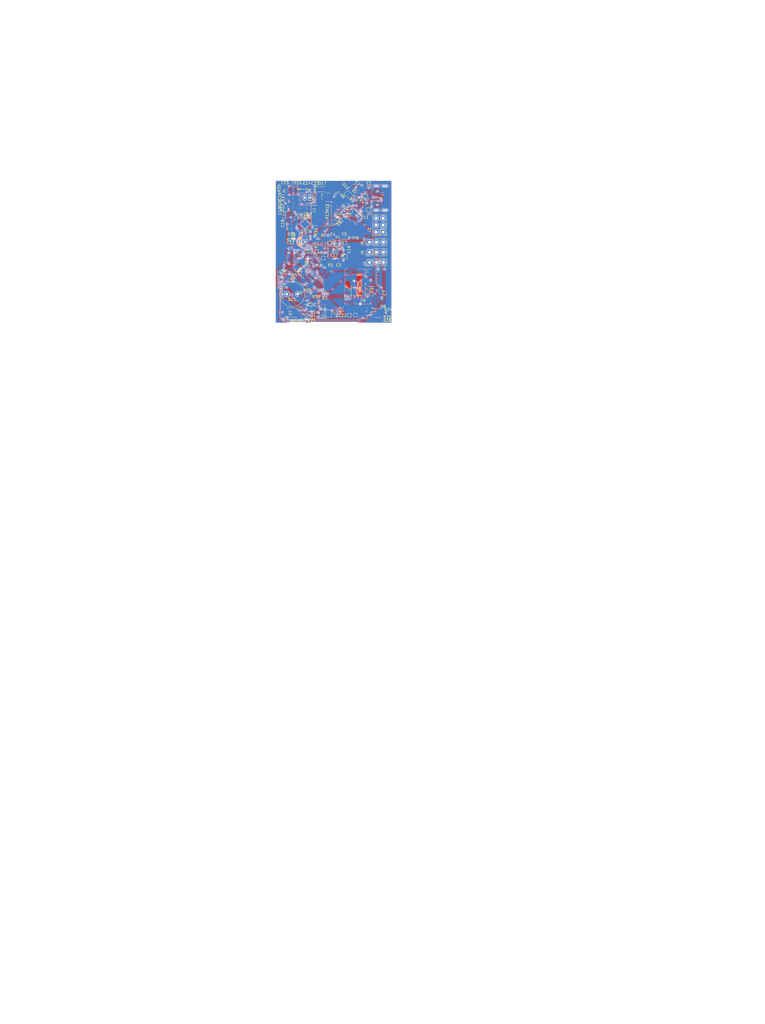
<source format=kicad_pcb>
(kicad_pcb (version 20241229) (generator "pcbnew") (generator_version "9.0")
  (layers (0 "F.Cu" signal) (4 "In1.Cu" signal) (6 "In2.Cu" signal) (2 "B.Cu" signal) (13 "F.Paste" user) (15 "B.Paste" user) (5 "F.SilkS" user "F.Silkscreen") (7 "B.SilkS" user "B.Silkscreen") (1 "F.Mask" user) (3 "B.Mask" user) (25 "Edge.Cuts" user))
  (net 0 "")
  (net 1 "GND")
  (net 2 "+3.3V")
  (net 3 "UPDI")
  (net 4 "CD")
  (net 5 "TX0")
  (net 6 "RX0")
  (net 7 "SDA")
  (net 8 "SCL")
  (net 9 "EJEC_SERVO")
  (net 10 "BUZZER")
  (net 11 "HOLD")
  (net 12 "PORT_SERVO")
  (net 13 "STAR_BLUE")
  (net 14 "STAR_SERVO")
  (net 15 "PORT_GREEN")
  (net 16 "PORT_RED")
  (net 17 "PORT_BLUE")
  (net 18 "+5V")
  (net 19 "Net-(J1-CC2)")
  (net 20 "Net-(D3-A)")
  (net 21 "Net-(D5-A)")
  (net 22 "/RX_UPDI")
  (net 23 "Net-(U9-FB)")
  (net 24 "WP")
  (net 25 "Net-(J1-CC1)")
  (net 26 "STAR_GREEN")
  (net 27 "STAR_RED")
  (net 28 "Net-(L1-Pad2)")
  (net 29 "TEMP_SENSOR")
  (net 31 "Net-(JP1-A)")
  (net 32 "INT")
  (net 36 "Net-(BZ1--)")
  (net 37 "VBUS")
  (net 38 "Net-(U8-CAP)")
  (net 39 "Net-(U8-XOUT32)")
  (net 40 "Net-(U8-XIN32)")
  (net 41 "Net-(U12-EN)")
  (net 42 "Net-(D1-A)")
  (net 43 "Net-(D2-I{slash}O1)")
  (net 44 "Net-(D2-I{slash}O2)")
  (net 45 "Net-(D7-BA)")
  (net 46 "Net-(D7-GA)")
  (net 47 "Net-(D7-RA)")
  (net 48 "Net-(D8-RA)")
  (net 49 "Net-(D8-GA)")
  (net 50 "Net-(D8-BA)")
  (net 51 "Net-(D13-A)")
  (net 52 "Net-(D14-A)")
  (net 53 "MOSI")
  (net 54 "MISO")
  (net 55 "SCK")
  (net 56 "SD_CS")
  (net 58 "Net-(J3-Pin_6)")
  (net 59 "Net-(J3-Pin_3)")
  (net 60 "Net-(J3-Pin_2)")
  (net 61 "Net-(U8-~{RESET})")
  (net 62 "Net-(U9-LBI)")
  (net 63 "Net-(U8-~{BOOT_LOAD_PIN})")
  (net 92 "FLASH_CS")
  (net 112 "Net-(U1-SS{slash}TR)")
  (net 113 "Net-(U1-FB)")
  (net 115 "Net-(D16-A)")
  (net 116 "SWITCHOUT")
  (net 117 "Net-(D15-K)")
  (net 118 "BAT+")
  (net 119 "Net-(Q1-G)")
  (footprint "Resistor_SMD:R_0603_1608Metric" (layer "F.Cu") (at 139.376637 81.266637 -45)
    (property "Reference" "R4")
    (property "Value" "330")
  )
  (footprint "Resistor_SMD:R_0603_1608Metric" (layer "F.Cu") (at 134.75 90 -45)
    (property "Reference" "R12")
    (property "Value" "0")
  )
  (footprint "Capacitor_SMD:C_0603_1608Metric" (layer "F.Cu") (at 130.14 97.45 180)
    (property "Reference" "C4")
    (property "Value" "22pF")
  )
  (footprint "Capacitor_SMD:C_0603_1608Metric" (layer "F.Cu") (at 144.87 120.69)
    (property "Reference" "C6")
    (property "Value" "100nF")
  )
  (footprint "Diode_SMD:Nexperia_CFP3_SOD-123W" (layer "F.Cu") (at 137.480051 82.080051 -45)
    (property "Reference" "D16")
    (property "Value" "PMEG6020ER")
  )
  (footprint "Resistor_SMD:R_0603_1608Metric" (layer "F.Cu") (at 116.56 85.43 180)
    (property "Reference" "R38")
    (property "Value" "100")
  )
  (footprint "Resistor_SMD:R_0603_1608Metric" (layer "F.Cu") (at 143.96 116.53 90)
    (property "Reference" "R31")
    (property "Value" "10k")
  )
  (footprint "Resistor_SMD:R_0603_1608Metric" (layer "F.Cu") (at 143.46875 126.64875 180)
    (property "Reference" "R26")
    (property "Value" "220")
  )
  (footprint "Capacitor_SMD:C_0603_1608Metric" (layer "F.Cu") (at 123.59 79.1875 -90)
    (property "Reference" "C23")
    (property "Value" "10uF")
  )
  (footprint "Connector_PinHeader_2.54mm:PinHeader_1x03_P2.54mm_Vertical" (layer "F.Cu") (at 144.6 102.72 90)
    (property "Reference" "J5")
    (property "Value" "Conn_01x03")
  )
  (footprint "Resistor_SMD:R_0603_1608Metric" (layer "F.Cu") (at 143.47875 123.55875 180)
    (property "Reference" "R24")
    (property "Value" "220")
  )
  (footprint "Capacitor_SMD:C_0603_1608Metric" (layer "F.Cu") (at 131.69 125.125 -90)
    (property "Reference" "C22")
    (property "Value" "C")
  )
  (footprint "Package_TO_SOT_SMD:SOT-23" (layer "F.Cu") (at 125.42 82.6925 -90)
    (property "Reference" "Q1")
    (property "Value" "DMG2301L")
  )
  (footprint "Capacitor_SMD:C_0603_1608Metric" (layer "F.Cu") (at 122.32 125.915 -90)
    (property "Reference" "C21")
    (property "Value" "100nF")
  )
  (footprint "Capacitor_SMD:C_0603_1608Metric" (layer "F.Cu") (at 142.47 87.4 -90)
    (property "Reference" "C11")
    (property "Value" "100nF")
  )
  (footprint "Resistor_SMD:R_0603_1608Metric" (layer "F.Cu") (at 127.59 121.975 -90)
    (property "Reference" "R7")
    (property "Value" "4k7")
  )
  (footprint "Capacitor_SMD:C_0603_1608Metric" (layer "F.Cu") (at 135.41 97.47)
    (property "Reference" "C5")
    (property "Value" "22p")
  )
  (footprint "LED_SMD:LED_0603_1608Metric" (layer "F.Cu") (at 138.24 79.02 -135)
    (property "Reference" "D1")
    (property "Value" "LED")
  )
  (footprint "Capacitor_SMD:C_0603_1608Metric" (layer "F.Cu") (at 116.01 93.15)
    (property "Reference" "C18")
    (property "Value" "1u")
  )
  (footprint "LED_SMD:LED_0603_1608Metric" (layer "F.Cu") (at 117.92 96.68 90)
    (property "Reference" "D14")
    (property "Value" "LED")
  )
  (footprint "Resistor_SMD:R_0603_1608Metric" (layer "F.Cu") (at 132.585 86.19)
    (property "Reference" "R11")
    (property "Value" "330")
  )
  (footprint "Capacitor_SMD:C_0603_1608Metric" (layer "F.Cu") (at 121.285 97.52)
    (property "Reference" "C12")
    (property "Value" "2u2")
  )
  (footprint "Capacitor_SMD:C_0603_1608Metric" (layer "F.Cu") (at 121.39 85.7 180)
    (property "Reference" "C8")
    (property "Value" "10u")
  )
  (footprint "Capacitor_SMD:C_0603_1608Metric" (layer "F.Cu") (at 142.84 79.11 -90)
    (property "Reference" "C1")
    (property "Value" "4n7")
  )
  (footprint "Resistor_SMD:R_0603_1608Metric" (layer "F.Cu") (at 121.41 87.25 180)
    (property "Reference" "R27")
    (property "Value" "100k")
  )
  (footprint "Capacitor_SMD:C_0603_1608Metric" (layer "F.Cu") (at 148.8 117.71 90)
    (property "Reference" "C7")
    (property "Value" "100nF")
  )
  (footprint "Capacitor_SMD:C_0603_1608Metric" (layer "F.Cu") (at 116.435 87 180)
    (property "Reference" "C10")
    (property "Value" "1uF")
  )
  (footprint "Capacitor_SMD:C_0603_1608Metric" (layer "F.Cu") (at 114.04 79.555 -90)
    (property "Reference" "C15")
    (property "Value" "3.3 nF" (hide yes))
  )
  (footprint "TestPoint:TestPoint_Pad_1.0x1.0mm" (layer "F.Cu") (at 135.75 104.34)
    (property "Reference" "TP7" (hide yes))
    (property "Value" "TestPoint")
  )
  (footprint "Capacitor_SMD:C_0603_1608Metric" (layer "F.Cu") (at 135.55 101.785 -90)
    (property "Reference" "C19")
    (property "Value" "100nF")
  )
  (footprint "TestPoint:TestPoint_Pad_1.0x1.0mm" (layer "F.Cu") (at 135.55 99.27)
    (property "Reference" "TP8")
    (property "Value" "TestPoint")
  )
  (footprint "Resistor_SMD:R_0603_1608Metric" (layer "F.Cu") (at 137.156637 84.466637 -45)
    (property "Reference" "R9")
    (property "Value" "4k7")
  )
  (footprint "Resistor_SMD:R_0603_1608Metric" (layer "F.Cu") (at 114.1 83.17 -90)
    (property "Reference" "R37")
    (property "Value" "100k")
  )
  (footprint "Resistor_SMD:R_0603_1608Metric" (layer "F.Cu") (at 119.695 124.845 180)
    (property "Reference" "R22")
    (property "Value" "220")
  )
  (footprint "TestPoint:TestPoint_Pad_1.0x1.0mm" (layer "F.Cu") (at 127.55 104.85)
    (property "Reference" "TP2" (hide yes))
    (property "Value" "TestPoint")
  )
  (footprint "TestPoint:TestPoint_Pad_1.0x1.0mm" (layer "F.Cu") (at 125.11 102.44)
    (property "Reference" "TP9" (hide yes))
    (property "Value" "TestPoint")
  )
  (footprint "Diode_SMD:Nexperia_CFP3_SOD-123W" (layer "F.Cu") (at 120.32 78.56)
    (property "Reference" "D15")
    (property "Value" "PMEG6020ER")
  )
  (footprint "Resistor_SMD:R_0603_1608Metric" (layer "F.Cu") (at 135.566637 85.056637 -45)
    (property "Reference" "R8")
    (property "Value" "4k7")
  )
  (footprint "Package_SO:SOIC-8_3.9x4.9mm_P1.27mm" (layer "F.Cu") (at 140.415 117.05 -90)
    (property "Reference" "U6")
    (property "Value" "AT25DF641A-SH-T")
  )
  (footprint "LED_SMD:LED_0603_1608Metric" (layer "F.Cu") (at 113.86 86.3475 90)
    (property "Reference" "D13")
    (property "Value" "LED")
  )
  (footprint "Resistor_SMD:R_0603_1608Metric" (layer "F.Cu") (at 114.28 112.19 45)
    (property "Reference" "R33")
    (property "Value" "10k")
  )
  (footprint "Resistor_SMD:R_0603_1608Metric" (layer "F.Cu") (at 123.665 96.655 -90)
    (property "Reference" "R30")
    (property "Value" "100k")
  )
  (footprint "LED_SMD:LED_ROHM_SMLVN6" (layer "F.Cu") (at 147.58875 125.09875)
    (property "Reference" "D8")
    (property "Value" "SMLVN6RGB")
  )
  (footprint "Jumper:SolderJumper-2_P1.3mm_Open_Pad1.0x1.5mm" (layer "F.Cu") (at 129.54 125.26 90)
    (property "Reference" "JP1" (hide yes))
    (property "Value" "Jumper_2_Small_Open")
  )
  (footprint "Resistor_SMD:R_0603_1608Metric" (layer "F.Cu") (at 125.38 121.23 -90)
    (property "Reference" "R10")
    (property "Value" "4k7")
  )
  (footprint "Buzzer_Beeper:MagneticBuzzer_PUI_AT-0927-TT-6-R" (layer "F.Cu") (at 114.13 118.12)
    (property "Reference" "BZ1")
    (property "Value" "Buzzer")
  )
  (footprint "Capacitor_SMD:C_0603_1608Metric" (layer "F.Cu") (at 119.635 80.46)
    (property "Reference" "C14")
    (property "Value" "10uF")
  )
  (footprint "Connector_PinHeader_2.54mm:PinHeader_1x03_P2.54mm_Vertical" (layer "F.Cu") (at 144.58 99 90)
    (property "Reference" "J6")
    (property "Value" "Conn_01x03")
  )
  (footprint "Capacitor_SMD:C_0603_1608Metric" (layer "F.Cu") (at 131.495 102.22 180)
    (property "Reference" "C17")
    (property "Value" "100nF")
  )
  (footprint "TestPoint:TestPoint_Pad_1.0x1.0mm" (layer "F.Cu") (at 137.2 125.88)
    (property "Reference" "TP1" (hide yes))
    (property "Value" "TestPoint")
  )
  (footprint "TestPoint:TestPoint_Pad_1.0x1.0mm" (layer "F.Cu") (at 143.14 82.06)
    (property "Reference" "TP4" (hide yes))
    (property "Value" "TestPoint")
  )
  (footprint "LED_SMD:LED_ROHM_SMLVN6" (layer "F.Cu") (at 115.585 124.84 180)
    (property "Reference" "D7")
    (property "Value" "SMLVN6RGB")
  )
  (footprint "Crystal:Crystal_C26-LF_D2.1mm_L6.5mm_Vertical" (layer "F.Cu") (at 133.66 99.54 180)
    (property "Reference" "Y1")
    (property "Value" "32.768kHz")
  )
  (footprint "Inductor_SMD:L_7.3x7.3_H4.5" (layer "F.Cu") (at 126.85 89.2 -90)
    (property "Reference" "L1")
    (property "Value" "SLF7055T-6R8N2R8-3PF")
  )
  (footprint "Capacitor_SMD:C_0603_1608Metric" (layer "F.Cu") (at 120.41 109.83 90)
    (property "Reference" "C26")
    (property "Value" "100nF")
  )
  (footprint "Capacitor_SMD:C_0603_1608Metric" (layer "F.Cu") (at 122.93 106.405 90)
    (property "Reference" "C27")
    (property "Value" "100nF")
  )
  (footprint "Capacitor_SMD:C_0603_1608Metric" (layer "F.Cu") (at 123.1 123.57)
    (property "Reference" "C20")
    (property "Value" "100nF")
  )
  (footprint "LED_SMD:LED_0603_1608Metric" (layer "F.Cu") (at 132.41 91.13 -135)
    (property "Reference" "D5")
    (property "Value" "LED")
  )
  (footprint "Connector_PinHeader_2.54mm:PinHeader_2x03_P2.54mm_Vertical" (layer "F.Cu") (at 149.56 95.28 180)
    (property "Reference" "J3")
    (property "Value" "Conn_02x03_Odd_Even")
  )
  (footprint "Resistor_SMD:R_0603_1608Metric" (layer "F.Cu") (at 121.75 118.82 -90)
    (property "Reference" "R34")
    (property "Value" "2k2")
  )
  (footprint "Package_TO_SOT_SMD:TSOT-23-6" (layer "F.Cu") (at 129.27 82.5325 180)
    (property "Reference" "U7")
    (property "Value" "LTC4412xS6")
  )
  (footprint "Resistor_SMD:R_0603_1608Metric" (layer "F.Cu") (at 116.515 82.28 180)
    (property "Reference" "R35")
    (property "Value" "350k")
  )
  (footprint "Resistor_SMD:R_0603_1608Metric" (layer "F.Cu") (at 113.646637 110.623363 45)
    (property "Reference" "R32")
    (property "Value" "10k")
  )
  (footprint "Capacitor_SMD:C_0603_1608Metric" (layer "F.Cu") (at 140.521992 80.211992 -45)
    (property "Reference" "C2")
    (property "Value" "100n")
  )
  (footprint "Diode_SMD:Nexperia_CFP3_SOD-123W" (layer "F.Cu") (at 126.9225 79.5625)
    (property "Reference" "D17")
    (property "Value" "PMEG6020ER")
  )
  (footprint "Resistor_SMD:R_0603_1608Metric" (layer "F.Cu") (at 143.46875 125.10875 180)
    (property "Reference" "R25")
    (property "Value" "220")
  )
  (footprint "TestPoint:TestPoint_Pad_1.0x1.0mm" (layer "F.Cu") (at 144.23 87.04)
    (property "Reference" "TP3" (hide yes))
    (property "Value" "TestPoint")
  )
  (footprint "Resistor_SMD:R_0603_1608Metric" (layer "F.Cu") (at 130.135 105.99 180)
    (property "Reference" "R3")
    (property "Value" "10k")
  )
  (footprint "Resistor_SMD:R_0603_1608Metric" (layer "F.Cu") (at 132.555 87.75)
    (property "Reference" "R13")
    (property "Value" "330")
  )
  (footprint "Resistor_SMD:R_0603_1608Metric" (layer "F.Cu") (at 119.685 123.305 180)
    (property "Reference" "R23")
    (property "Value" "220")
  )
  (footprint "Resistor_SMD:R_0603_1608Metric" (layer "F.Cu") (at 116 94.74)
    (property "Reference" "R39")
    (property "Value" "330")
  )
  (footprint "Resistor_SMD:R_0603_1608Metric" (layer "F.Cu") (at 127.82 99.055 -90)
    (property "Reference" "R1")
    (property "Value" "2k2")
  )
  (footprint "Resistor_SMD:R_0603_1608Metric" (layer "F.Cu") (at 118.93 86.575 90)
    (property "Reference" "R28")
    (property "Value" "100k")
  )
  (footprint "LED_SMD:LED_0603_1608Metric" (layer "F.Cu") (at 136.87 87.63 180)
    (property "Reference" "D3")
    (property "Value" "LED")
  )
  (footprint "Jumper:SolderJumper-2_P1.3mm_Open_Pad1.0x1.5mm" (layer "F.Cu") (at 126.96 125.26 90)
    (property "Reference" "JP2" (hide yes))
    (property "Value" "Jumper_2_Small_Open")
  )
  (footprint "Capacitor_SMD:C_0603_1608Metric" (layer "F.Cu") (at 116.555 83.88 180)
    (property "Reference" "C16")
    (property "Value" "22uF")
  )
  (footprint "TestPoint:TestPoint_Pad_1.0x1.0mm" (layer "F.Cu") (at 139.41 125.78)
    (property "Reference" "TP6" (hide yes))
    (property "Value" "TestPoint")
  )
  (footprint "TestPoint:TestPoint_Pad_1.0x1.0mm" (layer "F.Cu") (at 129.92 99.29)
    (property "Reference" "TP5" (hide yes))
    (property "Value" "TestPoint")
  )
  (footprint "Connector_PinHeader_2.54mm:PinHeader_1x03_P2.54mm_Vertical" (layer "F.Cu") (at 144.6 106.43 90)
    (property "Reference" "J4")
    (property "Value" "Conn_01x03")
  )
  (footprint "Resistor_SMD:R_0603_1608Metric" (layer "F.Cu") (at 126.27 99.67 -90)
    (property "Reference" "R2")
    (property "Value" "2k2")
  )
  (footprint "Resistor_SMD:R_0603_1608Metric" (layer "F.Cu") (at 119.695 126.395 180)
    (property "Reference" "R21")
    (property "Value" "220")
  )
  (footprint "Resistor_SMD:R_0603_1608Metric" (layer "F.Cu") (at 121.295 95.89)
    (property "Reference" "R29")
    (property "Value" "315k")
  )
  (footprint "Capacitor_SMD:C_0603_1608Metric" (layer "F.Cu") (at 133.205 105.81)
    (property "Reference" "C3")
    (property "Value" "100nF")
  )
  (footprint "Connector_Card:microSD_HC_Hirose_DM3D-SF" (layer "B.Cu") (at 141.345 115.335 -90)
    (property "Reference" "J2")
    (property "Value" "Micro_SD_Card_Det1")
  )
  (footprint "Connector_JST:JST_PH_B2B-PH-K_1x02_P2.00mm_Vertical" (layer "B.Cu") (at 122.74 82.66 180)
    (property "Reference" "J7")
    (property "Value" "Conn_01x02_Pin")
  )
  (footprint "Package_TO_SOT_SMD:SOT-143" (layer "B.Cu") (at 141.215355 84.481142 -135)
    (property "Reference" "D2")
    (property "Value" "PRTR5V0U2X")
  )
  (footprint "Package_LGA:LGA-28_5.2x3.8mm_P0.5mm" (layer "B.Cu") (at 131.6725 102.4825 180)
    (property "Reference" "U8")
    (property "Value" "BNO055")
  )
  (footprint "Connector_USB:USB_C_Receptacle_Amphenol_124019772112A" (layer "B.Cu") (at 150.11 82.79 -90)
    (property "Reference" "J1")
    (property "Value" "USB_C_Receptacle_USB2.0_16P" (hide yes))
  )
  (footprint "Package_TO_SOT_SMD:SOT-23-5" (layer "B.Cu") (at 115.54 90.06 -90)
    (property "Reference" "U12")
    (property "Value" "AP2112K-3.3")
  )
  (footprint "Package_TO_SOT_SMD:SOT-23" (layer "B.Cu") (at 120.3725 118.76 180)
    (property "Reference" "Q4")
    (property "Value" "BSS138")
  )
  (footprint "Capacitor_THT:CP_Radial_D4.0mm_P2.00mm" (layer "B.Cu") (at 120.81 98.81 180)
    (property "Reference" "C13")
    (property "Value" "100u")
  )
  (footprint "Resistor_SMD:R_0603_1608Metric" (layer "B.Cu") (at 144.41 80.67 90)
    (property "Reference" "R5")
    (property "Value" "5k1")
  )
  (footprint "Package_DFN_QFN:Texas_RSA_VQFN-16-1EP_4x4mm_P0.65mm_EP2.7x2.7mm_ThermalVias" (layer "B.Cu") (at 120.834365 92.36 45)
    (property "Reference" "U9")
    (property "Value" "TPS61092")
  )
  (footprint "Package_DFN_QFN:QFN-24-1EP_4x4mm_P0.5mm_EP2.6x2.6mm" (layer "B.Cu") (at 138.396097 88.353864 135)
    (property "Reference" "U3")
    (property "Value" "ATSAMD11D14A-M")
  )
  (footprint "Package_TO_SOT_SMD:HVSOF5" (layer "B.Cu") (at 134.175 125.58 180)
    (property "Reference" "U5")
    (property "Value" "BD1020HFV-TR")
  )
  (footprint "Package_QFP:TQFP-48_7x7mm_P0.5mm" (layer "B.Cu") (at 120.3 107.3 -135)
    (property "Reference" "U10")
    (property "Value" "ATmega4809-A")
  )
  (footprint "Package_LGA:Texas_SIL0008D_MicroSiP-8-1EP_2.8x3mm_P0.65mm_EP1.1x1.9mm_ThermalVias" (layer "B.Cu") (at 116.5375 79.905 180)
    (property "Reference" "U1")
    (property "Value" "TPS82130")
  )
  (footprint "Package_LGA:ST_HLGA-10_2x2mm_P0.5mm_LayoutBorder3x2y" (layer "B.Cu") (at 124.46 125.6325 -90)
    (property "Reference" "U4")
    (property "Value" "BMP390L")
  )
  (footprint "Resistor_SMD:R_0603_1608Metric" (layer "B.Cu") (at 144.42 84.965 -90)
    (property "Reference" "R6")
    (property "Value" "5k1")
  )
  (footprint "Capacitor_SMD:C_0603_1608Metric" (layer "B.Cu") (at 132.22 124.33 90)
    (property "Reference" "C22")
    (property "Value" "100nF")
  )
  (gr_rect (start 109.63 75.96) (end 153.1 129.065) (stroke (width 0.05)) (fill no) (layer "Edge.Cuts"))
  (segment (start 131.282498 101.657502) (end 130.72 102.22) (width 0.2) (layer "F.Cu") (net 1))
  (segment (start 121.49 123.57) (end 121.43 123.63) (width 0.2) (layer "F.Cu") (net 1))
  (segment (start 114.1 84.2) (end 113.72 84.58) (width 0.2) (layer "F.Cu") (net 1))
  (segment (start 142.47 86.625) (end 141.770132 86.625) (width 0.2) (layer "F.Cu") (net 1))
  (segment (start 114.845 87.135) (end 114.96 87.02) (width 0.2) (layer "F.Cu") (net 1))
  (segment (start 134.83 105.81) (end 134.94 105.7) (width 0.2) (layer "F.Cu") (net 1))
  (segment (start 129.365 96.505) (end 129.35 96.49) (width 0.2) (layer "F.Cu") (net 1))
  (segment (start 137.01 97.47) (end 137.08 97.4) (width 0.2) (layer "F.Cu") (net 1))
  (segment (start 122.6675 79.9625) (end 122.6 80.03) (width 0.2) (layer "F.Cu") (net 1))
  (segment (start 133.98 105.81) (end 134.83 105.81) (width 0.2) (layer "F.Cu") (net 1))
  (segment (start 123.76 97.48) (end 124.39 96.85) (width 0.2) (layer "F.Cu") (net 1))
  (segment (start 115.24 83.88) (end 115.06 84.06) (width 0.2) (layer "F.Cu") (net 1))
  (segment (start 115.06 84.06) (end 114.165 84.06) (width 0.2) (layer "F.Cu") (net 1))
  (segment (start 145.645 120.775) (end 144.99 121.43) (width 0.2) (layer "F.Cu") (net 1))
  (segment (start 148.8 118.485) (end 148.8 119.26) (width 0.2) (layer "F.Cu") (net 1))
  (segment (start 122.94083 125.98917) (end 122.94083 126.06917) (width 0.2) (layer "F.Cu") (net 1))
  (segment (start 148.8 119.26) (end 149.03 119.49) (width 0.2) (layer "F.Cu") (net 1))
  (segment (start 138.52 113.23) (end 138.52 113.59) (width 0.2) (layer "F.Cu") (net 1))
  (segment (start 114.06 124.84) (end 112.76 124.84) (width 0.2) (layer "F.Cu") (net 1))
  (segment (start 112.76 124.84) (end 112.68 124.76) (width 0.2) (layer "F.Cu") (net 1))
  (segment (start 122.06 97.52) (end 122.159 97.52) (width 0.2) (layer "F.Cu") (net 1))
  (segment (start 119.393741 109.54) (end 119.393741 109.588741) (width 0.2) (layer "F.Cu") (net 1))
  (segment (start 121.94 105.63) (end 121.88 105.69) (width 0.2) (layer "F.Cu") (net 1))
  (segment (start 113.81 125.89) (end 112.68 124.76) (width 0.2) (layer "F.Cu") (net 1))
  (segment (start 122.325 123.57) (end 121.49 123.57) (width 0.2) (layer "F.Cu") (net 1))
  (segment (start 127.209062 124.61) (end 128.20444 123.614622) (width 0.2) (layer "F.Cu") (net 1))
  (segment (start 121.631765 120.398235) (end 121.631765 119.763235) (width 0.2) (layer "F.Cu") (net 1))
  (segment (start 119.393741 109.588741) (end 120.41 110.605) (width 0.2) (layer "F.Cu") (net 1))
  (segment (start 122.159 97.52) (end 122.67 97.009) (width 0.2) (layer "F.Cu") (net 1))
  (segment (start 114.06 123.79) (end 113.65 123.79) (width 0.2) (layer "F.Cu") (net 1))
  (segment (start 141.770132 86.625) (end 141.233706 87.161426) (width 0.2) (layer "F.Cu") (net 1))
  (segment (start 121.631765 119.763235) (end 121.75 119.645) (width 0.2) (layer "F.Cu") (net 1))
  (segment (start 120.41 80.46) (end 121.41 80.46) (width 0.2) (layer "F.Cu") (net 1))
  (segment (start 149.35125 126.14875) (end 150.54875 124.95125) (width 0.2) (layer "F.Cu") (net 1))
  (segment (start 149.64625 124.04875) (end 150.54875 124.95125) (width 0.2) (layer "F.Cu") (net 1))
  (segment (start 130.7775 82.1625) (end 130.4075 82.5325) (width 0.2) (layer "F.Cu") (net 1))
  (segment (start 139.55 79.04) (end 139.973984 79.463984) (width 0.2) (layer "F.Cu") (net 1))
  (segment (start 135.41 101.15) (end 135.55 101.01) (width 0.2) (layer "F.Cu") (net 1))
  (segment (start 145.645 120.69) (end 145.645 120.775) (width 0.2) (layer "F.Cu") (net 1))
  (segment (start 142.84 78.335) (end 141.905 78.335) (width 0.2) (layer "F.Cu") (net 1))
  (segment (start 131.52 124.18) (end 131.69 124.35) (width 0.2) (layer "F.Cu") (net 1))
  (segment (start 114.04 80.33) (end 113.32 80.33) (width 0.2) (layer "F.Cu") (net 1))
  (segment (start 117.36 93.15) (end 117.59 93.38) (width 0.2) (layer "F.Cu") (net 1))
  (segment (start 115.66 87) (end 114.98 87) (width 0.2) (layer "F.Cu") (net 1))
  (segment (start 131.1525 81.7625) (end 130.46 81.7625) (width 0.2) (layer "F.Cu") (net 1))
  (segment (start 117.92 97.4675) (end 117.1225 97.4675) (width 0.2) (layer "F.Cu") (net 1))
  (segment (start 115.78 83.88) (end 115.24 83.88) (width 0.2) (layer "F.Cu") (net 1))
  (segment (start 131.53 82.14) (end 131.1525 81.7625) (width 0.2) (layer "F.Cu") (net 1))
  (segment (start 116.785 93.15) (end 117.36 93.15) (width 0.2) (layer "F.Cu") (net 1))
  (segment (start 126.96 124.61) (end 127.209062 124.61) (width 0.2) (layer "F.Cu") (net 1))
  (segment (start 149.11375 126.14875) (end 149.35125 126.14875) (width 0.2) (layer "F.Cu") (net 1))
  (segment (start 139.973984 79.463984) (end 139.973984 79.663984) (width 0.2) (layer "F.Cu") (net 1))
  (segment (start 114.98 87) (end 114.96 87.02) (width 0.2) (layer "F.Cu") (net 1))
  (segment (start 117.1225 97.4675) (end 116.9 97.69) (width 0.2) (layer "F.Cu") (net 1))
  (segment (start 120.615 85.7) (end 120.23 85.7) (width 0.2) (layer "F.Cu") (net 1))
  (segment (start 131.53 82.1625) (end 131.53 82.14) (width 0.2) (layer "F.Cu") (net 1))
  (segment (start 150.40125 125.09875) (end 150.54875 124.95125) (width 0.2) (layer "F.Cu") (net 1))
  (segment (start 113.86 87.135) (end 114.845 87.135) (width 0.2) (layer "F.Cu") (net 1))
  (segment (start 113.32 80.33) (end 113.27 80.28) (width 0.2) (layer "F.Cu") (net 1))
  (segment (start 119.12 85.75) (end 119.7 85.17) (width 0.2) (layer "F.Cu") (net 1))
  (segment (start 113.65 123.79) (end 112.68 124.76) (width 0.2) (layer "F.Cu") (net 1))
  (segment (start 139.55 79.04) (end 138.973153 78.463153) (width 0.2) (layer "F.Cu") (net 1))
  (segment (start 114.06 125.89) (end 113.81 125.89) (width 0.2) (layer "F.Cu") (net 1))
  (segment (start 138.973153 78.463153) (end 138.796847 78.463153) (width 0.2) (layer "F.Cu") (net 1))
  (segment (start 138.52 113.59) (end 138.51 113.6) (width 0.2) (layer "F.Cu") (net 1))
  (segment (start 138.51 113.6) (end 138.51 114.575) (width 0.2) (layer "F.Cu") (net 1))
  (segment (start 118.62 109.54) (end 119.393741 109.54) (width 0.2) (layer "F.Cu") (net 1))
  (segment (start 129.365 97.45) (end 129.365 96.505) (width 0.2) (layer "F.Cu") (net 1))
  (segment (start 122.94083 126.06917) (end 122.32 126.69) (width 0.2) (layer "F.Cu") (net 1))
  (segment (start 149.11375 124.04875) (end 149.64625 124.04875) (width 0.2) (layer "F.Cu") (net 1))
  (segment (start 121.41 80.46) (end 121.49 80.54) (width 0.2) (layer "F.Cu") (net 1))
  (segment (start 114.1 83.995) (end 114.1 84.2) (width 0.2) (layer "F.Cu") (net 1))
  (segment (start 123.59 79.9625) (end 122.6675 79.9625) (width 0.2) (layer "F.Cu") (net 1))
  (segment (start 122.93 105.63) (end 121.94 105.63) (width 0.2) (layer "F.Cu") (net 1))
  (segment (start 130.92 124.18) (end 131.52 124.18) (width 0.2) (layer "F.Cu") (net 1))
  (segment (start 149.11375 125.09875) (end 150.40125 125.09875) (width 0.2) (layer "F.Cu") (net 1))
  (segment (start 123.665 97.48) (end 123.76 97.48) (width 0.2) (layer "F.Cu") (net 1))
  (segment (start 141.905 78.335) (end 141.72 78.15) (width 0.2) (layer "F.Cu") (net 1))
  (segment (start 114.165 84.06) (end 114.1 83.995) (width 0.2) (layer "F.Cu") (net 1))
  (segment (start 120.23 85.7) (end 119.7 85.17) (width 0.2) (layer "F.Cu") (net 1))
  (segment (start 134.65 101.15) (end 135.41 101.15) (width 0.2) (layer "F.Cu") (net 1))
  (segment (start 131.53 82.1625) (end 130.7775 82.1625) (width 0.2) (layer "F.Cu") (net 1))
  (segment (start 131.367054 101.657502) (end 131.282498 101.657502) (width 0.2) (layer "F.Cu") (net 1))
  (segment (start 136.185 97.47) (end 137.01 97.47) (width 0.2) (layer "F.Cu") (net 1))
  (segment (start 118.93 85.75) (end 119.12 85.75) (width 0.2) (layer "F.Cu") (net 1))
  (via (at 122.94083 125.98917) (size 0.6) (drill 0.3) (layers "F.Cu" "B.Cu") (net 1))
  (via (at 144.99 121.43) (size 0.6) (drill 0.3) (layers "F.Cu" "B.Cu") (net 1))
  (via (at 141.233706 87.161426) (size 0.6) (drill 0.3) (layers "F.Cu" "B.Cu") (net 1))
  (via (at 134.65 101.15) (size 0.6) (drill 0.3) (layers "F.Cu" "B.Cu") (net 1))
  (via (at 136.29 120.14) (size 0.6) (drill 0.3) (layers "F.Cu" "B.Cu") (net 1))
  (via (at 134.39 103.99) (size 0.6) (drill 0.3) (layers "F.Cu" "B.Cu") (net 1))
  (via (at 131.53 82.1625) (size 0.6) (drill 0.3) (layers "F.Cu" "B.Cu") (net 1))
  (via (at 147.51 80.25) (size 0.6) (drill 0.3) (layers "F.Cu" "B.Cu") (net 1))
  (via (at 122.67 97.009) (size 0.6) (drill 0.3) (layers "F.Cu" "B.Cu") (net 1))
  (via (at 115.06 84.06) (size 0.6) (drill 0.3) (layers "F.Cu" "B.Cu") (net 1))
  (via (at 113.27 80.28) (size 0.6) (drill 0.3) (layers "F.Cu" "B.Cu") (net 1))
  (via (at 112.68 124.76) (size 0.6) (drill 0.3) (layers "F.Cu" "B.Cu") (net 1))
  (via (at 149.03 119.49) (size 0.6) (drill 0.3) (layers "F.Cu" "B.Cu") (net 1))
  (via (at 128.54 102.8) (size 0.6) (drill 0.3) (layers "F.Cu" "B.Cu") (net 1))
  (via (at 150.54875 124.95125) (size 0.6) (drill 0.3) (layers "F.Cu" "B.Cu") (net 1))
  (via (at 134.94 105.7) (size 0.6) (drill 0.3) (layers "F.Cu" "B.Cu") (net 1))
  (via (at 125.224541 109.749668) (size 0.6) (drill 0.3) (layers "F.Cu" "B.Cu") (net 1))
  (via (at 139.55 79.04) (size 0.6) (drill 0.3) (layers "F.Cu" "B.Cu") (net 1))
  (via (at 129.35 96.49) (size 0.6) (drill 0.3) (layers "F.Cu" "B.Cu") (net 1))
  (via (at 117.59 93.38) (size 0.6) (drill 0.3) (layers "F.Cu" "B.Cu") (net 1))
  (via (at 121.49 80.54) (size 0.6) (drill 0.3) (layers "F.Cu" "B.Cu") (net 1))
  (via (at 144.42 79.05) (size 0.6) (drill 0.3) (layers "F.Cu" "B.Cu") (net 1))
  (via (at 130.92 124.18) (size 0.6) (drill 0.3) (layers "F.Cu" "B.Cu") (net 1))
  (via (at 145.32 85.87) (size 0.6) (drill 0.3) (layers "F.Cu" "B.Cu") (net 1))
  (via (at 141.72 78.15) (size 0.6) (drill 0.3) (layers "F.Cu" "B.Cu") (net 1))
  (via (at 114.96 87.02) (size 0.6) (drill 0.3) (layers "F.Cu" "B.Cu") (net 1))
  (via (at 122.79 97.88) (size 0.6) (drill 0.3) (layers "F.Cu" "B.Cu") (net 1))
  (via (at 113.72 84.58) (size 0.6) (drill 0.3) (layers "F.Cu" "B.Cu") (net 1))
  (via (at 122.6 80.03) (size 0.6) (drill 0.3) (layers "F.Cu" "B.Cu") (net 1))
  (via (at 145.03 112.99) (size 0.6) (drill 0.3) (layers "F.Cu" "B.Cu") (net 1))
  (via (at 116.9 97.69) (size 0.6) (drill 0.3) (layers "F.Cu" "B.Cu") (net 1))
  (via (at 124.39 96.85) (size 0.6) (drill 0.3) (layers "F.Cu" "B.Cu") (net 1))
  (via (at 131.367054 101.657502) (size 0.6) (drill 0.3) (layers "F.Cu" "B.Cu") (net 1))
  (via (at 141.233706 87.161426) (size 0.6) (drill 0.3) (layers "F.Cu" "B.Cu") (net 1))
  (via (at 147.48 85.36) (size 0.6) (drill 0.3) (layers "F.Cu" "B.Cu") (net 1))
  (via (at 133.79 124.62) (size 0.6) (drill 0.3) (layers "F.Cu" "B.Cu") (net 1))
  (via (at 118.62 109.54) (size 0.6) (drill 0.3) (layers "F.Cu" "B.Cu") (net 1))
  (via (at 138.52 113.23) (size 0.6) (drill 0.3) (layers "F.Cu" "B.Cu") (net 1))
  (via (at 121.88 105.69) (size 0.6) (drill 0.3) (layers "F.Cu" "B.Cu") (net 1))
  (via (at 123.54 93.58) (size 0.6) (drill 0.3) (layers "F.Cu" "B.Cu") (net 1))
  (via (at 121.43 123.63) (size 0.6) (drill 0.3) (layers "F.Cu" "B.Cu") (net 1))
  (via (at 121.631765 120.398235) (size 0.6) (drill 0.3) (layers "F.Cu" "B.Cu") (net 1))
  (via (at 141.61 82.51) (size 0.6) (drill 0.3) (layers "F.Cu" "B.Cu") (net 1))
  (via (at 137.08 97.4) (size 0.6) (drill 0.3) (layers "F.Cu" "B.Cu") (net 1))
  (via (at 119.7 85.17) (size 0.6) (drill 0.3) (layers "F.Cu" "B.Cu") (net 1))
  (via (at 128.20444 123.614622) (size 0.6) (drill 0.3) (layers "F.Cu" "B.Cu") (net 1))
  (via (at 125.385 124.862352) (size 0.6) (drill 0.3) (layers "F.Cu" "B.Cu") (net 1))
  (via (at 118.277217 104.923664) (size 0.6) (drill 0.3) (layers "F.Cu" "B.Cu") (net 1))
  (via (at 115.64 89.73) (size 0.6) (drill 0.3) (layers "F.Cu" "B.Cu") (net 1))
  (segment (start 122.911491 93.058268) (end 122.911491 92.881491) (width 0.2) (layer "B.Cu") (net 1))
  (segment (start 145.32 85.87) (end 144.5 85.87) (width 0.2) (layer "B.Cu") (net 1))
  (segment (start 141.392132 82.727868) (end 141.61 82.51) (width 0.2) (layer "B.Cu") (net 1))
  (segment (start 131.651498 101.657502) (end 131.367054 101.657502) (width 0.2) (layer "B.Cu") (net 1))
  (segment (start 117.533445 104.179891) (end 118.277217 104.923664) (width 0.2) (layer "B.Cu") (net 1))
  (segment (start 146.91 79.24) (end 146.91 78.515) (width 0.2) (layer "B.Cu") (net 1))
  (segment (start 119.676478 90.742493) (end 119.676478 91.202113) (width 0.2) (layer "B.Cu") (net 1))
  (segment (start 144.5 85.87) (end 144.42 85.79) (width 0.2) (layer "B.Cu") (net 1))
  (segment (start 134.3225 103.2325) (end 134.06 103.2325) (width 0.2) (layer "B.Cu") (net 1))
  (segment (start 122.911491 92.881491) (end 122.39 92.36) (width 0.2) (layer "B.Cu") (net 1))
  (segment (start 144.41 79.845) (end 144.41 79.06) (width 0.2) (layer "B.Cu") (net 1))
  (segment (start 135.895 120.91) (end 135.895 120.535) (width 0.2) (layer "B.Cu") (net 1))
  (segment (start 119.676478 90.742493) (end 118.757239 91.661732) (width 0.2) (layer "B.Cu") (net 1))
  (segment (start 134.175 125.58) (end 134.175 125.005) (width 0.2) (layer "B.Cu") (net 1))
  (segment (start 121.631765 120.398235) (end 121.31 120.07647) (width 0.2) (layer "B.Cu") (net 1))
  (segment (start 115.54 89.63) (end 115.64 89.73) (width 0.2) (layer "B.Cu") (net 1))
  (segment (start 123.08416 126.1325) (end 122.94083 125.98917) (width 0.2) (layer "B.Cu") (net 1))
  (segment (start 128.54 102.38) (end 128.6875 102.2325) (width 0.2) (layer "B.Cu") (net 1))
  (segment (start 140.296446 87.514175) (end 140.649195 87.161426) (width 0.2) (layer "B.Cu") (net 1))
  (segment (start 119.676478 91.202113) (end 120.834365 92.36) (width 0.2) (layer "B.Cu") (net 1))
  (segment (start 134.39 103.99) (end 134.39 103.3) (width 0.2) (layer "B.Cu") (net 1))
  (segment (start 117.6 80.23) (end 116.8625 80.23) (width 0.2) (layer "B.Cu") (net 1))
  (segment (start 133.5 125.08) (end 133.5 124.91) (width 0.2) (layer "B.Cu") (net 1))
  (segment (start 134.5375 101.7325) (end 134.06 101.7325) (width 0.2) (layer "B.Cu") (net 1))
  (segment (start 146.91 78.515) (end 147.085 78.34) (width 0.2) (layer "B.Cu") (net 1))
  (segment (start 133.5 124.91) (end 133.79 124.62) (width 0.2) (layer "B.Cu") (net 1))
  (segment (start 118.432406 109.727594) (end 118.432406 110.228254) (width 0.2) (layer "B.Cu") (net 1))
  (segment (start 135.895 120.535) (end 136.29 120.14) (width 0.2) (layer "B.Cu") (net 1))
  (segment (start 118.432406 110.228254) (end 117.886998 110.773662) (width 0.2) (layer "B.Cu") (net 1))
  (segment (start 125.2225 125.1325) (end 125.2225 125.024852) (width 0.2) (layer "B.Cu") (net 1))
  (segment (start 121.992252 90.742493) (end 120.834365 91.90038) (width 0.2) (layer "B.Cu") (net 1))
  (segment (start 141.392132 83.243705) (end 141.392132 82.727868) (width 0.2) (layer "B.Cu") (net 1))
  (segment (start 128.8125 102.7325) (end 129.285 102.7325) (width 0.2) (layer "B.Cu") (net 1))
  (segment (start 122.911491 93.058268) (end 123.018268 93.058268) (width 0.2) (layer "B.Cu") (net 1))
  (segment (start 120.834365 91.90038) (end 120.834365 92.36) (width 0.2) (layer "B.Cu") (net 1))
  (segment (start 145.03 112.99) (end 146.675 112.99) (width 0.2) (layer "B.Cu") (net 1))
  (segment (start 134.39 103.99) (end 134.0775 103.99) (width 0.2) (layer "B.Cu") (net 1))
  (segment (start 125.224541 109.749667) (end 125.224541 109.749668) (width 0.2) (layer "B.Cu") (net 1))
  (segment (start 128.6875 102.2325) (end 129.285 102.2325) (width 0.2) (layer "B.Cu") (net 1))
  (segment (start 138.73 78.43) (end 138.7 78.46) (width 0.2) (layer "B.Cu") (net 1))
  (segment (start 124.480769 109.005895) (end 125.224541 109.749667) (width 0.2) (layer "B.Cu") (net 1))
  (segment (start 118.62 109.54) (end 118.432406 109.727594) (width 0.2) (layer "B.Cu") (net 1))
  (segment (start 119.676478 91.202113) (end 120.056548 91.582183) (width 0.2) (layer "B.Cu") (net 1))
  (segment (start 120.056548 93.137817) (end 118.757239 91.838508) (width 0.2) (layer "B.Cu") (net 1))
  (segment (start 128.54 102.8) (end 128.745 102.8) (width 0.2) (layer "B.Cu") (net 1))
  (segment (start 146.675 112.99) (end 146.695 113.01) (width 0.2) (layer "B.Cu") (net 1))
  (segment (start 146.96 85.79) (end 146.91 85.84) (width 0.2) (layer "B.Cu") (net 1))
  (segment (start 144.41 79.06) (end 144.42 79.05) (width 0.2) (layer "B.Cu") (net 1))
  (segment (start 130.92 124.18) (end 131.595 124.18) (width 0.2) (layer "B.Cu") (net 1))
  (segment (start 123.6975 126.1325) (end 123.08416 126.1325) (width 0.2) (layer "B.Cu") (net 1))
  (segment (start 123.6975 125.6325) (end 123.2975 125.6325) (width 0.2) (layer "B.Cu") (net 1))
  (segment (start 134.0775 103.99) (end 133.9225 104.145) (width 0.2) (layer "B.Cu") (net 1))
  (segment (start 128.745 102.8) (end 128.8125 102.7325) (width 0.2) (layer "B.Cu") (net 1))
  (segment (start 138.94 78.43) (end 138.73 78.43) (width 0.2) (layer "B.Cu") (net 1))
  (segment (start 121.31 120.07647) (end 121.31 119.71) (width 0.2) (layer "B.Cu") (net 1))
  (segment (start 123.018268 93.058268) (end 123.54 93.58) (width 0.2) (layer "B.Cu") (net 1))
  (segment (start 148.11 79.74) (end 148.16 79.79) (width 0.2) (layer "B.Cu") (net 1))
  (segment (start 146.91 87.065) (end 147.085 87.24) (width 0.2) (layer "B.Cu") (net 1))
  (segment (start 131.9225 100.82) (end 131.9225 101.3865) (width 0.2) (layer "B.Cu") (net 1))
  (segment (start 123.2975 125.6325) (end 122.94083 125.98917) (width 0.2) (layer "B.Cu") (net 1))
  (segment (start 125.2225 125.024852) (end 125.385 124.862352) (width 0.2) (layer "B.Cu") (net 1))
  (segment (start 115.54 88.9225) (end 115.54 89.63) (width 0.2) (layer "B.Cu") (net 1))
  (segment (start 116.8625 80.23) (end 116.5375 79.905) (width 0.2) (layer "B.Cu") (net 1))
  (segment (start 131.595 124.18) (end 132.22 123.555) (width 0.2) (layer "B.Cu") (net 1))
  (segment (start 118.757239 91.838508) (end 118.757239 91.661732) (width 0.2) (layer "B.Cu") (net 1))
  (segment (start 147.45 85.79) (end 147.45 85.39) (width 0.2) (layer "B.Cu") (net 1))
  (segment (start 139.55 79.04) (end 138.94 78.43) (width 0.2) (layer "B.Cu") (net 1))
  (segment (start 134.175 125.005) (end 133.79 124.62) (width 0.2) (layer "B.Cu") (net 1))
  (segment (start 134.39 103.3) (end 134.3225 103.2325) (width 0.2) (layer "B.Cu") (net 1))
  (segment (start 147.51 79.74) (end 147.51 80.25) (width 0.2) (layer "B.Cu") (net 1))
  (segment (start 128.54 102.8) (end 128.54 102.38) (width 0.2) (layer "B.Cu") (net 1))
  (segment (start 134.65 101.15) (end 134.65 101.62) (width 0.2) (layer "B.Cu") (net 1))
  (segment (start 148.16 85.79) (end 147.45 85.79) (width 0.2) (layer "B.Cu") (net 1))
  (segment (start 146.91 86.34) (end 146.91 87.065) (width 0.2) (layer "B.Cu") (net 1))
  (segment (start 119.216858 91.202113) (end 119.676478 91.202113) (width 0.2) (layer "B.Cu") (net 1))
  (segment (start 140.649195 87.161426) (end 141.233706 87.161426) (width 0.2) (layer "B.Cu") (net 1))
  (segment (start 147.45 85.79) (end 146.96 85.79) (width 0.2) (layer "B.Cu") (net 1))
  (segment (start 146.91 79.74) (end 147.51 79.74) (width 0.2) (layer "B.Cu") (net 1))
  (segment (start 147.45 85.39) (end 147.48 85.36) (width 0.2) (layer "B.Cu") (net 1))
  (segment (start 147.51 79.74) (end 148.11 79.74) (width 0.2) (layer "B.Cu") (net 1))
  (segment (start 131.9225 101.3865) (end 131.651498 101.657502) (width 0.2) (layer "B.Cu") (net 1))
  (segment (start 134.65 101.62) (end 134.5375 101.7325) (width 0.2) (layer "B.Cu") (net 1))
  (segment (start 130 86.12) (end 133.04 83.08) (width 0.2) (layer "F.Cu") (net 2))
  (segment (start 125.09 121.15) (end 125.09 120.695) (width 0.2) (layer "F.Cu") (net 2))
  (segment (start 131.96 126.17) (end 131.69 125.9) (width 0.2) (layer "F.Cu") (net 2))
  (segment (start 127.82 97.19) (end 129.119 98.489) (width 0.2) (layer "F.Cu") (net 2))
  (segment (start 134.983274 84.473274) (end 134.983274 83.293274) (width 0.2) (layer "F.Cu") (net 2))
  (segment (start 129.31 100.4) (end 129.31 105.99) (width 0.2) (layer "F.Cu") (net 2))
  (segment (start 117.400188 90.149812) (end 129.22 90.149812) (width 0.2) (layer "F.Cu") (net 2))
  (segment (start 127.06 120.02) (end 128.87 120.02) (width 0.2) (layer "F.Cu") (net 2))
  (segment (start 129.119 98.489) (end 129.119 100.091) (width 0.2) (layer "F.Cu") (net 2))
  (segment (start 129.330188 90.149812) (end 129.82 89.66) (width 0.2) (layer "F.Cu") (net 2))
  (segment (start 131.93688 100.341) (end 133.222499 101.626619) (width 0.2) (layer "F.Cu") (net 2))
  (segment (start 123.47 107.18) (end 122.93 107.18) (width 0.2) (layer "F.Cu") (net 2))
  (segment (start 148.42 107.14) (end 147.12 108.44) (width 0.2) (layer "F.Cu") (net 2))
  (segment (start 121.535 121.15) (end 125.09 121.15) (width 0.2) (layer "F.Cu") (net 2))
  (segment (start 114.3 93.13) (end 114.3 93.25) (width 0.2) (layer "F.Cu") (net 2))
  (segment (start 134.983274 83.293274) (end 134.77 83.08) (width 0.2) (layer "F.Cu") (net 2))
  (segment (start 129.54 120.69) (end 129.54 121.55) (width 0.2) (layer "F.Cu") (net 2))
  (segment (start 113.25 113.220001) (end 113.696638 112.773363) (width 0.2) (layer "F.Cu") (net 2))
  (segment (start 128.280706 95.040708) (end 128.280706 95.589294) (width 0.2) (layer "F.Cu") (net 2))
  (segment (start 131.76 86.19) (end 131.54 86.19) (width 0.2) (layer "F.Cu") (net 2))
  (segment (start 118.680503 103.750909) (end 116.95 102.020406) (width 0.2) (layer "F.Cu") (net 2))
  (segment (start 148.42 96.42) (end 148.42 107.14) (width 0.2) (layer "F.Cu") (net 2))
  (segment (start 120.309581 103.750909) (end 118.680503 103.750909) (width 0.2) (layer "F.Cu") (net 2))
  (segment (start 144.475265 119.153208) (end 144.475265 117.870265) (width 0.2) (layer "F.Cu") (net 2))
  (segment (start 128.280706 95.589294) (end 126.27 97.6) (width 0.2) (layer "F.Cu") (net 2))
  (segment (start 124.09055 107.80055) (end 123.47 107.18) (width 0.2) (layer "F.Cu") (net 2))
  (segment (start 134.688213 102.078213) (end 135.040317 102.078213) (width 0.2) (layer "F.Cu") (net 2))
  (segment (start 128.280706 95.040708) (end 128.280706 96.119294) (width 0.2) (layer "F.Cu") (net 2))
  (segment (start 126.51 121.15) (end 126.51 120.57) (width 0.2) (layer "F.Cu") (net 2))
  (segment (start 144.475265 117.870265) (end 143.96 117.355) (width 0.2) (layer "F.Cu") (net 2))
  (segment (start 121.0075 120.6225) (end 118.2815 120.6225) (width 0.2) (layer "F.Cu") (net 2))
  (segment (start 135.040317 102.078213) (end 135.522104 102.56) (width 0.2) (layer "F.Cu") (net 2))
  (segment (start 114.3 93.25) (end 117.400188 90.149812) (width 0.2) (layer "F.Cu") (net 2))
  (segment (start 127.82 96.71) (end 127.82 98.23) (width 0.2) (layer "F.Cu") (net 2))
  (segment (start 125.09 121.15) (end 126.51 121.15) (width 0.2) (layer "F.Cu") (net 2))
  (segment (start 129.369 100.341) (end 129.31 100.4) (width 0.2) (layer "F.Cu") (net 2))
  (segment (start 120.41 109.055) (end 120.375 109.09) (width 0.2) (layer "F.Cu") (net 2))
  (segment (start 114.3 92.3) (end 114.3 93.13) (width 0.2) (layer "F.Cu") (net 2))
  (segment (start 118.2815 120.6225) (end 116.069 118.41) (width 0.2) (layer "F.Cu") (net 2))
  (segment (start 113.22 94.21) (end 113.22 107.039) (width 0.2) (layer "F.Cu") (net 2))
  (segment (start 131.54 86.19) (end 130 87.73) (width 0.2) (layer "F.Cu") (net 2))
  (segment (start 120.375 109.09) (end 119.4 109.09) (width 0.2) (layer "F.Cu") (net 2))
  (segment (start 130 87.73) (end 130 86.12) (width 0.2) (layer "F.Cu") (net 2))
  (segment (start 121.0075 120.6225) (end 121.535 121.15) (width 0.2) (layer "F.Cu") (net 2))
  (segment (start 113.063274 114.113274) (end 113.063274 111.206726) (width 0.2) (layer "F.Cu") (net 2))
  (segment (start 115.779 118.12) (end 114.13 118.12) (width 0.2) (layer "F.Cu") (net 2))
  (segment (start 114.32 93.15) (end 114.3 93.13) (width 0.2) (layer "F.Cu") (net 2))
  (segment (start 121.89 106.4) (end 123.51 106.4) (width 0.2) (layer "F.Cu") (net 2))
  (segment (start 129.82 89.66) (end 130 89.48) (width 0.2) (layer "F.Cu") (net 2))
  (segment (start 134.77 83.08) (end 135.95 83.08) (width 0.2) (layer "F.Cu") (net 2))
  (segment (start 144.945 119.525) (end 144.103473 119.525) (width 0.2) (layer "F.Cu") (net 2))
  (segment (start 148.77 115.7) (end 148.77 116.905) (width 0.2) (layer "F.Cu") (net 2))
  (segment (start 124.09055 107.29945) (end 124.09055 107.908569) (width 0.2) (layer "F.Cu") (net 2))
  (segment (start 123.875 123.57) (end 123.875 124.325) (width 0.2) (layer "F.Cu") (net 2))
  (segment (start 121.554265 106.735735) (end 121.89 106.4) (width 0.2) (layer "F.Cu") (net 2))
  (segment (start 129.22 90.149812) (end 129.330188 90.149812) (width 0.2) (layer "F.Cu") (net 2))
  (segment (start 113.25 114.3) (end 113.25 113.220001) (width 0.2) (layer "F.Cu") (net 2))
  (segment (start 147.12 108.44) (end 147.12 114.05) (width 0.2) (layer "F.Cu") (net 2))
  (segment (start 130.94 88.54) (end 138.77 88.54) (width 0.2) (layer "F.Cu") (net 2))
  (segment (start 132.6 123.600057) (end 130.549943 121.55) (width 0.2) (layer "F.Cu") (net 2))
  (segment (start 123.875 123.57) (end 120.9275 120.6225) (width 0.2) (layer "F.Cu") (net 2))
  (segment (start 132.6 126.17) (end 131.96 126.17) (width 0.2) (layer "F.Cu") (net 2))
  (segment (start 135.522104 102.56) (end 135.55 102.56) (width 0.2) (layer "F.Cu") (net 2))
  (segment (start 123.875 124.325) (end 123.84 124.36) (width 0.2) (layer "F.Cu") (net 2))
  (segment (start 113.25 114.3) (end 114.066501 113.483499) (width 0.2) (layer "F.Cu") (net 2))
  (segment (start 130 87.73) (end 130 89.48) (width 0.2) (layer "F.Cu") (net 2))
  (segment (start 126.51 120.57) (end 127.06 120.02) (width 0.2) (layer "F.Cu") (net 2))
  (segment (start 127.82 96.58) (end 127.82 96.71) (width 0.2) (layer "F.Cu") (net 2))
  (segment (start 116.069 118.41) (end 115.779 118.12) (width 0.2) (layer "F.Cu") (net 2))
  (segment (start 114.3 93.13) (end 113.22 94.21) (width 0.2) (layer "F.Cu") (net 2))
  (segment (start 130.549943 121.55) (end 129.54 121.55) (width 0.2) (layer "F.Cu") (net 2))
  (segment (start 129.82 89.66) (end 130.94 88.54) (width 0.2) (layer "F.Cu") (net 2))
  (segment (start 126.27 97.6) (end 126.27 98.845) (width 0.2) (layer "F.Cu") (net 2))
  (segment (start 143.485 120.69) (end 142.32 119.525) (width 0.2) (layer "F.Cu") (net 2))
  (segment (start 120.48 107.99) (end 120 107.99) (width 0.2) (layer "F.Cu") (net 2))
  (segment (start 148.77 116.905) (end 148.8 116.935) (width 0.2) (layer "F.Cu") (net 2))
  (segment (start 114.11 115.16) (end 114.11 115.55) (width 0.2) (layer "F.Cu") (net 2))
  (segment (start 132.6 126.17) (end 132.6 123.600057) (width 0.2) (layer "F.Cu") (net 2))
  (segment (start 138.77 88.54) (end 141.22 90.99) (width 0.2) (layer "F.Cu") (net 2))
  (segment (start 133.97 101.11) (end 133.97 101.36) (width 0.2) (layer "F.Cu") (net 2))
  (segment (start 115.235 93.15) (end 114.32 93.15) (width 0.2) (layer "F.Cu") (net 2))
  (segment (start 149.56 95.28) (end 148.42 96.42) (width 0.2) (layer "F.Cu") (net 2))
  (segment (start 133.04 83.08) (end 134.77 83.08) (width 0.2) (layer "F.Cu") (net 2))
  (segment (start 113.22 107.039) (end 113.377943 107.039) (width 0.2) (layer "F.Cu") (net 2))
  (segment (start 135.95 83.26) (end 136.573274 83.883274) (width 0.2) (layer "F.Cu") (net 2))
  (segment (start 130 89.48) (end 131.73 87.75) (width 0.2) (layer "F.Cu") (net 2))
  (segment (start 129.22 92.1) (end 129.06 92.26) (width 0.2) (layer "F.Cu") (net 2))
  (segment (start 129.119 100.091) (end 129.369 100.341) (width 0.2) (layer "F.Cu") (net 2))
  (segment (start 119.4 109.09) (end 119.15 108.84) (width 0.2) (layer "F.Cu") (net 2))
  (segment (start 133.201 100.341) (end 133.97 101.11) (width 0.2) (layer "F.Cu") (net 2))
  (segment (start 114.3 93.25) (end 114.3 94.16) (width 0.2) (layer "F.Cu") (net 2))
  (segment (start 114.066501 113.483499) (end 116.553499 113.483499) (width 0.2) (layer "F.Cu") (net 2))
  (segment (start 123.51 106.4) (end 124.25 107.14) (width 0.2) (layer "F.Cu") (net 2))
  (segment (start 120 107.99) (end 119.15 108.84) (width 0.2) (layer "F.Cu") (net 2))
  (segment (start 124.09055 107.908569) (end 124.09055 107.80055) (width 0.2) (layer "F.Cu") (net 2))
  (segment (start 120.9275 120.6225) (end 121.0075 120.6225) (width 0.2) (layer "F.Cu") (net 2))
  (segment (start 133.97 101.36) (end 134.688213 102.078213) (width 0.2) (layer "F.Cu") (net 2))
  (segment (start 128.280706 96.119294) (end 127.82 96.58) (width 0.2) (layer "F.Cu") (net 2))
  (segment (start 133.222499 101.626619) (end 132.863381 101.626619) (width 0.2) (layer "F.Cu") (net 2))
  (segment (start 127.82 96.71) (end 127.82 97.19) (width 0.2) (layer "F.Cu") (net 2))
  (segment (start 142.32 119.525) (end 144.103473 119.525) (width 0.2) (layer "F.Cu") (net 2))
  (segment (start 114.3 94.16) (end 114.88 94.74) (width 0.2) (layer "F.Cu") (net 2))
  (segment (start 142.47 88.175) (end 141.895 88.175) (width 0.2) (layer "F.Cu") (net 2))
  (segment (start 144.095 120.69) (end 143.485 120.69) (width 0.2) (layer "F.Cu") (net 2))
  (segment (start 114.88 94.74) (end 115.175 94.74) (width 0.2) (layer "F.Cu") (net 2))
  (segment (start 129.54 121.55) (end 129.54 124.61) (width 0.2) (layer "F.Cu") (net 2))
  (segment (start 144.103473 119.525) (end 144.475265 119.153208) (width 0.2) (layer "F.Cu") (net 2))
  (segment (start 129.22 90.149812) (end 129.22 92.1) (width 0.2) (layer "F.Cu") (net 2))
  (segment (start 124.25 107.14) (end 124.09055 107.29945) (width 0.2) (layer "F.Cu") (net 2))
  (segment (start 131.93688 100.341) (end 133.201 100.341) (width 0.2) (layer "F.Cu") (net 2))
  (segment (start 147.12 114.05) (end 148.77 115.7) (width 0.2) (layer "F.Cu") (net 2))
  (segment (start 129.369 100.341) (end 131.93688 100.341) (width 0.2) (layer "F.Cu") (net 2))
  (segment (start 132.863381 101.626619) (end 132.27 102.22) (width 0.2) (layer "F.Cu") (net 2))
  (segment (start 125.09 120.695) (end 125.38 120.405) (width 0.2) (layer "F.Cu") (net 2))
  (segment (start 141.895 88.175) (end 141.66 87.94) (width 0.2) (layer "F.Cu") (net 2))
  (segment (start 148.77 115.7) (end 144.945 119.525) (width 0.2) (layer "F.Cu") (net 2))
  (segment (start 122.73 125.14) (end 123.14 124.73) (width 0.2) (layer "F.Cu") (net 2))
  (segment (start 135.95 83.08) (end 135.95 83.26) (width 0.2) (layer "F.Cu") (net 2))
  (segment (start 126.51 121.15) (end 127.59 121.15) (width 0.2) (layer "F.Cu") (net 2))
  (segment (start 113.25 114.3) (end 114.11 115.16) (width 0.2) (layer "F.Cu") (net 2))
  (segment (start 128.87 120.02) (end 129.54 120.69) (width 0.2) (layer "F.Cu") (net 2))
  (segment (start 113.25 114.3) (end 113.063274 114.113274) (width 0.2) (layer "F.Cu") (net 2))
  (segment (start 122.32 125.14) (end 122.73 125.14) (width 0.2) (layer "F.Cu") (net 2))
  (via (at 135.040317 102.078213) (size 0.6) (drill 0.3) (layers "F.Cu" "B.Cu") (net 2))
  (via (at 116.553499 113.483499) (size 0.6) (drill 0.3) (layers "F.Cu" "B.Cu") (net 2))
  (via (at 116.069 118.41) (size 0.6) (drill 0.3) (layers "F.Cu" "B.Cu") (net 2))
  (via (at 120.309581 103.750909) (size 0.6) (drill 0.3) (layers "F.Cu" "B.Cu") (net 2))
  (via (at 148.77 115.7) (size 0.6) (drill 0.3) (layers "F.Cu" "B.Cu") (net 2))
  (via (at 123.84 124.36) (size 0.6) (drill 0.3) (layers "F.Cu" "B.Cu") (net 2))
  (via (at 114.3 92.3) (size 0.6) (drill 0.3) (layers "F.Cu" "B.Cu") (net 2))
  (via (at 120.48 107.99) (size 0.6) (drill 0.3) (layers "F.Cu" "B.Cu") (net 2))
  (via (at 121.554265 106.735735) (size 0.6) (drill 0.3) (layers "F.Cu" "B.Cu") (net 2))
  (via (at 132.6 126.17) (size 0.6) (drill 0.3) (layers "F.Cu" "B.Cu") (net 2))
  (via (at 114.11 115.55) (size 0.6) (drill 0.3) (layers "F.Cu" "B.Cu") (net 2))
  (via (at 129.06 92.26) (size 0.6) (drill 0.3) (layers "F.Cu" "B.Cu") (net 2))
  (via (at 119.15 108.84) (size 0.6) (drill 0.3) (layers "F.Cu" "B.Cu") (net 2))
  (via (at 133.222499 101.626619) (size 0.6) (drill 0.3) (layers "F.Cu" "B.Cu") (net 2))
  (via (at 124.09055 107.908569) (size 0.6) (drill 0.3) (layers "F.Cu" "B.Cu") (net 2))
  (via (at 116.95 102.020406) (size 0.6) (drill 0.3) (layers "F.Cu" "B.Cu") (net 2))
  (via (at 113.25 114.3) (size 0.6) (drill 0.3) (layers "F.Cu" "B.Cu") (net 2))
  (via (at 141.66 87.94) (size 0.6) (drill 0.3) (layers "F.Cu" "B.Cu") (net 2))
  (via (at 141.22 90.99) (size 0.6) (drill 0.3) (layers "F.Cu" "B.Cu") (net 2))
  (via (at 128.280706 95.040708) (size 0.6) (drill 0.3) (layers "F.Cu" "B.Cu") (net 2))
  (via (at 123.14 124.73) (size 0.6) (drill 0.3) (layers "F.Cu" "B.Cu") (net 2))
  (segment (start 121.106934 104.548262) (end 120.309581 103.750909) (width 0.2) (layer "B.Cu") (net 2))
  (segment (start 141.072272 88.29) (end 140.65 87.867728) (width 0.2) (layer "B.Cu") (net 2))
  (segment (start 135.040317 102.078213) (end 134.86032 102.078213) (width 0.2) (layer "B.Cu") (net 2))
  (segment (start 124.71 126.395) (end 124.71 125.634348) (width 0.2) (layer "B.Cu") (net 2))
  (segment (start 116.781998 113.255) (end 116.781998 112.585768) (width 0.2) (layer "B.Cu") (net 2))
  (segment (start 115.98 102.990406) (end 115.98 103.333554) (width 0.2) (layer "B.Cu") (net 2))
  (segment (start 123.84 124.764348) (end 123.84 124.36) (width 0.2) (layer "B.Cu") (net 2))
  (segment (start 123.14 124.73) (end 123.295 124.73) (width 0.2) (layer "B.Cu") (net 2))
  (segment (start 121.106934 105.02) (end 121.106934 106.288404) (width 0.2) (layer "B.Cu") (net 2))
  (segment (start 121.680057 124.73) (end 123.14 124.73) (width 0.2) (layer "B.Cu") (net 2))
  (segment (start 119.540028 122.589972) (end 121.680057 124.73) (width 0.2) (layer "B.Cu") (net 2))
  (segment (start 124.834322 108.652342) (end 124.09055 107.908569) (width 0.2) (layer "B.Cu") (net 2))
  (segment (start 116.95 102.020406) (end 114.3 99.370406) (width 0.2) (layer "B.Cu") (net 2))
  (segment (start 120.48 107.81) (end 121.554265 106.735735) (width 0.2) (layer "B.Cu") (net 2))
  (segment (start 132.6 125.485) (end 132.22 125.105) (width 0.2) (layer "B.Cu") (net 2))
  (segment (start 121.106934 106.288404) (end 121.554265 106.735735) (width 0.2) (layer "B.Cu") (net 2))
  (segment (start 123.295 124.73) (end 123.6975 125.1325) (width 0.2) (layer "B.Cu") (net 2))
  (segment (start 119.221 110.146766) (end 118.240551 111.127215) (width 0.2) (layer "B.Cu") (net 2))
  (segment (start 114.92 115.98) (end 114.49 115.55) (width 0.2) (layer "B.Cu") (net 2))
  (segment (start 132.69 126.08) (end 132.6 126.17) (width 0.2) (layer "B.Cu") (net 2))
  (segment (start 114.49 115.55) (end 114.11 115.55) (width 0.2) (layer "B.Cu") (net 2))
  (segment (start 116.781998 112.585768) (end 118.240551 111.127215) (width 0.2) (layer "B.Cu") (net 2))
  (segment (start 114.59 91.1975) (end 114.59 92.01) (width 0.2) (layer "B.Cu") (net 2))
  (segment (start 116.069 118.41) (end 116.069 117.00847) (width 0.2) (layer "B.Cu") (net 2))
  (segment (start 133.4225 100.82) (end 133.4225 101.426618) (width 0.2) (layer "B.Cu") (net 2))
  (segment (start 141.66 87.94) (end 141.31 88.29) (width 0.2) (layer "B.Cu") (net 2))
  (segment (start 119.221 108.911) (end 119.221 110.146766) (width 0.2) (layer "B.Cu") (net 2))
  (segment (start 114.3 99.370406) (end 114.3 92.3) (width 0.2) (layer "B.Cu") (net 2))
  (segment (start 141.22 90.99) (end 141.22 91.10776) (width 0.2) (layer "B.Cu") (net 2))
  (segment (start 114.59 92.01) (end 114.3 92.3) (width 0.2) (layer "B.Cu") (net 2))
  (segment (start 141.22 90.99) (end 141.66 90.55) (width 0.2) (layer "B.Cu") (net 2))
  (segment (start 116.069 118.41) (end 115.87 118.609) (width 0.2) (layer "B.Cu") (net 2))
  (segment (start 116.069 117.00847) (end 115.04053 115.98) (width 0.2) (layer "B.Cu") (net 2))
  (segment (start 146.54324 96.431) (end 148.409 96.431) (width 0.2) (layer "B.Cu") (net 2))
  (segment (start 141.31 88.29) (end 141.072272 88.29) (width 0.2) (layer "B.Cu") (net 2))
  (segment (start 116.553499 113.483499) (end 116.781998 113.255) (width 0.2) (layer "B.Cu") (net 2))
  (segment (start 134.86032 102.078213) (end 134.706033 102.2325) (width 0.2) (layer "B.Cu") (net 2))
  (segment (start 123.84 124.5) (end 124.21 124.87) (width 0.2) (layer "B.Cu") (net 2))
  (segment (start 119.15 108.84) (end 119.221 108.911) (width 0.2) (layer "B.Cu") (net 2))
  (segment (start 148.28 115.21) (end 148.77 115.7) (width 0.2) (layer "B.Cu") (net 2))
  (segment (start 116.95 102.020406) (end 115.98 102.990406) (width 0.2) (layer "B.Cu") (net 2))
  (segment (start 123.84 124.36) (end 123.84 124.5) (width 0.2) (layer "B.Cu") (net 2))
  (segment (start 141.22 91.10776) (end 146.54324 96.431) (width 0.2) (layer "B.Cu") (net 2))
  (segment (start 115.98 103.333554) (end 117.179891 104.533445) (width 0.2) (layer "B.Cu") (net 2))
  (segment (start 132.6 126.17) (end 132.6 125.485) (width 0.2) (layer "B.Cu") (net 2))
  (segment (start 141.66 90.55) (end 141.66 87.94) (width 0.2) (layer "B.Cu") (net 2))
  (segment (start 128.280706 95.040708) (end 128.280706 95.039294) (width 0.2) (layer "B.Cu") (net 2))
  (segment (start 115.87 118.609) (end 115.87 118.919943) (width 0.2) (layer "B.Cu") (net 2))
  (segment (start 115.04053 115.98) (end 114.92 115.98) (width 0.2) (layer "B.Cu") (net 2))
  (segment (start 133.5 126.08) (end 132.69 126.08) (width 0.2) (layer "B.Cu") (net 2))
  (segment (start 134.706033 102.2325) (end 134.06 102.2325) (width 0.2) (layer "B.Cu") (net 2))
  (segment (start 124.71 125.634348) (end 123.84 124.764348) (width 0.2) (layer "B.Cu") (net 2))
  (segment (start 146.695 115.21) (end 148.28 115.21) (width 0.2) (layer "B.Cu") (net 2))
  (segment (start 133.4225 101.426618) (end 133.222499 101.626619) (width 0.2) (layer "B.Cu") (net 2))
  (segment (start 129.06 94.26) (end 129.06 92.26) (width 0.2) (layer "B.Cu") (net 2))
  (segment (start 115.87 118.919943) (end 119.540028 122.589972) (width 0.2) (layer "B.Cu") (net 2))
  (segment (start 128.280706 95.039294) (end 129.06 94.26) (width 0.2) (layer "B.Cu") (net 2))
  (segment (start 148.409 96.431) (end 149.56 95.28) (width 0.2) (layer "B.Cu") (net 2))
  (segment (start 120.48 107.99) (end 120.48 107.81) (width 0.2) (layer "B.Cu") (net 2))
  (segment (start 121.106934 105.02) (end 121.106934 104.548262) (width 0.2) (layer "B.Cu") (net 2))
  (segment (start 128.67997 94.59003) (end 128.529649 94.439708) (width 0.2) (layer "F.Cu") (net 3))
  (segment (start 124.99 98.049767) (end 125.105116 98.164884) (width 0.2) (layer "F.Cu") (net 3))
  (segment (start 138.954872 92.74) (end 138.902436 92.687564) (width 0.2) (layer "F.Cu") (net 3))
  (segment (start 128.031763 94.439708) (end 127.679706 94.791765) (width 0.2) (layer "F.Cu") (net 3))
  (segment (start 122.450594 100.819406) (end 122.411057 100.819406) (width 0.2) (layer "F.Cu") (net 3))
  (segment (start 122.059 101.211) (end 121.849594 101.420406) (width 0.2) (layer "F.Cu") (net 3))
  (segment (start 122.059 101.171463) (end 122.059 101.211) (width 0.2) (layer "F.Cu") (net 3))
  (segment (start 147.02 92.74) (end 138.954872 92.74) (width 0.2) (layer "F.Cu") (net 3))
  (segment (start 138.902436 92.687564) (end 135.994765 89.779893) (width 0.2) (layer "F.Cu") (net 3))
  (segment (start 138.902436 92.687564) (end 130.582436 92.687564) (width 0.2) (layer "F.Cu") (net 3))
  (segment (start 127.679706 94.791765) (end 127.679706 95.289651) (width 0.2) (layer "F.Cu") (net 3))
  (segment (start 125.839943 97.199824) (end 125.342057 97.199824) (width 0.2) (layer "F.Cu") (net 3))
  (segment (start 127.679706 95.289651) (end 127.830027 95.439973) (width 0.2) (layer "F.Cu") (net 3))
  (segment (start 130.582436 92.687564) (end 128.67997 94.59003) (width 0.2) (layer "F.Cu") (net 3))
  (segment (start 122.411057 100.819406) (end 122.059 101.171463) (width 0.2) (layer "F.Cu") (net 3))
  (segment (start 135.333363 90.441295) (end 135.994765 89.779893) (width 0.2) (layer "F.Cu") (net 3))
  (segment (start 128.529649 94.439708) (end 128.031763 94.439708) (width 0.2) (layer "F.Cu") (net 3))
  (segment (start 125.955059 97.314941) (end 125.839943 97.199824) (width 0.2) (layer "F.Cu") (net 3))
  (segment (start 116.499594 101.420406) (end 114.98 102.94) (width 0.2) (layer "F.Cu") (net 3))
  (segment (start 121.849594 101.420406) (end 116.499594 101.420406) (width 0.2) (layer "F.Cu") (net 3))
  (segment (start 125.342057 97.199824) (end 124.99 97.551881) (width 0.2) (layer "F.Cu") (net 3))
  (segment (start 125.105116 98.164884) (end 122.450594 100.819406) (width 0.2) (layer "F.Cu") (net 3))
  (segment (start 127.830027 95.439973) (end 125.955059 97.314941) (width 0.2) (layer "F.Cu") (net 3))
  (segment (start 135.333363 90.583363) (end 135.333363 90.441295) (width 0.2) (layer "F.Cu") (net 3))
  (segment (start 124.99 97.551881) (end 124.99 98.049767) (width 0.2) (layer "F.Cu") (net 3))
  (via (at 135.994765 89.779893) (size 0.6) (drill 0.3) (layers "F.Cu" "B.Cu") (net 3))
  (via (at 114.98 102.94) (size 0.6) (drill 0.3) (layers "F.Cu" "B.Cu") (net 3))
  (segment (start 135.994765 89.779893) (end 135.994765 89.694536) (width 0.2) (layer "B.Cu") (net 3))
  (segment (start 135.994765 89.694536) (end 136.495748 89.193553) (width 0.2) (layer "B.Cu") (net 3))
  (segment (start 114.98 102.94) (end 114.98 103.04066) (width 0.2) (layer "B.Cu") (net 3))
  (segment (start 114.98 103.04066) (end 116.826338 104.886998) (width 0.2) (layer "B.Cu") (net 3))
  (segment (start 124.281365 115.588638) (end 124.678638 115.588638) (width 0.2) (layer "F.Cu") (net 4))
  (segment (start 125.42 116.33) (end 127.283966 116.33) (width 0.2) (layer "F.Cu") (net 4))
  (segment (start 124.678638 115.588638) (end 125.42 116.33) (width 0.2) (layer "F.Cu") (net 4))
  (via (at 127.283966 116.33) (size 0.6) (drill 0.3) (layers "F.Cu" "B.Cu") (net 4))
  (via (at 124.281365 115.588638) (size 0.6) (drill 0.3) (layers "F.Cu" "B.Cu") (net 4))
  (segment (start 118.402251 112.757575) (end 118.402251 112.379729) (width 0.2) (layer "B.Cu") (net 4))
  (segment (start 127.283966 116.33) (end 127.283966 113) (width 0.2) (layer "B.Cu") (net 4))
  (segment (start 124.281365 115.588638) (end 123.470003 116.4) (width 0.2) (layer "B.Cu") (net 4))
  (segment (start 123.470003 116.4) (end 122.044676 116.4) (width 0.2) (layer "B.Cu") (net 4))
  (segment (start 130.598966 109.685) (end 137.47 109.685) (width 0.2) (layer "B.Cu") (net 4))
  (segment (start 127.283966 113) (end 130.598966 109.685) (width 0.2) (layer "B.Cu") (net 4))
  (segment (start 118.402251 112.379729) (end 118.947658 111.834322) (width 0.2) (layer "B.Cu") (net 4))
  (segment (start 122.044676 116.4) (end 118.402251 112.757575) (width 0.2) (layer "B.Cu") (net 4))
  (segment (start 135.750794 86.480794) (end 136.508294 86.480794) (width 0.2) (layer "F.Cu") (net 5))
  (segment (start 136.508294 86.480794) (end 137.6575 87.63) (width 0.2) (layer "F.Cu") (net 5))
  (segment (start 134.95 85.68) (end 135.750794 86.480794) (width 0.2) (layer "F.Cu") (net 5))
  (via (at 122.66 101.420406) (size 0.6) (drill 0.3) (layers "F.Cu" "B.Cu") (net 5))
  (via (at 134.95 85.68) (size 0.6) (drill 0.3) (layers "F.Cu" "B.Cu") (net 5))
  (segment (start 134.096168 86.373889) (end 124.699057 95.771) (width 0.2) (layer "B.Cu") (net 5))
  (segment (start 122.66 101.538473) (end 122.66 101.420406) (width 0.2) (layer "B.Cu") (net 5))
  (segment (start 134.95 85.68) (end 134.256111 86.373889) (width 0.2) (layer "B.Cu") (net 5))
  (segment (start 124.499 103.377473) (end 122.66 101.538473) (width 0.2) (layer "B.Cu") (net 5))
  (segment (start 123.773662 104.886998) (end 124.499 104.16166) (width 0.2) (layer "B.Cu") (net 5))
  (segment (start 134.256111 86.373889) (end 134.096168 86.373889) (width 0.2) (layer "B.Cu") (net 5))
  (segment (start 134.95 85.68) (end 135.643889 86.373889) (width 0.2) (layer "B.Cu") (net 5))
  (segment (start 117.909 98.436793) (end 117.909 99.183207) (width 0.2) (layer "B.Cu") (net 5))
  (segment (start 136.769675 86.373889) (end 137.202854 86.807068) (width 0.2) (layer "B.Cu") (net 5))
  (segment (start 120.574793 95.771) (end 117.909 98.436793) (width 0.2) (layer "B.Cu") (net 5))
  (segment (start 124.699057 95.771) (end 120.574793 95.771) (width 0.2) (layer "B.Cu") (net 5))
  (segment (start 120.146199 101.420406) (end 122.66 101.420406) (width 0.2) (layer "B.Cu") (net 5))
  (segment (start 124.499 104.16166) (end 124.499 103.377473) (width 0.2) (layer "B.Cu") (net 5))
  (segment (start 135.643889 86.373889) (end 136.769675 86.373889) (width 0.2) (layer "B.Cu") (net 5))
  (segment (start 117.909 99.183207) (end 120.146199 101.420406) (width 0.2) (layer "B.Cu") (net 5))
  (segment (start 125.591 97.800824) (end 125.591 98.334936) (width 0.2) (layer "F.Cu") (net 6))
  (segment (start 125.494 98.431936) (end 125.494 98.53) (width 0.2) (layer "F.Cu") (net 6))
  (segment (start 125.494 98.53) (end 124.698638 99.325362) (width 0.2) (layer "F.Cu") (net 6))
  (segment (start 132.966847 89.881197) (end 132.746219 89.660569) (width 0.2) (layer "F.Cu") (net 6))
  (segment (start 132.966847 90.573153) (end 132.966847 89.881197) (width 0.2) (layer "F.Cu") (net 6))
  (segment (start 123.480735 100.409265) (end 123.480735 101.509265) (width 0.2) (layer "F.Cu") (net 6))
  (segment (start 124.564638 99.325362) (end 123.480735 100.409265) (width 0.2) (layer "F.Cu") (net 6))
  (segment (start 125.591 98.334936) (end 125.494 98.431936) (width 0.2) (layer "F.Cu") (net 6))
  (segment (start 124.698638 99.325362) (end 124.564638 99.325362) (width 0.2) (layer "F.Cu") (net 6))
  (via (at 132.746219 89.660569) (size 0.6) (drill 0.3) (layers "F.Cu" "B.Cu") (net 6))
  (via (at 123.480735 101.509265) (size 0.6) (drill 0.3) (layers "F.Cu" "B.Cu") (net 6))
  (via (at 125.591 97.800824) (size 0.6) (drill 0.3) (layers "F.Cu" "B.Cu") (net 6))
  (via (at 135.1 87.31) (size 0.6) (drill 0.3) (layers "F.Cu" "B.Cu") (net 6))
  (segment (start 134.750569 87.896473) (end 134.750569 89.419374) (width 0.2) (layer "B.Cu") (net 6))
  (segment (start 134.750569 89.419374) (end 126.546305 97.623638) (width 0.2) (layer "B.Cu") (net 6))
  (segment (start 126.400362 97.623638) (end 126.223176 97.800824) (width 0.2) (layer "B.Cu") (net 6))
  (segment (start 123.689265 101.509265) (end 124.9 102.72) (width 0.2) (layer "B.Cu") (net 6))
  (segment (start 124.9 102.72) (end 124.9 104.467766) (width 0.2) (layer "B.Cu") (net 6))
  (segment (start 133.279943 89.660569) (end 132.746219 89.660569) (width 0.2) (layer "B.Cu") (net 6))
  (segment (start 126.546305 97.623638) (end 126.400362 97.623638) (width 0.2) (layer "B.Cu") (net 6))
  (segment (start 136.546449 86.857769) (end 136.849301 87.160621) (width 0.2) (layer "B.Cu") (net 6))
  (segment (start 135.337042 87.31) (end 135.789273 86.857769) (width 0.2) (layer "B.Cu") (net 6))
  (segment (start 126.223176 97.800824) (end 125.591 97.800824) (width 0.2) (layer "B.Cu") (net 6))
  (segment (start 135.225 87.715512) (end 133.279943 89.660569) (width 0.2) (layer "B.Cu") (net 6))
  (segment (start 135.1 87.547042) (end 134.750569 87.896473) (width 0.2) (layer "B.Cu") (net 6))
  (segment (start 123.480735 101.509265) (end 123.689265 101.509265) (width 0.2) (layer "B.Cu") (net 6))
  (segment (start 135.1 87.31) (end 135.225 87.435) (width 0.2) (layer "B.Cu") (net 6))
  (segment (start 135.1 87.31) (end 135.337042 87.31) (width 0.2) (layer "B.Cu") (net 6))
  (segment (start 124.9 104.467766) (end 124.127215 105.240551) (width 0.2) (layer "B.Cu") (net 6))
  (segment (start 135.225 87.435) (end 135.225 87.715512) (width 0.2) (layer "B.Cu") (net 6))
  (segment (start 135.1 87.31) (end 135.1 87.547042) (width 0.2) (layer "B.Cu") (net 6))
  (segment (start 135.789273 86.857769) (end 136.546449 86.857769) (width 0.2) (layer "B.Cu") (net 6))
  (segment (start 127.82 101.003516) (end 128.160427 101.343943) (width 0.2) (layer "F.Cu") (net 7))
  (segment (start 126.683966 107.648985) (end 125.488985 107.648985) (width 0.2) (layer "F.Cu") (net 7))
  (segment (start 127.263966 122.8) (end 126.683966 123.38) (width 0.2) (layer "F.Cu") (net 7))
  (segment (start 127.59 122.8) (end 127.263966 122.8) (width 0.2) (layer "F.Cu") (net 7))
  (segment (start 127.82 99.88) (end 127.82 101.003516) (width 0.2) (layer "F.Cu") (net 7))
  (segment (start 125.488985 107.648985) (end 125.2 107.36) (width 0.2) (layer "F.Cu") (net 7))
  (segment (start 125.11 102.44) (end 126.18 102.44) (width 0.2) (layer "F.Cu") (net 7))
  (segment (start 126.18 102.44) (end 126.622185 102.882185) (width 0.2) (layer "F.Cu") (net 7))
  (via (at 126.683966 107.648985) (size 0.6) (drill 0.3) (layers "F.Cu" "B.Cu") (net 7))
  (via (at 126.622185 102.882185) (size 0.6) (drill 0.3) (layers "F.Cu" "B.Cu") (net 7))
  (via (at 128.160427 101.343943) (size 0.6) (drill 0.3) (layers "F.Cu" "B.Cu") (net 7))
  (via (at 125.2 107.36) (size 0.6) (drill 0.3) (layers "F.Cu" "B.Cu") (net 7))
  (via (at 126.683966 123.38) (size 0.6) (drill 0.3) (layers "F.Cu" "B.Cu") (net 7))
  (segment (start 125.2 106.313336) (end 125.187876 106.301212) (width 0.2) (layer "B.Cu") (net 7))
  (segment (start 126.442 110.704316) (end 126.442 110.53863) (width 0.2) (layer "B.Cu") (net 7))
  (segment (start 126.2071 111.271416) (end 126.442 111.036516) (width 0.2) (layer "B.Cu") (net 7))
  (segment (start 125.486848 125.6325) (end 126.683966 124.435382) (width 0.2) (layer "B.Cu") (net 7))
  (segment (start 126.226541 109.666825) (end 126.226541 109.334625) (width 0.2) (layer "B.Cu") (net 7))
  (segment (start 125.733283 104.052517) (end 125.733283 105.755805) (width 0.2) (layer "B.Cu") (net 7))
  (segment (start 126.442 110.20643) (end 126.226541 109.990971) (width 0.2) (layer "B.Cu") (net 7))
  (segment (start 129.4225 100.82) (end 128.9658 100.82) (width 0.2) (layer "B.Cu") (net 7))
  (segment (start 126.288943 122.199) (end 126.15 122.199) (width 0.2) (layer "B.Cu") (net 7))
  (segment (start 126.226541 109.334625) (end 126.15 109.258084) (width 0.2) (layer "B.Cu") (net 7))
  (segment (start 125.2 107.36) (end 125.2 106.313336) (width 0.2) (layer "B.Cu") (net 7))
  (segment (start 126.442 111.036516) (end 126.442 110.704316) (width 0.2) (layer "B.Cu") (net 7))
  (segment (start 126.15 108.182951) (end 126.683966 107.648985) (width 0.2) (layer "B.Cu") (net 7))
  (segment (start 126.683966 124.435382) (end 126.683966 123.38) (width 0.2) (layer "B.Cu") (net 7))
  (segment (start 126.683966 123.38) (end 126.496954 123.192988) (width 0.2) (layer "B.Cu") (net 7))
  (segment (start 126.641 122.551057) (end 126.288943 122.199) (width 0.2) (layer "B.Cu") (net 7))
  (segment (start 126.15 111.328516) (end 126.2071 111.271416) (width 0.2) (layer "B.Cu") (net 7))
  (segment (start 126.641 123.048943) (end 126.641 122.551057) (width 0.2) (layer "B.Cu") (net 7))
  (segment (start 126.226541 109.832511) (end 126.226541 109.666825) (width 0.2) (layer "B.Cu") (net 7))
  (segment (start 128.9658 100.82) (end 125.733283 104.052517) (width 0.2) (layer "B.Cu") (net 7))
  (segment (start 126.226541 109.990971) (end 126.226541 109.832511) (width 0.2) (layer "B.Cu") (net 7))
  (segment (start 126.442 110.53863) (end 126.442 110.20643) (width 0.2) (layer "B.Cu") (net 7))
  (segment (start 125.2225 125.6325) (end 125.486848 125.6325) (width 0.2) (layer "B.Cu") (net 7))
  (segment (start 125.733283 105.755805) (end 125.187876 106.301212) (width 0.2) (layer "B.Cu") (net 7))
  (segment (start 126.496954 123.192988) (end 126.641 123.048943) (width 0.2) (layer "B.Cu") (net 7))
  (segment (start 126.15 122.199) (end 126.15 111.328516) (width 0.2) (layer "B.Cu") (net 7))
  (segment (start 126.15 109.258084) (end 126.15 108.182951) (width 0.2) (layer "B.Cu") (net 7))
  (segment (start 125.38 122.14) (end 126.04 122.8) (width 0.2) (layer "F.Cu") (net 8))
  (segment (start 127.55 104.85) (end 127.55 103.08433) (width 0.2) (layer "F.Cu") (net 8))
  (segment (start 125.38 122.055) (end 125.38 122.14) (width 0.2) (layer "F.Cu") (net 8))
  (segment (start 126.27 100.495) (end 126.27 101.414326) (width 0.2) (layer "F.Cu") (net 8))
  (segment (start 127.55 103.08433) (end 127.745002 102.889328) (width 0.2) (layer "F.Cu") (net 8))
  (segment (start 126.27 101.414326) (end 127.745002 102.889328) (width 0.2) (layer "F.Cu") (net 8))
  (via (at 127.745002 102.889328) (size 0.6) (drill 0.3) (layers "F.Cu" "B.Cu") (net 8))
  (via (at 126.04 122.8) (size 0.6) (drill 0.3) (layers "F.Cu" "B.Cu") (net 8))
  (segment (start 125.691 112.56953) (end 125.68 112.55853) (width 0.2) (layer "B.Cu") (net 8))
  (segment (start 124.784 124.613409) (end 125.136057 124.261352) (width 0.2) (layer "B.Cu") (net 8))
  (segment (start 125.825541 109.500725) (end 125.68 109.355184) (width 0.2) (layer "B.Cu") (net 8))
  (segment (start 126.23 104.1229) (end 126.23 107.256664) (width 0.2) (layer "B.Cu") (net 8))
  (segment (start 125.68 109.275324) (end 125.733283 109.222041) (width 0.2) (layer "B.Cu") (net 8))
  (segment (start 125.68 111.222473) (end 125.688943 111.222473) (width 0.2) (layer "B.Cu") (net 8))
  (segment (start 125.68 109.355184) (end 125.68 109.275324) (width 0.2) (layer "B.Cu") (net 8))
  (segment (start 126.04 122.8) (end 125.68 122.44) (width 0.2) (layer "B.Cu") (net 8))
  (segment (start 125.68 122.44) (end 125.68 118.5671) (width 0.2) (layer "B.Cu") (net 8))
  (segment (start 128.6204 101.7325) (end 126.23 104.1229) (width 0.2) (layer "B.Cu") (net 8))
  (segment (start 126.23 107.256664) (end 125.187876 108.298788) (width 0.2) (layer "B.Cu") (net 8))
  (segment (start 125.746311 110.077841) (end 125.825541 109.998611) (width 0.2) (layer "B.Cu") (net 8))
  (segment (start 125.691 118.5561) (end 125.691 118.2239) (width 0.2) (layer "B.Cu") (net 8))
  (segment (start 124.71 124.87) (end 124.784 124.796) (width 0.2) (layer "B.Cu") (net 8))
  (segment (start 125.691 118.2239) (end 125.691 112.90173) (width 0.2) (layer "B.Cu") (net 8))
  (segment (start 125.691 112.90173) (end 125.691 112.56953) (width 0.2) (layer "B.Cu") (net 8))
  (segment (start 125.68 112.55853) (end 125.68 111.222473) (width 0.2) (layer "B.Cu") (net 8))
  (segment (start 125.825541 109.998611) (end 125.825541 109.500725) (width 0.2) (layer "B.Cu") (net 8))
  (segment (start 125.733283 109.222041) (end 125.733283 108.844195) (width 0.2) (layer "B.Cu") (net 8))
  (segment (start 129.285 101.7325) (end 128.6204 101.7325) (width 0.2) (layer "B.Cu") (net 8))
  (segment (start 125.733283 108.844195) (end 125.187876 108.298788) (width 0.2) (layer "B.Cu") (net 8))
  (segment (start 126.04 123.54) (end 126.04 122.8) (width 0.2) (layer "B.Cu") (net 8))
  (segment (start 125.318648 124.261352) (end 126.04 123.54) (width 0.2) (layer "B.Cu") (net 8))
  (segment (start 125.688943 111.222473) (end 126.041 110.870416) (width 0.2) (layer "B.Cu") (net 8))
  (segment (start 125.136057 124.261352) (end 125.318648 124.261352) (width 0.2) (layer "B.Cu") (net 8))
  (segment (start 125.68 118.5671) (end 125.691 118.5561) (width 0.2) (layer "B.Cu") (net 8))
  (segment (start 126.041 110.37253) (end 125.746311 110.077841) (width 0.2) (layer "B.Cu") (net 8))
  (segment (start 126.041 110.870416) (end 126.041 110.37253) (width 0.2) (layer "B.Cu") (net 8))
  (segment (start 124.784 124.796) (end 124.784 124.613409) (width 0.2) (layer "B.Cu") (net 8))
  (segment (start 114.873528 101.405764) (end 114.815764 101.405764) (width 0.2) (layer "F.Cu") (net 9))
  (segment (start 116.058886 100.220406) (end 114.873528 101.405764) (width 0.2) (layer "F.Cu") (net 9))
  (segment (start 122.15225 100.220406) (end 116.058886 100.220406) (width 0.2) (layer "F.Cu") (net 9))
  (via (at 114.815764 101.405764) (size 0.6) (drill 0.3) (layers "F.Cu" "B.Cu") (net 9))
  (via (at 122.15225 100.220406) (size 0.6) (drill 0.3) (layers "F.Cu" "B.Cu") (net 9))
  (segment (start 113.829757 102.391771) (end 113.829757 104.011737) (width 0.2) (layer "B.Cu") (net 9))
  (segment (start 128.160406 100.220406) (end 128.17 100.23) (width 0.2) (layer "B.Cu") (net 9))
  (segment (start 144.319 98.739) (end 144.58 99) (width 0.2) (layer "B.Cu") (net 9))
  (segment (start 130.61 99.259) (end 131.13 98.739) (width 0.2) (layer "B.Cu") (net 9))
  (segment (start 128.17 100.23) (end 128.67 99.73) (width 0.2) (layer "B.Cu") (net 9))
  (segment (start 130.61 99.73) (end 130.61 99.259) (width 0.2) (layer "B.Cu") (net 9))
  (segment (start 113.829757 104.011737) (end 115.765678 105.947658) (width 0.2) (layer "B.Cu") (net 9))
  (segment (start 128.67 99.73) (end 130.61 99.73) (width 0.2) (layer "B.Cu") (net 9))
  (segment (start 131.13 98.739) (end 144.319 98.739) (width 0.2) (layer "B.Cu") (net 9))
  (segment (start 122.15225 100.220406) (end 128.160406 100.220406) (width 0.2) (layer "B.Cu") (net 9))
  (segment (start 114.815764 101.405764) (end 113.829757 102.391771) (width 0.2) (layer "B.Cu") (net 9))
  (segment (start 122.724946 117.995) (end 122.909946 117.81) (width 0.2) (layer "F.Cu") (net 10))
  (segment (start 121.75 117.995) (end 122.724946 117.995) (width 0.2) (layer "F.Cu") (net 10))
  (segment (start 121.566945 110.198454) (end 121.566945 111.356945) (width 0.2) (layer "F.Cu") (net 10))
  (segment (start 121.952185 111.742185) (end 121.962185 111.742185) (width 0.2) (layer "F.Cu") (net 10))
  (segment (start 121.962185 111.742185) (end 123.589265 113.369265) (width 0.2) (layer "F.Cu") (net 10))
  (segment (start 121.566945 111.356945) (end 121.952185 111.742185) (width 0.2) (layer "F.Cu") (net 10))
  (segment (start 121.661348 110.104051) (end 121.566945 110.198454) (width 0.2) (layer "F.Cu") (net 10))
  (via (at 122.909946 117.81) (size 0.6) (drill 0.3) (layers "F.Cu" "B.Cu") (net 10))
  (via (at 121.661348 110.104051) (size 0.6) (drill 0.3) (layers "F.Cu" "B.Cu") (net 10))
  (via (at 123.589265 113.369265) (size 0.6) (drill 0.3) (layers "F.Cu" "B.Cu") (net 10))
  (segment (start 121.31 117.81) (end 122.909946 117.81) (width 0.2) (layer "B.Cu") (net 10))
  (segment (start 124.882365 115.837581) (end 124.882365 114.662365) (width 0.2) (layer "B.Cu") (net 10))
  (segment (start 122.891885 108.814041) (end 123.581807 108.814041) (width 0.2) (layer "B.Cu") (net 10))
  (segment (start 121.661348 110.104051) (end 121.661348 110.044578) (width 0.2) (layer "B.Cu") (net 10))
  (segment (start 123.581807 108.814041) (end 124.127215 109.359449) (width 0.2) (layer "B.Cu") (net 10))
  (segment (start 122.909946 117.81) (end 124.882365 115.837581) (width 0.2) (layer "B.Cu") (net 10))
  (segment (start 124.882365 114.662365) (end 123.589265 113.369265) (width 0.2) (layer "B.Cu") (net 10))
  (segment (start 121.661348 110.044578) (end 122.891885 108.814041) (width 0.2) (layer "B.Cu") (net 10))
  (segment (start 116.187512 111.411665) (end 119.075847 114.3) (width 0.2) (layer "F.Cu") (net 11))
  (segment (start 115.409943 110.04) (end 114.23 110.04) (width 0.2) (layer "F.Cu") (net 11))
  (segment (start 141.05 119.178032) (end 138.462968 116.591) (width 0.2) (layer "F.Cu") (net 11))
  (segment (start 116.187512 110.917512) (end 116.187512 111.411665) (width 0.2) (layer "F.Cu") (net 11))
  (segment (start 138.462968 116.591) (end 131.409527 116.591) (width 0.2) (layer "F.Cu") (net 11))
  (segment (start 141.05 119.525) (end 141.05 119.178032) (width 0.2) (layer "F.Cu") (net 11))
  (segment (start 119.075847 114.3) (end 121.1 114.3) (width 0.2) (layer "F.Cu") (net 11))
  (segment (start 116.187512 110.917512) (end 116.187512 110.817569) (width 0.2) (layer "F.Cu") (net 11))
  (segment (start 116.187512 110.817569) (end 115.409943 110.04) (width 0.2) (layer "F.Cu") (net 11))
  (segment (start 131.409527 116.591) (end 125.44 110.621473) (width 0.2) (layer "F.Cu") (net 11))
  (via (at 125.44 110.621473) (size 0.6) (drill 0.3) (layers "F.Cu" "B.Cu") (net 11))
  (via (at 116.187512 110.917512) (size 0.6) (drill 0.3) (layers "F.Cu" "B.Cu") (net 11))
  (via (at 121.1 114.3) (size 0.6) (drill 0.3) (layers "F.Cu" "B.Cu") (net 11))
  (segment (start 125.44 110.621473) (end 125.44 110.67) (width 0.2) (layer "B.Cu") (net 11))
  (segment (start 116.187512 110.351828) (end 116.826338 109.713002) (width 0.2) (layer "B.Cu") (net 11))
  (segment (start 116.187512 110.917512) (end 116.187512 110.351828) (width 0.2) (layer "B.Cu") (net 11))
  (segment (start 121.81 114.3) (end 121.1 114.3) (width 0.2) (layer "B.Cu") (net 11))
  (segment (start 125.44 110.67) (end 121.81 114.3) (width 0.2) (layer "B.Cu") (net 11))
  (segment (start 147.93 108.95) (end 147.88 108.9) (width 0.2) (layer "F.Cu") (net 12))
  (segment (start 150.14 108.95) (end 147.93 108.95) (width 0.2) (layer "F.Cu") (net 12))
  (via (at 150.14 108.95) (size 0.6) (drill 0.3) (layers "F.Cu" "B.Cu") (net 12))
  (via (at 147.88 108.9) (size 0.6) (drill 0.3) (layers "F.Cu" "B.Cu") (net 12))
  (segment (start 110.671 115.281) (end 110.587 115.197) (width 0.2) (layer "B.Cu") (net 12))
  (segment (start 150.14 120.714672) (end 150.14 108.95) (width 0.2) (layer "B.Cu") (net 12))
  (segment (start 141.629866 128.39472) (end 142.459952 128.39472) (width 0.2) (layer "B.Cu") (net 12))
  (segment (start 110.587 115.197) (end 110.587 109.332057) (width 0.2) (layer "B.Cu") (net 12))
  (segment (start 112.431179 127.94) (end 112.431179 127.988138) (width 0.2) (layer "B.Cu") (net 12))
  (segment (start 142.459952 128.39472) (end 150.14 120.714672) (width 0.2) (layer "B.Cu") (net 12))
  (segment (start 110.587 109.332057) (end 113.734322 106.184735) (width 0.2) (layer "B.Cu") (net 12))
  (segment (start 111.64 116.25) (end 110.75 115.36) (width 0.2) (layer "B.Cu") (net 12))
  (segment (start 111.64 127.47) (end 112.11 127.94) (width 0.2) (layer "B.Cu") (net 12))
  (segment (start 113.281122 128.340195) (end 113.460317 128.161) (width 0.2) (layer "B.Cu") (net 12))
  (segment (start 115.295647 106.184735) (end 115.412124 106.301212) (width 0.2) (layer "B.Cu") (net 12))
  (segment (start 110.68 115.29) (end 110.671 115.29) (width 0.2) (layer "B.Cu") (net 12))
  (segment (start 141.287146 128.052) (end 141.629866 128.39472) (width 0.2) (layer "B.Cu") (net 12))
  (segment (start 112.11 127.94) (end 112.431179 127.94) (width 0.2) (layer "B.Cu") (net 12))
  (segment (start 110.75 115.36) (end 110.671 115.281) (width 0.2) (layer "B.Cu") (net 12))
  (segment (start 145.41 106.43) (end 144.6 106.43) (width 0.2) (layer "B.Cu") (net 12))
  (segment (start 111.64 127.47) (end 111.64 116.25) (width 0.2) (layer "B.Cu") (net 12))
  (segment (start 113.734322 106.184735) (end 115.295647 106.184735) (width 0.2) (layer "B.Cu") (net 12))
  (segment (start 122.909481 127.94) (end 123.021481 128.052) (width 0.2) (layer "B.Cu") (net 12))
  (segment (start 113.460317 128.161) (end 120.7871 128.161) (width 0.2) (layer "B.Cu") (net 12))
  (segment (start 112.431179 127.988138) (end 112.783236 128.340195) (width 0.2) (layer "B.Cu") (net 12))
  (segment (start 147.88 108.9) (end 145.41 106.43) (width 0.2) (layer "B.Cu") (net 12))
  (segment (start 120.7871 128.161) (end 121.0081 127.94) (width 0.2) (layer "B.Cu") (net 12))
  (segment (start 110.75 115.36) (end 110.68 115.29) (width 0.2) (layer "B.Cu") (net 12))
  (segment (start 112.783236 128.340195) (end 113.281122 128.340195) (width 0.2) (layer "B.Cu") (net 12))
  (segment (start 121.0081 127.94) (end 122.909481 127.94) (width 0.2) (layer "B.Cu") (net 12))
  (segment (start 123.021481 128.052) (end 141.287146 128.052) (width 0.2) (layer "B.Cu") (net 12))
  (segment (start 111.788 126.213586) (end 111.788 125.881386) (width 0.2) (layer "F.Cu") (net 13))
  (segment (start 111.43 124.025857) (end 111.43 111.02) (width 0.2) (layer "F.Cu") (net 13))
  (segment (start 112.41 126.835586) (end 112.2578 126.683386) (width 0.2) (layer "F.Cu") (net 13))
  (segment (start 111.746801 125.810943) (end 111.7468 125.810943) (width 0.2) (layer "F.Cu") (net 13))
  (segment (start 119.744 127.171) (end 114.728143 127.171) (width 0.2) (layer "F.Cu") (net 13))
  (segment (start 112.41 127.117016) (end 112.41 126.835586) (width 0.2) (layer "F.Cu") (net 13))
  (segment (start 112.0229 126.448486) (end 112.009 126.434586) (width 0.2) (layer "F.Cu") (net 13))
  (segment (start 120.52 126.395) (end 119.744 127.171) (width 0.2) (layer "F.Cu") (net 13))
  (segment (start 114.728143 127.171) (end 114.347141 126.789998) (width 0.2) (layer "F.Cu") (net 13))
  (segment (start 111.788 125.852143) (end 111.746801 125.810943) (width 0.2) (layer "F.Cu") (net 13))
  (segment (start 112.2578 126.683386) (end 112.2439 126.669486) (width 0.2) (layer "F.Cu") (net 13))
  (segment (start 111.511904 125.576045) (end 111.277 125.341143) (width 0.2) (layer "F.Cu") (net 13))
  (segment (start 112.232 126.657586) (end 112.0229 126.448486) (width 0.2) (layer "F.Cu") (net 13))
  (segment (start 111.277 125.341143) (end 111.277 124.178857) (width 0.2) (layer "F.Cu") (net 13))
  (segment (start 111.788 125.852143) (end 111.511904 125.576045) (width 0.2) (layer "F.Cu") (net 13))
  (segment (start 112.2439 126.669486) (end 112.232 126.657586) (width 0.2) (layer "F.Cu") (net 13))
  (segment (start 112.466492 127.173508) (end 112.41 127.117016) (width 0.2) (layer "F.Cu") (net 13))
  (segment (start 112.009 126.434586) (end 111.788 126.213586) (width 0.2) (layer "F.Cu") (net 13))
  (segment (start 111.43 111.02) (end 112.99 109.46) (width 0.2) (layer "F.Cu") (net 13))
  (segment (start 111.788 125.881386) (end 111.788 125.852143) (width 0.2) (layer "F.Cu") (net 13))
  (segment (start 111.277 124.178857) (end 111.43 124.025857) (width 0.2) (layer "F.Cu") (net 13))
  (via (at 114.347141 126.789998) (size 0.6) (drill 0.3) (layers "F.Cu" "B.Cu") (net 13))
  (via (at 112.466492 127.173508) (size 0.6) (drill 0.3) (layers "F.Cu" "B.Cu") (net 13))
  (via (at 112.99 109.46) (size 0.6) (drill 0.3) (layers "F.Cu" "B.Cu") (net 13))
  (segment (start 122.359 108.001) (end 122.46747 108.001) (width 0.2) (layer "B.Cu") (net 13))
  (segment (start 123.081 105.662996) (end 122.386446 104.968442) (width 0.2) (layer "B.Cu") (net 13))
  (segment (start 115.249827 107.200173) (end 118.84023 107.200173) (width 0.2) (layer "B.Cu") (net 13))
  (segment (start 120.231057 108.591) (end 121.769 108.591) (width 0.2) (layer "B.Cu") (net 13))
  (segment (start 114.347141 126.789998) (end 112.850002 126.789998) (width 0.2) (layer "B.Cu") (net 13))
  (segment (start 122.386446 104.86) (end 123.066555 104.179891) (width 0.2) (layer "B.Cu") (net 13))
  (segment (start 122.386446 104.968442) (end 122.386446 104.86) (width 0.2) (layer "B.Cu") (net 13))
  (segment (start 122.819527 107.540473) (end 123.081 107.279) (width 0.2) (layer "B.Cu") (net 13))
  (segment (start 112.850002 126.789998) (end 112.466492 127.173508) (width 0.2) (layer "B.Cu") (net 13))
  (segment (start 112.99 109.46) (end 115.249827 107.200173) (width 0.2) (layer "B.Cu") (net 13))
  (segment (start 122.46747 108.001) (end 122.819527 107.648943) (width 0.2) (layer "B.Cu") (net 13))
  (segment (start 122.819527 107.648943) (end 122.819527 107.540473) (width 0.2) (layer "B.Cu") (net 13))
  (segment (start 123.081 107.279) (end 123.081 105.662996) (width 0.2) (layer "B.Cu") (net 13))
  (segment (start 121.769 108.591) (end 122.359 108.001) (width 0.2) (layer "B.Cu") (net 13))
  (segment (start 118.84023 107.200173) (end 120.231057 108.591) (width 0.2) (layer "B.Cu") (net 13))
  (segment (start 148.51 106.88776) (end 148.51 105.71776) (width 0.2) (layer "B.Cu") (net 14))
  (segment (start 145.51224 102.72) (end 144.6 102.72) (width 0.2) (layer "B.Cu") (net 14))
  (segment (start 149.54 107.91776) (end 148.51 106.88776) (width 0.2) (layer "B.Cu") (net 14))
  (segment (start 123.519781 127.651) (end 141.453246 127.651) (width 0.2) (layer "B.Cu") (net 14))
  (segment (start 113.009 119.841) (end 114.453943 119.841) (width 0.2) (layer "B.Cu") (net 14))
  (segment (start 110.988 113.6671) (end 110.988 113.792843) (width 0.2) (layer "B.Cu") (net 14))
  (segment (start 148.429 119.241057) (end 149.54 118.130057) (width 0.2) (layer "B.Cu") (net 14))
  (segment (start 113.401912 110.309) (end 112.871057 110.309) (width 0.2) (layer "B.Cu") (net 14))
  (segment (start 112.28 119.112) (end 113.009 119.841) (width 0.2) (layer "B.Cu") (net 14))
  (segment (start 142.645909 127.46) (end 142.827572 127.46) (width 0.2) (layer "B.Cu") (net 14))
  (segment (start 115.412124 108.298788) (end 113.401912 110.309) (width 0.2) (layer "B.Cu") (net 14))
  (segment (start 123.187581 127.651) (end 123.519781 127.651) (width 0.2) (layer "B.Cu") (net 14))
  (segment (start 111.07 113.212957) (end 110.988 113.294957) (width 0.2) (layer "B.Cu") (net 14))
  (segment (start 149.54 118.130057) (end 149.54 107.91776) (width 0.2) (layer "B.Cu") (net 14))
  (segment (start 110.988 113.3349) (end 110.988 113.627157) (width 0.2) (layer "B.Cu") (net 14))
  (segment (start 112.871057 110.309) (end 111.07 112.110057) (width 0.2) (layer "B.Cu") (net 14))
  (segment (start 111.669 115.556043) (end 111.9039 115.790943) (width 0.2) (layer "B.Cu") (net 14))
  (segment (start 114.453943 119.841) (end 122.072943 127.46) (width 0.2) (layer "B.Cu") (net 14))
  (segment (start 148.51 105.71776) (end 145.51224 102.72) (width 0.2) (layer "B.Cu") (net 14))
  (segment (start 142.645909 127.641663) (end 142.645909 127.46) (width 0.2) (layer "B.Cu") (net 14))
  (segment (start 148.429 121.858572) (end 148.429 119.241057) (width 0.2) (layer "B.Cu") (net 14))
  (segment (start 111.9039 115.790943) (end 112.28 116.167043) (width 0.2) (layer "B.Cu") (net 14))
  (segment (start 142.827572 127.46) (end 148.429 121.858572) (width 0.2) (layer "B.Cu") (net 14))
  (segment (start 111.07 114.207043) (end 111.07 114.957043) (width 0.2) (layer "B.Cu") (net 14))
  (segment (start 110.988 113.627157) (end 110.988 113.6671) (width 0.2) (layer "B.Cu") (net 14))
  (segment (start 110.988 114.125043) (end 111.07 114.207043) (width 0.2) (layer "B.Cu") (net 14))
  (segment (start 111.07 114.957043) (end 111.669 115.556043) (width 0.2) (layer "B.Cu") (net 14))
  (segment (start 141.795966 127.99372) (end 142.293852 127.99372) (width 0.2) (layer "B.Cu") (net 14))
  (segment (start 111.07 112.110057) (end 111.07 113.212957) (width 0.2) (layer "B.Cu") (net 14))
  (segment (start 110.988 113.294957) (end 110.988 113.3349) (width 0.2) (layer "B.Cu") (net 14))
  (segment (start 122.996581 127.46) (end 123.187581 127.651) (width 0.2) (layer "B.Cu") (net 14))
  (segment (start 142.293852 127.99372) (end 142.645909 127.641663) (width 0.2) (layer "B.Cu") (net 14))
  (segment (start 112.28 116.167043) (end 112.28 119.112) (width 0.2) (layer "B.Cu") (net 14))
  (segment (start 122.072943 127.46) (end 122.996581 127.46) (width 0.2) (layer "B.Cu") (net 14))
  (segment (start 110.988 113.792843) (end 110.988 114.125043) (width 0.2) (layer "B.Cu") (net 14))
  (segment (start 141.453246 127.651) (end 141.795966 127.99372) (width 0.2) (layer "B.Cu") (net 14))
  (segment (start 142.282 126.792232) (end 142.500268 126.792232) (width 0.2) (layer "F.Cu") (net 15))
  (segment (start 142.500268 126.792232) (end 142.64375 126.64875) (width 0.2) (layer "F.Cu") (net 15))
  (via (at 142.282 126.792232) (size 0.6) (drill 0.3) (layers "F.Cu" "B.Cu") (net 15))
  (segment (start 111.781 113.109) (end 112.142 112.748) (width 0.2) (layer "B.Cu") (net 15))
  (segment (start 122.691887 126.59017) (end 122.33983 126.238113) (width 0.2) (layer "B.Cu") (net 15))
  (segment (start 112.07 114.311) (end 111.741057 114.311) (width 0.2) (layer "B.Cu") (net 15))
  (segment (start 113.029 116.348943) (end 114.560943 116.348943) (width 0.2) (layer "B.Cu") (net 15))
  (segment (start 123.353681 127.25) (end 122.693851 126.59017) (width 0.2) (layer "B.Cu") (net 15))
  (segment (start 122.33983 126.238113) (end 122.33983 126.236149) (width 0.2) (layer "B.Cu") (net 15))
  (segment (start 112.142 112.748) (end 112.374957 112.748) (width 0.2) (layer "B.Cu") (net 15))
  (segment (start 141.902189 127.25) (end 123.353681 127.25) (width 0.2) (layer "B.Cu") (net 15))
  (segment (start 111.389 113.958943) (end 111.389 113.461057) (width 0.2) (layer "B.Cu") (net 15))
  (segment (start 111.741057 114.311) (end 111.389 113.958943) (width 0.2) (layer "B.Cu") (net 15))
  (segment (start 115.469 119.365319) (end 122.33983 126.236149) (width 0.2) (layer "B.Cu") (net 15))
  (segment (start 112.07 115.389943) (end 112.07 114.311) (width 0.2) (layer "B.Cu") (net 15))
  (segment (start 122.693851 126.59017) (end 122.691887 126.59017) (width 0.2) (layer "B.Cu") (net 15))
  (segment (start 142.282 126.870189) (end 141.902189 127.25) (width 0.2) (layer "B.Cu") (net 15))
  (segment (start 112.374957 112.748) (end 116.117062 109.005895) (width 0.2) (layer "B.Cu") (net 15))
  (segment (start 112.07 115.389943) (end 113.029 116.348943) (width 0.2) (layer "B.Cu") (net 15))
  (segment (start 111.741057 113.109) (end 111.781 113.109) (width 0.2) (layer "B.Cu") (net 15))
  (segment (start 116.117062 109.005895) (end 116.119231 109.005895) (width 0.2) (layer "B.Cu") (net 15))
  (segment (start 114.560943 116.348943) (end 115.469 117.257) (width 0.2) (layer "B.Cu") (net 15))
  (segment (start 142.282 126.792232) (end 142.282 126.870189) (width 0.2) (layer "B.Cu") (net 15))
  (segment (start 115.469 117.257) (end 115.469 119.365319) (width 0.2) (layer "B.Cu") (net 15))
  (segment (start 111.389 113.461057) (end 111.741057 113.109) (width 0.2) (layer "B.Cu") (net 15))
  (segment (start 121.617043 128.181) (end 139.801 128.181) (width 0.2) (layer "F.Cu") (net 16))
  (segment (start 112.189 125.686044) (end 112.189 126.047486) (width 0.2) (layer "F.Cu") (net 16))
  (segment (start 139.801 128.181) (end 139.93 128.31) (width 0.2) (layer "F.Cu") (net 16))
  (segment (start 114.912714 128.181) (end 120.526957 128.181) (width 0.2) (layer "F.Cu") (net 16))
  (segment (start 139.93 128.31) (end 140.2791 128.31) (width 0.2) (layer "F.Cu") (net 16))
  (segment (start 140.2791 128.31) (end 141.682 126.9071) (width 0.2) (layer "F.Cu") (net 16))
  (segment (start 120.526957 128.181) (end 120.656957 128.311) (width 0.2) (layer "F.Cu") (net 16))
  (segment (start 111.678 125.175043) (end 112.189 125.686044) (width 0.2) (layer "F.Cu") (net 16))
  (segment (start 121.487043 128.311) (end 121.617043 128.181) (width 0.2) (layer "F.Cu") (net 16))
  (segment (start 114.783714 128.31) (end 114.912714 128.181) (width 0.2) (layer "F.Cu") (net 16))
  (segment (start 120.656957 128.311) (end 121.487043 128.311) (width 0.2) (layer "F.Cu") (net 16))
  (segment (start 114.451514 128.31) (end 114.783714 128.31) (width 0.2) (layer "F.Cu") (net 16))
  (segment (start 141.682 126.0705) (end 142.64375 125.10875) (width 0.2) (layer "F.Cu") (net 16))
  (segment (start 112.189 126.047486) (end 114.451514 128.31) (width 0.2) (layer "F.Cu") (net 16))
  (segment (start 111.99 113.750707) (end 111.99 124.032957) (width 0.2) (layer "F.Cu") (net 16))
  (segment (start 111.99 124.032957) (end 111.678 124.344957) (width 0.2) (layer "F.Cu") (net 16))
  (segment (start 141.682 126.9071) (end 141.682 126.0705) (width 0.2) (layer "F.Cu") (net 16))
  (segment (start 112.03 113.710707) (end 111.99 113.750707) (width 0.2) (layer "F.Cu") (net 16))
  (segment (start 111.678 124.344957) (end 111.678 125.175043) (width 0.2) (layer "F.Cu") (net 16))
  (via (at 112.03 113.710707) (size 0.6) (drill 0.3) (layers "F.Cu" "B.Cu") (net 16))
  (segment (start 115.637468 113.149) (end 115.838468 113.35) (width 0.2) (layer "B.Cu") (net 16))
  (segment (start 116.380998 112.80747) (end 116.380998 111.572556) (width 0.2) (layer "B.Cu") (net 16))
  (segment (start 116.380998 111.572556) (end 117.533445 110.420109) (width 0.2) (layer "B.Cu") (net 16))
  (segment (start 115.838468 113.35) (end 116.380998 112.80747) (width 0.2) (layer "B.Cu") (net 16))
  (segment (start 112.429842 113.710707) (end 112.991549 113.149) (width 0.2) (layer "B.Cu") (net 16))
  (segment (start 112.991549 113.149) (end 115.637468 113.149) (width 0.2) (layer "B.Cu") (net 16))
  (segment (start 112.03 113.710707) (end 112.429842 113.710707) (width 0.2) (layer "B.Cu") (net 16))
  (segment (start 114.617614 127.909) (end 114.746614 127.78) (width 0.2) (layer "F.Cu") (net 17))
  (segment (start 120.823057 127.91) (end 121.320943 127.91) (width 0.2) (layer "F.Cu") (net 17))
  (segment (start 112.59 125.881386) (end 114.617614 127.909) (width 0.2) (layer "F.Cu") (net 17))
  (segment (start 114.746614 127.78) (end 120.693057 127.78) (width 0.2) (layer "F.Cu") (net 17))
  (segment (start 141.281 126.741) (end 141.281 124.9315) (width 0.2) (layer "F.Cu") (net 17))
  (segment (start 121.450943 127.78) (end 139.9671 127.78) (width 0.2) (layer "F.Cu") (net 17))
  (segment (start 140.113 127.909) (end 141.281 126.741) (width 0.2) (layer "F.Cu") (net 17))
  (segment (start 120.693057 127.78) (end 120.823057 127.91) (width 0.2) (layer "F.Cu") (net 17))
  (segment (start 112.169293 111.859293) (end 112.65 112.34) (width 0.2) (layer "F.Cu") (net 17))
  (segment (start 112.079 124.511057) (end 112.079 125.008943) (width 0.2) (layer "F.Cu") (net 17))
  (segment (start 140.0961 127.909) (end 140.113 127.909) (width 0.2) (layer "F.Cu") (net 17))
  (segment (start 139.9671 127.78) (end 140.0961 127.909) (width 0.2) (layer "F.Cu") (net 17))
  (segment (start 112.59 125.852145) (end 112.59 125.881386) (width 0.2) (layer "F.Cu") (net 17))
  (segment (start 121.320943 127.91) (end 121.450943 127.78) (width 0.2) (layer "F.Cu") (net 17))
  (segment (start 112.079 125.008943) (end 112.59 125.519944) (width 0.2) (layer "F.Cu") (net 17))
  (segment (start 112.590001 125.852144) (end 112.59 125.852145) (width 0.2) (layer "F.Cu") (net 17))
  (segment (start 112.65 123.940057) (end 112.079 124.511057) (width 0.2) (layer "F.Cu") (net 17))
  (segment (start 141.281 124.9315) (end 142.65375 123.55875) (width 0.2) (layer "F.Cu") (net 17))
  (segment (start 112.59 125.519944) (end 112.590001 125.852144) (width 0.2) (layer "F.Cu") (net 17))
  (segment (start 112.65 112.34) (end 112.65 123.940057) (width 0.2) (layer "F.Cu") (net 17))
  (via (at 112.169293 111.859293) (size 0.6) (drill 0.3) (layers "F.Cu" "B.Cu") (net 17))
  (segment (start 113.118586 110.91) (end 113.50802 110.91) (width 0.2) (layer "B.Cu") (net 17))
  (segment (start 112.169293 111.859293) (end 113.118586 110.91) (width 0.2) (layer "B.Cu") (net 17))
  (segment (start 113.50802 110.91) (end 115.765678 108.652342) (width 0.2) (layer "B.Cu") (net 17))
  (segment (start 119.56 96.2) (end 119.87 95.89) (width 0.2) (layer "F.Cu") (net 18))
  (segment (start 145.82 101.4) (end 147.14 102.72) (width 0.2) (layer "F.Cu") (net 18))
  (segment (start 142.66 103.18) (end 144.759 105.279) (width 0.2) (layer "F.Cu") (net 18))
  (segment (start 119.62 97.52) (end 119.56 97.58) (width 0.2) (layer "F.Cu") (net 18))
  (segment (start 145.989 105.279) (end 147.14 106.43) (width 0.2) (layer "F.Cu") (net 18))
  (segment (start 119.56 96.2) (end 119.56 97.58) (width 0.2) (layer "F.Cu") (net 18))
  (segment (start 142.66 101.4) (end 145.82 101.4) (width 0.2) (layer "F.Cu") (net 18))
  (segment (start 120.04 98.86) (end 120.74 98.86) (width 0.2) (layer "F.Cu") (net 18))
  (segment (start 119.56 95.68) (end 119.56 96.2) (width 0.2) (layer "F.Cu") (net 18))
  (segment (start 120.51 97.52) (end 119.62 97.52) (width 0.2) (layer "F.Cu") (net 18))
  (segment (start 119.87 99.620406) (end 119.87 98.595793) (width 0.2) (layer "F.Cu") (net 18))
  (segment (start 119.752103 97.772103) (end 119.752103 98.572103) (width 0.2) (layer "F.Cu") (net 18))
  (segment (start 142.66 97.86) (end 142.66 101.4) (width 0.2) (layer "F.Cu") (net 18))
  (segment (start 119.87 95.89) (end 120.47 95.89) (width 0.2) (layer "F.Cu") (net 18))
  (segment (start 144.759 105.279) (end 145.989 105.279) (width 0.2) (layer "F.Cu") (net 18))
  (segment (start 142.66 101.4) (end 142.66 103.18) (width 0.2) (layer "F.Cu") (net 18))
  (segment (start 119.56 97.58) (end 119.752103 97.772103) (width 0.2) (layer "F.Cu") (net 18))
  (segment (start 119.752103 98.572103) (end 120.04 98.86) (width 0.2) (layer "F.Cu") (net 18))
  (via (at 142.66 97.86) (size 0.6) (drill 0.3) (layers "F.Cu" "B.Cu") (net 18))
  (via (at 119.87 99.620406) (size 0.6) (drill 0.3) (layers "F.Cu" "B.Cu") (net 18))
  (via (at 119.56 95.68) (size 0.6) (drill 0.3) (layers "F.Cu" "B.Cu") (net 18))
  (segment (start 144.919 96.799) (end 147.12 99) (width 0.2) (layer "B.Cu") (net 18))
  (segment (start 142.391057 98.128943) (end 142.66 97.86) (width 0.2) (layer "B.Cu") (net 18))
  (segment (start 122.190943 99.329) (end 130.08 99.329) (width 0.2) (layer "B.Cu") (net 18))
  (segment (start 130.08 99.329) (end 130.08 99.218943) (width 0.2) (layer "B.Cu") (net 18))
  (segment (start 120.419943 99.72) (end 121.799943 99.72) (width 0.2) (layer "B.Cu") (net 18))
  (segment (start 119.969594 99.72) (end 119.87 99.620406) (width 0.2) (layer "B.Cu") (net 18))
  (segment (start 142.81 97.71) (end 142.66 97.86) (width 0.2) (layer "B.Cu") (net 18))
  (segment (start 121.399571 94.570188) (end 121.992252 93.977507) (width 0.2) (layer "B.Cu") (net 18))
  (segment (start 130.08 99.218943) (end 131.17 98.128943) (width 0.2) (layer "B.Cu") (net 18))
  (segment (start 120.419943 99.72) (end 119.969594 99.72) (width 0.2) (layer "B.Cu") (net 18))
  (segment (start 142.81 96.799) (end 144.919 96.799) (width 0.2) (layer "B.Cu") (net 18))
  (segment (start 142.81 96.799) (end 142.81 97.71) (width 0.2) (layer "B.Cu") (net 18))
  (segment (start 120.269159 94.570188) (end 120.88 94.570188) (width 0.2) (layer "B.Cu") (net 18))
  (segment (start 121.799943 99.72) (end 122.190943 99.329) (width 0.2) (layer "B.Cu") (net 18))
  (segment (start 120.88 94.570188) (end 121.399571 94.570188) (width 0.2) (layer "B.Cu") (net 18))
  (segment (start 131.17 98.128943) (end 142.391057 98.128943) (width 0.2) (layer "B.Cu") (net 18))
  (segment (start 120.669812 94.570188) (end 119.56 95.68) (width 0.2) (layer "B.Cu") (net 18))
  (segment (start 120.88 94.570188) (end 120.669812 94.570188) (width 0.2) (layer "B.Cu") (net 18))
  (segment (start 120.136097 94.437126) (end 120.269159 94.570188) (width 0.2) (layer "B.Cu") (net 18))
  (segment (start 145.629343 83.810657) (end 145.27 84.17) (width 0.2) (layer "F.Cu") (net 19))
  (segment (start 148.93192 83.810657) (end 145.629343 83.810657) (width 0.2) (layer "F.Cu") (net 19))
  (via (at 148.93192 83.810657) (size 0.6) (drill 0.3) (layers "F.Cu" "B.Cu") (net 19))
  (via (at 145.27 84.17) (size 0.6) (drill 0.3) (layers "F.Cu" "B.Cu") (net 19))
  (segment (start 145.27 84.17) (end 144.45 84.17) (width 0.2) (layer "B.Cu") (net 19))
  (segment (start 148.16 83.79) (end 148.911263 83.79) (width 0.2) (layer "B.Cu") (net 19))
  (segment (start 144.45 84.17) (end 144.42 84.14) (width 0.2) (layer "B.Cu") (net 19))
  (segment (start 148.911263 83.79) (end 148.93192 83.810657) (width 0.2) (layer "B.Cu") (net 19))
  (segment (start 134.961 86.281) (end 136.0825 87.4025) (width 0.2) (layer "F.Cu") (net 20))
  (segment (start 136.0825 87.4025) (end 136.0825 87.63) (width 0.2) (layer "F.Cu") (net 20))
  (segment (start 133.41 86.19) (end 133.501 86.281) (width 0.2) (layer "F.Cu") (net 20))
  (segment (start 133.501 86.281) (end 134.961 86.281) (width 0.2) (layer "F.Cu") (net 20))
  (segment (start 131.939293 89.379293) (end 131.939293 90.230707) (width 0.2) (layer "F.Cu") (net 21))
  (segment (start 134.495 87.44) (end 133.69 87.44) (width 0.2) (layer "F.Cu") (net 21))
  (segment (start 131.853153 90.316847) (end 131.853153 91.686847) (width 0.2) (layer "F.Cu") (net 21))
  (segment (start 134.495 87.595569) (end 134.495 87.44) (width 0.2) (layer "F.Cu") (net 21))
  (segment (start 134.150569 87.94) (end 134.495 87.595569) (width 0.2) (layer "F.Cu") (net 21))
  (segment (start 133.69 87.44) (end 133.38 87.75) (width 0.2) (layer "F.Cu") (net 21))
  (segment (start 131.939293 90.230707) (end 131.853153 90.316847) (width 0.2) (layer "F.Cu") (net 21))
  (via (at 134.150569 87.94) (size 0.6) (drill 0.3) (layers "F.Cu" "B.Cu") (net 21))
  (via (at 131.939293 89.379293) (size 0.6) (drill 0.3) (layers "F.Cu" "B.Cu") (net 21))
  (segment (start 131.939293 89.379293) (end 132.258017 89.060569) (width 0.2) (layer "B.Cu") (net 21))
  (segment (start 133.03 89.060569) (end 134.150569 87.94) (width 0.2) (layer "B.Cu") (net 21))
  (segment (start 132.258017 89.060569) (end 133.03 89.060569) (width 0.2) (layer "B.Cu") (net 21))
  (segment (start 135.239112 89.416637) (end 135.351569 89.30418) (width 0.2) (layer "F.Cu") (net 22))
  (segment (start 134.166637 89.416637) (end 135.239112 89.416637) (width 0.2) (layer "F.Cu") (net 22))
  (via (at 135.351569 89.30418) (size 0.6) (drill 0.3) (layers "F.Cu" "B.Cu") (net 22))
  (segment (start 135.815749 88.84) (end 136.142194 88.84) (width 0.2) (layer "B.Cu") (net 22))
  (segment (start 135.351569 89.30418) (end 135.815749 88.84) (width 0.2) (layer "B.Cu") (net 22))
  (segment (start 122.12 95.89) (end 122.96 95.89) (width 0.2) (layer "F.Cu") (net 23))
  (segment (start 122.96 95.3) (end 122.83 95.17) (width 0.2) (layer "F.Cu") (net 23))
  (segment (start 123.605 95.89) (end 123.665 95.83) (width 0.2) (layer "F.Cu") (net 23))
  (segment (start 122.96 95.89) (end 123.605 95.89) (width 0.2) (layer "F.Cu") (net 23))
  (segment (start 122.96 95.89) (end 122.96 95.3) (width 0.2) (layer "F.Cu") (net 23))
  (via (at 122.83 95.17) (size 0.6) (drill 0.3) (layers "F.Cu" "B.Cu") (net 23))
  (segment (start 122.83 95.17) (end 122.83 93.896015) (width 0.2) (layer "B.Cu") (net 23))
  (segment (start 122.83 93.896015) (end 122.451872 93.517887) (width 0.2) (layer "B.Cu") (net 23))
  (segment (start 118.971 114.901) (end 121.315064 114.901) (width 0.2) (layer "F.Cu") (net 24))
  (segment (start 115.36 111.109999) (end 114.863362 111.606637) (width 0.2) (layer "F.Cu") (net 24))
  (segment (start 139.78 114.575) (end 139.78 115.26) (width 0.2) (layer "F.Cu") (net 24))
  (segment (start 115.36 111.21) (end 115.32 111.25) (width 0.2) (layer "F.Cu") (net 24))
  (segment (start 115.32 111.25) (end 118.971 114.901) (width 0.2) (layer "F.Cu") (net 24))
  (segment (start 115.36 110.84) (end 115.36 111.21) (width 0.2) (layer "F.Cu") (net 24))
  (segment (start 139.78 115.26) (end 139.45 115.59) (width 0.2) (layer "F.Cu") (net 24))
  (segment (start 115.36 110.84) (end 115.36 111.109999) (width 0.2) (layer "F.Cu") (net 24))
  (segment (start 121.315064 114.901) (end 125.154064 118.74) (width 0.2) (layer "F.Cu") (net 24))
  (segment (start 125.154064 118.74) (end 127.639943 118.74) (width 0.2) (layer "F.Cu") (net 24))
  (segment (start 128.58 118.73) (end 129.21 118.1) (width 0.2) (layer "F.Cu") (net 24))
  (segment (start 127.639943 118.74) (end 127.649943 118.73) (width 0.2) (layer "F.Cu") (net 24))
  (segment (start 127.649943 118.73) (end 128.58 118.73) (width 0.2) (layer "F.Cu") (net 24))
  (via (at 139.45 115.59) (size 0.6) (drill 0.3) (layers "F.Cu" "B.Cu") (net 24))
  (via (at 115.36 110.84) (size 0.6) (drill 0.3) (layers "F.Cu" "B.Cu") (net 24))
  (via (at 129.21 118.1) (size 0.6) (drill 0.3) (layers "F.Cu" "B.Cu") (net 24))
  (segment (start 135.116398 118.373602) (end 137.9 115.59) (width 0.2) (layer "B.Cu") (net 24))
  (segment (start 132.807157 118.411) (end 133.372843 118.411) (width 0.2) (layer "B.Cu") (net 24))
  (segment (start 129.483602 118.373602) (end 132.437559 118.373602) (width 0.2) (layer "B.Cu") (net 24))
  (segment (start 129.21 118.1) (end 129.483602 118.373602) (width 0.2) (layer "B.Cu") (net 24))
  (segment (start 115.36 110.472234) (end 115.36 110.84) (width 0.2) (layer "B.Cu") (net 24))
  (segment (start 132.769759 118.373602) (end 132.807157 118.411) (width 0.2) (layer "B.Cu") (net 24))
  (segment (start 133.372843 118.411) (end 133.705043 118.411) (width 0.2) (layer "B.Cu") (net 24))
  (segment (start 133.705043 118.411) (end 134.7468 118.411) (width 0.2) (layer "B.Cu") (net 24))
  (segment (start 132.437559 118.373602) (end 132.769759 118.373602) (width 0.2) (layer "B.Cu") (net 24))
  (segment (start 135.079 118.411) (end 135.116398 118.373602) (width 0.2) (layer "B.Cu") (net 24))
  (segment (start 134.7468 118.411) (end 135.079 118.411) (width 0.2) (layer "B.Cu") (net 24))
  (segment (start 116.472785 109.359449) (end 115.36 110.472234) (width 0.2) (layer "B.Cu") (net 24))
  (segment (start 137.9 115.59) (end 139.45 115.59) (width 0.2) (layer "B.Cu") (net 24))
  (segment (start 144.825 81.91) (end 144.41 81.495) (width 0.2) (layer "B.Cu") (net 25))
  (segment (start 146.398249 81.91) (end 144.825 81.91) (width 0.2) (layer "B.Cu") (net 25))
  (segment (start 146.91 82.04) (end 146.528249 82.04) (width 0.2) (layer "B.Cu") (net 25))
  (segment (start 146.528249 82.04) (end 146.398249 81.91) (width 0.2) (layer "B.Cu") (net 25))
  (segment (start 120.51 123.17) (end 121.54 122.14) (width 0.2) (layer "F.Cu") (net 26))
  (segment (start 121.666396 109.191) (end 121.74537 109.191) (width 0.2) (layer "F.Cu") (net 26))
  (segment (start 120.51 123.305) (end 120.51 123.17) (width 0.2) (layer "F.Cu") (net 26))
  (segment (start 121.74537 109.191) (end 124.782185 112.227815) (width 0.2) (layer "F.Cu") (net 26))
  (segment (start 121.568698 109.288698) (end 121.666396 109.191) (width 0.2) (layer "F.Cu") (net 26))
  (via (at 124.782185 112.227815) (size 0.6) (drill 0.3) (layers "F.Cu" "B.Cu") (net 26))
  (via (at 121.568698 109.288698) (size 0.6) (drill 0.3) (layers "F.Cu" "B.Cu") (net 26))
  (via (at 121.54 122.14) (size 0.6) (drill 0.3) (layers "F.Cu" "B.Cu") (net 26))
  (segment (start 121.669 108.992) (end 121.9351 108.992) (width 0.2) (layer "B.Cu") (net 26))
  (segment (start 123.48955 107.29243) (end 124.834322 105.947658) (width 0.2) (layer "B.Cu") (net 26))
  (segment (start 122.63357 108.402) (end 123.220527 107.815043) (width 0.2) (layer "B.Cu") (net 26))
  (segment (start 123.48955 107.52045) (end 123.48955 107.29243) (width 0.2) (layer "B.Cu") (net 26))
  (segment (start 121.568698 109.288698) (end 121.568698 109.092302) (width 0.2) (layer "B.Cu") (net 26))
  (segment (start 123.220527 107.815043) (end 123.220527 107.789473) (width 0.2) (layer "B.Cu") (net 26))
  (segment (start 122.077185 108.932815) (end 122.608 108.402) (width 0.2) (layer "B.Cu") (net 26))
  (segment (start 125.29 118.39) (end 125.29 112.73563) (width 0.2) (layer "B.Cu") (net 26))
  (segment (start 121.54 122.14) (end 125.29 118.39) (width 0.2) (layer "B.Cu") (net 26))
  (segment (start 125.29 112.73563) (end 124.782185 112.227815) (width 0.2) (layer "B.Cu") (net 26))
  (segment (start 121.9351 108.992) (end 121.994285 108.932815) (width 0.2) (layer "B.Cu") (net 26))
  (segment (start 121.994285 108.932815) (end 122.077185 108.932815) (width 0.2) (layer "B.Cu") (net 26))
  (segment (start 122.608 108.402) (end 122.63357 108.402) (width 0.2) (layer "B.Cu") (net 26))
  (segment (start 121.568698 109.092302) (end 121.669 108.992) (width 0.2) (layer "B.Cu") (net 26))
  (segment (start 123.220527 107.789473) (end 123.48955 107.52045) (width 0.2) (layer "B.Cu") (net 26))
  (segment (start 111.8429 126.835586) (end 111.831 126.823686) (width 0.2) (layer "F.Cu") (net 27))
  (segment (start 121.066884 127.30247) (end 121.07853 127.30247) (width 0.2) (layer "F.Cu") (net 27))
  (segment (start 114.379 102.691057) (end 114.379 106.349) (width 0.2) (layer "F.Cu") (net 27))
  (segment (start 111.831 126.823686) (end 111.6219 126.614586) (width 0.2) (layer "F.Cu") (net 27))
  (segment (start 113.129 107.64) (end 110.876 109.893) (width 0.2) (layer "F.Cu") (net 27))
  (segment (start 121.07853 127.30247) (end 121.221 127.16) (width 0.2) (layer "F.Cu") (net 27))
  (segment (start 111.387 126.047486) (end 111.387 126.018244) (width 0.2) (layer "F.Cu") (net 27))
  (segment (start 113.032179 127.739195) (end 112.996866 127.774508) (width 0.2) (layer "F.Cu") (net 27))
  (segment (start 112.217549 127.774508) (end 112.08 127.636959) (width 0.2) (layer "F.Cu") (net 27))
  (segment (start 111.898686 126.891371) (end 111.8568 126.849486) (width 0.2) (layer "F.Cu") (net 27))
  (segment (start 112.715435 127.774508) (end 112.217549 127.774508) (width 0.2) (layer "F.Cu") (net 27))
  (segment (start 111.608 126.600686) (end 111.387 126.379686) (width 0.2) (layer "F.Cu") (net 27))
  (segment (start 114.379 106.349) (end 114.815735 106.785735) (width 0.2) (layer "F.Cu") (net 27))
  (segment (start 111.865492 127.422451) (end 111.865492 126.924565) (width 0.2) (layer "F.Cu") (net 27))
  (segment (start 112.08 127.636959) (end 111.865492 127.422451) (width 0.2) (layer "F.Cu") (net 27))
  (segment (start 121.221 125.546) (end 120.52 124.845) (width 0.2) (layer "F.Cu") (net 27))
  (segment (start 111.387 126.018244) (end 111.3458 125.977043) (width 0.2) (layer "F.Cu") (net 27))
  (segment (start 110.876 125.536486) (end 111.387 126.047486) (width 0.2) (layer "F.Cu") (net 27))
  (segment (start 111.3458 125.977043) (end 111.3458 125.977044) (width 0.2) (layer "F.Cu") (net 27))
  (segment (start 116.249651 100.820406) (end 114.379 102.691057) (width 0.2) (layer "F.Cu") (net 27))
  (segment (start 121.572421 100.820405) (end 121.57242 100.820406) (width 0.2) (layer "F.Cu") (net 27))
  (segment (start 121.57242 100.820406) (end 116.249651 100.820406) (width 0.2) (layer "F.Cu") (net 27))
  (segment (start 112.996866 127.774508) (end 112.715435 127.774508) (width 0.2) (layer "F.Cu") (net 27))
  (segment (start 111.6219 126.614586) (end 111.608 126.600686) (width 0.2) (layer "F.Cu") (net 27))
  (segment (start 111.865492 126.924565) (end 111.898686 126.891371) (width 0.2) (layer "F.Cu") (net 27))
  (segment (start 111.387 126.379686) (end 111.387 126.047486) (width 0.2) (layer "F.Cu") (net 27))
  (segment (start 121.221 127.16) (end 121.221 125.546) (width 0.2) (layer "F.Cu") (net 27))
  (segment (start 111.8568 126.849486) (end 111.8429 126.835586) (width 0.2) (layer "F.Cu") (net 27))
  (segment (start 110.876 109.893) (end 110.876 125.536486) (width 0.2) (layer "F.Cu") (net 27))
  (via (at 113.129 107.64) (size 0.6) (drill 0.3) (layers "F.Cu" "B.Cu") (net 27))
  (via (at 121.572421 100.820405) (size 0.6) (drill 0.3) (layers "F.Cu" "B.Cu") (net 27))
  (via (at 113.032179 127.739195) (size 0.6) (drill 0.3) (layers "F.Cu" "B.Cu") (net 27))
  (via (at 121.066884 127.30247) (size 0.6) (drill 0.3) (layers "F.Cu" "B.Cu") (net 27))
  (via (at 114.815735 106.785735) (size 0.6) (drill 0.3) (layers "F.Cu" "B.Cu") (net 27))
  (segment (start 125.56 103.6587) (end 125.332283 103.886417) (width 0.2) (layer "B.Cu") (net 27))
  (segment (start 113.052984 127.76) (end 113.032179 127.739195) (width 0.2) (layer "B.Cu") (net 27))
  (segment (start 123.640406 100.820406) (end 125.56 102.74) (width 0.2) (layer "B.Cu") (net 27))
  (segment (start 121.066884 127.314116) (end 120.621 127.76) (width 0.2) (layer "B.Cu") (net 27))
  (segment (start 121.572422 100.820406) (end 123.640406 100.820406) (width 0.2) (layer "B.Cu") (net 27))
  (segment (start 113.129 107.64) (end 113.96147 107.64) (width 0.2) (layer "B.Cu") (net 27))
  (segment (start 125.332283 104.747717) (end 125.031302 105.048698) (width 0.2) (layer "B.Cu") (net 27))
  (segment (start 121.066884 127.30247) (end 121.066884 127.314116) (width 0.2) (layer "B.Cu") (net 27))
  (segment (start 125.332283 103.886417) (end 125.332283 104.747717) (width 0.2) (layer "B.Cu") (net 27))
  (segment (start 125.026176 105.048698) (end 124.480769 105.594105) (width 0.2) (layer "B.Cu") (net 27))
  (segment (start 125.56 102.74) (end 125.56 103.6587) (width 0.2) (layer "B.Cu") (net 27))
  (segment (start 121.572421 100.820405) (end 121.572422 100.820406) (width 0.2) (layer "B.Cu") (net 27))
  (segment (start 113.96147 107.64) (end 114.815735 106.785735) (width 0.2) (layer "B.Cu") (net 27))
  (segment (start 125.031302 105.048698) (end 125.026176 105.048698) (width 0.2) (layer "B.Cu") (net 27))
  (segment (start 120.621 127.76) (end 113.052984 127.76) (width 0.2) (layer "B.Cu") (net 27))
  (segment (start 126.85 92.4) (end 124.68 94.57) (width 0.2) (layer "F.Cu") (net 28))
  (segment (start 124.68 94.57) (end 118.58 94.57) (width 0.2) (layer "F.Cu") (net 28))
  (segment (start 118.58 94.57) (end 118.22 94.21) (width 0.2) (layer "F.Cu") (net 28))
  (via (at 118.22 94.21) (size 0.6) (drill 0.3) (layers "F.Cu" "B.Cu") (net 28))
  (segment (start 118.22 93.595507) (end 118.757239 93.058268) (width 0.2) (layer "B.Cu") (net 28))
  (segment (start 118.22 94.21) (end 118.524745 94.21) (width 0.2) (layer "B.Cu") (net 28))
  (segment (start 118.524745 94.21) (end 119.216858 93.517887) (width 0.2) (layer "B.Cu") (net 28))
  (segment (start 118.22 94.21) (end 118.22 93.595507) (width 0.2) (layer "B.Cu") (net 28))
  (segment (start 127.95 108.065076) (end 124.488083 104.603159) (width 0.2) (layer "F.Cu") (net 29))
  (segment (start 127.95 108.35) (end 127.95 108.065076) (width 0.2) (layer "F.Cu") (net 29))
  (segment (start 124.488083 104.603159) (end 121.706934 104.603159) (width 0.2) (layer "F.Cu") (net 29))
  (via (at 121.706934 104.603159) (size 0.6) (drill 0.3) (layers "F.Cu" "B.Cu") (net 29))
  (via (at 127.95 108.35) (size 0.6) (drill 0.3) (layers "F.Cu" "B.Cu") (net 29))
  (segment (start 126.682966 111.537034) (end 127.95 110.27) (width 0.2) (layer "B.Cu") (net 29))
  (segment (start 135.48 125.019202) (end 130.210798 119.75) (width 0.2) (layer "B.Cu") (net 29))
  (segment (start 135.19 126.08) (end 135.48 125.79) (width 0.2) (layer "B.Cu") (net 29))
  (segment (start 134.85 126.08) (end 135.19 126.08) (width 0.2) (layer "B.Cu") (net 29))
  (segment (start 126.682966 118.902966) (end 126.682966 111.537034) (width 0.2) (layer "B.Cu") (net 29))
  (segment (start 122.005895 103.119231) (end 121.460488 103.664638) (width 0.2) (layer "B.Cu") (net 29))
  (segment (start 127.95 110.27) (end 127.95 108.35) (width 0.2) (layer "B.Cu") (net 29))
  (segment (start 135.48 125.79) (end 135.48 125.019202) (width 0.2) (layer "B.Cu") (net 29))
  (segment (start 130.210798 119.75) (end 127.53 119.75) (width 0.2) (layer "B.Cu") (net 29))
  (segment (start 127.53 119.75) (end 126.682966 118.902966) (width 0.2) (layer "B.Cu") (net 29))
  (segment (start 121.460488 103.664638) (end 121.460488 104.356713) (width 0.2) (layer "B.Cu") (net 29))
  (segment (start 121.460488 104.356713) (end 121.706934 104.603159) (width 0.2) (layer "B.Cu") (net 29))
  (segment (start 128.6 126.85) (end 129.54 125.91) (width 0.2) (layer "F.Cu") (net 31))
  (segment (start 125.89 126.85) (end 126.85 126.85) (width 0.2) (layer "F.Cu") (net 31))
  (segment (start 126.96 125.91) (end 126.96 126.74) (width 0.2) (layer "F.Cu") (net 31))
  (segment (start 126.85 126.85) (end 128.6 126.85) (width 0.2) (layer "F.Cu") (net 31))
  (segment (start 126.96 126.74) (end 126.85 126.85) (width 0.2) (layer "F.Cu") (net 31))
  (segment (start 125.61 126.57) (end 125.89 126.85) (width 0.2) (layer "F.Cu") (net 31))
  (via (at 125.61 126.57) (size 0.6) (drill 0.3) (layers "F.Cu" "B.Cu") (net 31))
  (segment (start 125.2225 126.1825) (end 125.61 126.57) (width 0.2) (layer "B.Cu") (net 31))
  (segment (start 125.2225 126.1325) (end 125.2225 126.1825) (width 0.2) (layer "B.Cu") (net 31))
  (segment (start 118.13 118.4) (end 118.13 118.12) (width 0.2) (layer "B.Cu") (net 36))
  (segment (start 118.7 118.97) (end 118.13 118.4) (width 0.2) (layer "B.Cu") (net 36))
  (segment (start 118.94 118.43) (end 119.105 118.43) (width 0.2) (layer "B.Cu") (net 36))
  (segment (start 119.435 118.76) (end 118.66 118.76) (width 0.2) (layer "B.Cu") (net 36))
  (segment (start 118.93 118.42) (end 118.94 118.43) (width 0.2) (layer "B.Cu") (net 36))
  (segment (start 119.435 118.76) (end 118.91 118.76) (width 0.2) (layer "B.Cu") (net 36))
  (segment (start 119.105 118.43) (end 119.435 118.76) (width 0.2) (layer "B.Cu") (net 36))
  (segment (start 118.91 118.76) (end 118.7 118.97) (width 0.2) (layer "B.Cu") (net 36))
  (segment (start 136.490102 81.090102) (end 134.9625 79.5625) (width 0.2) (layer "F.Cu") (net 37))
  (segment (start 134.9625 79.5625) (end 128.3225 79.5625) (width 0.2) (layer "F.Cu") (net 37))
  (segment (start 132.43 105.81) (end 132.43 105.03) (width 0.2) (layer "F.Cu") (net 38))
  (segment (start 132.43 105.03) (end 132.45 105.01) (width 0.2) (layer "F.Cu") (net 38))
  (via (at 132.45 105.01) (size 0.6) (drill 0.3) (layers "F.Cu" "B.Cu") (net 38))
  (segment (start 132.45 105.01) (end 132.45 104.1725) (width 0.2) (layer "B.Cu") (net 38))
  (segment (start 132.45 104.1725) (end 132.4225 104.145) (width 0.2) (layer "B.Cu") (net 38))
  (segment (start 131.76 98.295) (end 130.915 97.45) (width 0.2) (layer "F.Cu") (net 39))
  (segment (start 131.76 99.54) (end 131.76 98.295) (width 0.2) (layer "F.Cu") (net 39))
  (segment (start 130.765 99.29) (end 129.92 99.29) (width 0.2) (layer "F.Cu") (net 39))
  (segment (start 131.76 98.295) (end 130.765 99.29) (width 0.2) (layer "F.Cu") (net 39))
  (segment (start 132.4225 100.2025) (end 131.76 99.54) (width 0.2) (layer "B.Cu") (net 39))
  (segment (start 132.4225 100.82) (end 132.4225 100.2025) (width 0.2) (layer "B.Cu") (net 39))
  (segment (start 134.485 99.27) (end 135.55 99.27) (width 0.2) (layer "F.Cu") (net 40))
  (segment (start 133.66 98.445) (end 134.485 99.27) (width 0.2) (layer "F.Cu") (net 40))
  (segment (start 133.66 99.54) (end 133.66 98.445) (width 0.2) (layer "F.Cu") (net 40))
  (segment (start 133.66 98.445) (end 134.635 97.47) (width 0.2) (layer "F.Cu") (net 40))
  (segment (start 132.9225 100.2775) (end 133.66 99.54) (width 0.2) (layer "B.Cu") (net 40))
  (segment (start 132.9225 100.82) (end 132.9225 100.2775) (width 0.2) (layer "B.Cu") (net 40))
  (segment (start 118.06 81.56) (end 118.06 82.32) (width 0.2) (layer "F.Cu") (net 41))
  (segment (start 117.91 83.88) (end 118.06 83.73) (width 0.2) (layer "F.Cu") (net 41))
  (segment (start 117.385 85.43) (end 118.04 85.43) (width 0.2) (layer "F.Cu") (net 41))
  (segment (start 117.34 82.28) (end 118.02 82.28) (width 0.2) (layer "F.Cu") (net 41))
  (segment (start 118.06 85.41) (end 118.06 86.91) (width 0.2) (layer "F.Cu") (net 41))
  (segment (start 118.04 85.43) (end 118.06 85.41) (width 0.2) (layer "F.Cu") (net 41))
  (segment (start 117.21 87) (end 117.97 87) (width 0.2) (layer "F.Cu") (net 41))
  (segment (start 118.26 81.36) (end 118.06 81.56) (width 0.2) (layer "F.Cu") (net 41))
  (segment (start 118.06 82.32) (end 118.06 83.73) (width 0.2) (layer "F.Cu") (net 41))
  (segment (start 118.06 86.91) (end 118.06 87.73) (width 0.2) (layer "F.Cu") (net 41))
  (segment (start 118.06 87.73) (end 117.74 88.05) (width 0.2) (layer "F.Cu") (net 41))
  (segment (start 117.97 87) (end 118.06 86.91) (width 0.2) (layer "F.Cu") (net 41))
  (segment (start 117.74 88.05) (end 117.11 88.05) (width 0.2) (layer "F.Cu") (net 41))
  (segment (start 117.33 83.88) (end 117.91 83.88) (width 0.2) (layer "F.Cu") (net 41))
  (segment (start 118.02 82.28) (end 118.06 82.32) (width 0.2) (layer "F.Cu") (net 41))
  (segment (start 118.06 83.73) (end 118.06 85.41) (width 0.2) (layer "F.Cu") (net 41))
  (via (at 118.26 81.36) (size 0.6) (drill 0.3) (layers "F.Cu" "B.Cu") (net 41))
  (via (at 117.11 88.05) (size 0.6) (drill 0.3) (layers "F.Cu" "B.Cu") (net 41))
  (segment (start 117.6 80.88) (end 117.78 80.88) (width 0.2) (layer "B.Cu") (net 41))
  (segment (start 116.49 88.9225) (end 116.49 88.049) (width 0.2) (layer "B.Cu") (net 41))
  (segment (start 117.274 81.206) (end 117.6 80.88) (width 0.2) (layer "B.Cu") (net 41))
  (segment (start 115.801 81.206) (end 117.274 81.206) (width 0.2) (layer "B.Cu") (net 41))
  (segment (start 115.475 80.88) (end 115.801 81.206) (width 0.2) (layer "B.Cu") (net 41))
  (segment (start 117.019 87.959) (end 116.4 87.959) (width 0.2) (layer "B.Cu") (net 41))
  (segment (start 117.11 88.05) (end 117.019 87.959) (width 0.2) (layer "B.Cu") (net 41))
  (segment (start 117.78 80.88) (end 118.26 81.36) (width 0.2) (layer "B.Cu") (net 41))
  (segment (start 114.59 88.568032) (end 114.59 88.9225) (width 0.2) (layer "B.Cu") (net 41))
  (segment (start 116.4 87.959) (end 115.199032 87.959) (width 0.2) (layer "B.Cu") (net 41))
  (segment (start 115.199032 87.959) (end 114.59 88.568032) (width 0.2) (layer "B.Cu") (net 41))
  (segment (start 116.49 88.049) (end 116.4 87.959) (width 0.2) (layer "B.Cu") (net 41))
  (segment (start 138.793274 80.683274) (end 138.78958 80.683274) (width 0.2) (layer "F.Cu") (net 42))
  (segment (start 138.78958 80.683274) (end 137.683153 79.576847) (width 0.2) (layer "F.Cu") (net 42))
  (segment (start 146.155535 82.517229) (end 146.242283 82.517229) (width 0.2) (layer "F.Cu") (net 43))
  (segment (start 143.43 86.599942) (end 143.43 84.57) (width 0.2) (layer "F.Cu") (net 43))
  (segment (start 148.072814 82.539999) (end 148.552815 83.02) (width 0.2) (layer "F.Cu") (net 43))
  (segment (start 143.43 84.57) (end 143.43 83.869968) (width 0.2) (layer "F.Cu") (net 43))
  (segment (start 146.242283 82.517229) (end 146.265053 82.539999) (width 0.2) (layer "F.Cu") (net 43))
  (segment (start 146.265053 82.539999) (end 148.072814 82.539999) (width 0.2) (layer "F.Cu") (net 43))
  (segment (start 144.23 87.04) (end 143.870058 87.04) (width 0.2) (layer "F.Cu") (net 43))
  (segment (start 144.782739 82.517229) (end 146.155535 82.517229) (width 0.2) (layer "F.Cu") (net 43))
  (segment (start 143.43 83.869968) (end 144.782739 82.517229) (width 0.2) (layer "F.Cu") (net 43))
  (segment (start 148.552815 83.02) (end 148.81 83.02) (width 0.2) (layer "F.Cu") (net 43))
  (segment (start 143.870058 87.04) (end 143.43 86.599942) (width 0.2) (layer "F.Cu") (net 43))
  (via (at 146.155535 82.517229) (size 0.6) (drill 0.3) (layers "F.Cu" "B.Cu") (net 43))
  (via (at 148.81 83.02) (size 0.6) (drill 0.3) (layers "F.Cu" "B.Cu") (net 43))
  (via (at 143.43 84.57) (size 0.6) (drill 0.3) (layers "F.Cu" "B.Cu") (net 43))
  (segment (start 146.265052 82.54) (end 146.91 82.54) (width 0.2) (layer "B.Cu") (net 43))
  (segment (start 143.43 84.57) (end 143.29 84.71) (width 0.2) (layer "B.Cu") (net 43))
  (segment (start 146.155535 82.517229) (end 146.242281 82.517229) (width 0.2) (layer "B.Cu") (net 43))
  (segment (start 143.2 84.71) (end 142.975 84.935) (width 0.2) (layer "B.Cu") (net 43))
  (segment (start 141.449942 86.44) (end 141.47 86.44) (width 0.2) (layer "B.Cu") (net 43))
  (segment (start 141.328516 86.561426) (end 141.449942 86.44) (width 0.2) (layer "B.Cu") (net 43))
  (segment (start 143.29 84.71) (end 143.2 84.71) (width 0.2) (layer "B.Cu") (net 43))
  (segment (start 140.663514 86.44) (end 140.839346 86.44) (width 0.2) (layer "B.Cu") (net 43))
  (segment (start 142.594213 84.445787) (end 142.975 84.826574) (width 0.2) (layer "B.Cu") (net 43))
  (segment (start 148.81 83.02) (end 148.553901 83.276099) (width 0.2) (layer "B.Cu") (net 43))
  (segment (start 148.173901 83.276099) (end 148.16 83.29) (width 0.2) (layer "B.Cu") (net 43))
  (segment (start 140.839346 86.44) (end 140.960772 86.561426) (width 0.2) (layer "B.Cu") (net 43))
  (segment (start 148.553901 83.276099) (end 148.173901 83.276099) (width 0.2) (layer "B.Cu") (net 43))
  (segment (start 139.942893 87.160621) (end 140.663514 86.44) (width 0.2) (layer "B.Cu") (net 43))
  (segment (start 146.242281 82.517229) (end 146.265052 82.54) (width 0.2) (layer "B.Cu") (net 43))
  (segment (start 142.975 84.826574) (end 142.975 84.935) (width 0.2) (layer "B.Cu") (net 43))
  (segment (start 141.47 86.44) (end 142.975 84.935) (width 0.2) (layer "B.Cu") (net 43))
  (segment (start 140.960772 86.561426) (end 141.328516 86.561426) (width 0.2) (layer "B.Cu") (net 43))
  (segment (start 143.14 82.06) (end 143.14 83.050058) (width 0.2) (layer "F.Cu") (net 44))
  (segment (start 143.14 83.050058) (end 142.940058 83.25) (width 0.2) (layer "F.Cu") (net 44))
  (via (at 142.940058 83.25) (size 0.6) (drill 0.3) (layers "F.Cu" "B.Cu") (net 44))
  (segment (start 146.24 83.25) (end 142.940058 83.25) (width 0.2) (layer "B.Cu") (net 44))
  (segment (start 142.940058 83.25) (end 140.740029 85.450029) (width 0.2) (layer "B.Cu") (net 44))
  (segment (start 146.45 83.04) (end 146.24 83.25) (width 0.2) (layer "B.Cu") (net 44))
  (segment (start 139.892192 86.297866) (end 139.892192 86.504216) (width 0.2) (layer "B.Cu") (net 44))
  (segment (start 146.91 83.04) (end 146.45 83.04) (width 0.2) (layer "B.Cu") (net 44))
  (segment (start 140.770029 85.450029) (end 140.740029 85.450029) (width 0.2) (layer "B.Cu") (net 44))
  (segment (start 140.740029 85.450029) (end 139.892192 86.297866) (width 0.2) (layer "B.Cu") (net 44))
  (segment (start 147.41 83.04) (end 148.16 82.29) (width 0.2) (layer "B.Cu") (net 44))
  (segment (start 146.91 83.04) (end 147.41 83.04) (width 0.2) (layer "B.Cu") (net 44))
  (segment (start 139.892192 86.504216) (end 139.58934 86.807068) (width 0.2) (layer "B.Cu") (net 44))
  (segment (start 141.18 85.86) (end 140.770029 85.450029) (width 0.2) (layer "B.Cu") (net 44))
  (segment (start 118.365 125.89) (end 118.87 126.395) (width 0.2) (layer "F.Cu") (net 45))
  (segment (start 117.11 125.89) (end 118.365 125.89) (width 0.2) (layer "F.Cu") (net 45))
  (segment (start 117.11 123.79) (end 118.375 123.79) (width 0.2) (layer "F.Cu") (net 46))
  (segment (start 118.375 123.79) (end 118.86 123.305) (width 0.2) (layer "F.Cu") (net 46))
  (segment (start 117.11 124.84) (end 118.865 124.84) (width 0.2) (layer "F.Cu") (net 47))
  (segment (start 118.865 124.84) (end 118.87 124.845) (width 0.2) (layer "F.Cu") (net 47))
  (segment (start 144.30375 125.09875) (end 144.29375 125.10875) (width 0.2) (layer "F.Cu") (net 48))
  (segment (start 146.06375 125.09875) (end 144.30375 125.09875) (width 0.2) (layer "F.Cu") (net 48))
  (segment (start 146.06375 126.14875) (end 144.79375 126.14875) (width 0.2) (layer "F.Cu") (net 49))
  (segment (start 144.79375 126.14875) (end 144.29375 126.64875) (width 0.2) (layer "F.Cu") (net 49))
  (segment (start 144.79375 124.04875) (end 144.30375 123.55875) (width 0.2) (layer "F.Cu") (net 50))
  (segment (start 146.06375 124.04875) (end 144.79375 124.04875) (width 0.2) (layer "F.Cu") (net 50))
  (segment (start 115.735 85.43) (end 113.99 85.43) (width 0.2) (layer "F.Cu") (net 51))
  (segment (start 113.99 85.43) (end 113.86 85.56) (width 0.2) (layer "F.Cu") (net 51))
  (segment (start 117.92 95.8925) (end 117.92 95.25) (width 0.2) (layer "F.Cu") (net 52))
  (segment (start 117.51 94.74) (end 117.97 95.2) (width 0.2) (layer "F.Cu") (net 52))
  (segment (start 117.92 95.25) (end 117.97 95.2) (width 0.2) (layer "F.Cu") (net 52))
  (segment (start 116.825 94.74) (end 117.51 94.74) (width 0.2) (layer "F.Cu") (net 52))
  (segment (start 127.884966 114.482066) (end 119.33 105.9271) (width 0.2) (layer "F.Cu") (net 53))
  (segment (start 119.33 105.9271) (end 119.33 104.974653) (width 0.2) (layer "F.Cu") (net 53))
  (segment (start 127.516874 117.895352) (end 127.661169 117.751057) (width 0.2) (layer "F.Cu") (net 53))
  (segment (start 138.51 119.525) (end 137.466 119.525) (width 0.2) (layer "F.Cu") (net 53))
  (segment (start 137.466 119.525) (end 137.38 119.611) (width 0.2) (layer "F.Cu") (net 53))
  (segment (start 127.709 117.751057) (end 127.72 117.740057) (width 0.2) (layer "F.Cu") (net 53))
  (segment (start 127.884966 117.40937) (end 127.884966 114.482066) (width 0.2) (layer "F.Cu") (net 53))
  (segment (start 119.33 104.974653) (end 119.288582 104.933235) (width 0.2) (layer "F.Cu") (net 53))
  (segment (start 127.72 117.740057) (end 127.72 117.574336) (width 0.2) (layer "F.Cu") (net 53))
  (segment (start 127.72 117.574336) (end 127.884966 117.40937) (width 0.2) (layer "F.Cu") (net 53))
  (segment (start 127.661169 117.751057) (end 127.709 117.751057) (width 0.2) (layer "F.Cu") (net 53))
  (via (at 137.38 119.611) (size 0.6) (drill 0.3) (layers "F.Cu" "B.Cu") (net 53))
  (via (at 127.516874 117.895352) (size 0.6) (drill 0.3) (layers "F.Cu" "B.Cu") (net 53))
  (via (at 119.288582 104.933235) (size 0.6) (drill 0.3) (layers "F.Cu" "B.Cu") (net 53))
  (segment (start 142.0871 119.352836) (end 142.119936 119.32) (width 0.2) (layer "B.Cu") (net 53))
  (segment (start 136.391057 119.54) (end 136.888943 119.54) (width 0.2) (layer "B.Cu") (net 53))
  (segment (start 139.612064 119.412) (end 139.944264 119.412) (width 0.2) (layer "B.Cu") (net 53))
  (segment (start 127.72 118.868034) (end 128.171966 119.32) (width 0.2) (layer "B.Cu") (net 53))
  (segment (start 145.62 116.31) (end 146.695 116.31) (width 0.2) (layer "B.Cu") (net 53))
  (segment (start 118.240551 103.472785) (end 119.288582 104.520816) (width 0.2) (layer "B.Cu") (net 53))
  (segment (start 127.709 118.087478) (end 127.709 118.248943) (width 0.2) (layer "B.Cu") (net 53))
  (segment (start 119.288582 104.520816) (end 119.288582 104.933235) (width 0.2) (layer "B.Cu") (net 53))
  (segment (start 136.171057 119.32) (end 136.391057 119.54) (width 0.2) (layer "B.Cu") (net 53))
  (segment (start 139.944264 119.412) (end 141.695736 119.412) (width 0.2) (layer "B.Cu") (net 53))
  (segment (start 137.108943 119.32) (end 139.520064 119.32) (width 0.2) (layer "B.Cu") (net 53))
  (segment (start 142.61 119.32) (end 145.62 116.31) (width 0.2) (layer "B.Cu") (net 53))
  (segment (start 141.695736 119.412) (end 142.027936 119.412) (width 0.2) (layer "B.Cu") (net 53))
  (segment (start 139.5529 119.352836) (end 139.612064 119.412) (width 0.2) (layer "B.Cu") (net 53))
  (segment (start 136.888943 119.54) (end 137.108943 119.32) (width 0.2) (layer "B.Cu") (net 53))
  (segment (start 142.027936 119.412) (end 142.0871 119.352836) (width 0.2) (layer "B.Cu") (net 53))
  (segment (start 127.72 118.259943) (end 127.72 118.868034) (width 0.2) (layer "B.Cu") (net 53))
  (segment (start 127.516874 117.895352) (end 127.709 118.087478) (width 0.2) (layer "B.Cu") (net 53))
  (segment (start 127.709 118.248943) (end 127.72 118.259943) (width 0.2) (layer "B.Cu") (net 53))
  (segment (start 139.520064 119.32) (end 139.5529 119.352836) (width 0.2) (layer "B.Cu") (net 53))
  (segment (start 142.119936 119.32) (end 142.61 119.32) (width 0.2) (layer "B.Cu") (net 53))
  (segment (start 128.171966 119.32) (end 136.171057 119.32) (width 0.2) (layer "B.Cu") (net 53))
  (segment (start 117.01 109.165803) (end 117.01 102.98) (width 0.2) (layer "F.Cu") (net 54))
  (segment (start 124.9742 117.130003) (end 117.01 109.165803) (width 0.2) (layer "F.Cu") (net 54))
  (segment (start 127.283966 117.130003) (end 124.9742 117.130003) (width 0.2) (layer "F.Cu") (net 54))
  (segment (start 141.05 114.575) (end 141.05 113.6) (width 0.2) (layer "F.Cu") (net 54))
  (segment (start 141.05 113.6) (end 143.101418 111.548582) (width 0.2) (layer "F.Cu") (net 54))
  (via (at 117.01 102.98) (size 0.6) (drill 0.3) (layers "F.Cu" "B.Cu") (net 54))
  (via (at 127.283966 117.130003) (size 0.6) (drill 0.3) (layers "F.Cu" "B.Cu") (net 54))
  (via (at 143.101418 111.548582) (size 0.6) (drill 0.3) (layers "F.Cu" "B.Cu") (net 54))
  (segment (start 136.669 110.711) (end 130.249997 117.130003) (width 0.2) (layer "B.Cu") (net 54))
  (segment (start 138.271 110.711) (end 136.669 110.711) (width 0.2) (layer "B.Cu") (net 54))
  (segment (start 117.04066 102.98) (end 117.886998 103.826338) (width 0.2) (layer "B.Cu") (net 54))
  (segment (start 130.249997 117.130003) (end 127.283966 117.130003) (width 0.2) (layer "B.Cu") (net 54))
  (segment (start 141.861836 110.309) (end 138.673 110.309) (width 0.2) (layer "B.Cu") (net 54))
  (segment (start 117.01 102.98) (end 117.04066 102.98) (width 0.2) (layer "B.Cu") (net 54))
  (segment (start 143.462836 111.91) (end 143.101418 111.548582) (width 0.2) (layer "B.Cu") (net 54))
  (segment (start 146.695 111.91) (end 143.462836 111.91) (width 0.2) (layer "B.Cu") (net 54))
  (segment (start 138.673 110.309) (end 138.271 110.711) (width 0.2) (layer "B.Cu") (net 54))
  (segment (start 143.101418 111.548582) (end 141.861836 110.309) (width 0.2) (layer "B.Cu") (net 54))
  (segment (start 137.33 118.249) (end 136.64 118.939) (width 0.2) (layer "F.Cu") (net 55))
  (segment (start 135.618527 124.298527) (end 135.618527 118.72) (width 0.2) (layer "F.Cu") (net 55))
  (segment (start 138.850968 118.249) (end 137.33 118.249) (width 0.2) (layer "F.Cu") (net 55))
  (segment (start 139.41 119.895) (end 139.78 119.525) (width 0.2) (layer "F.Cu") (net 55))
  (segment (start 128.31 118) (end 128.31 117.68) (width 0.2) (layer "F.Cu") (net 55))
  (segment (start 119.93 105.96) (end 119.93 104.455127) (width 0.2) (layer "F.Cu") (net 55))
  (segment (start 139.41 125.78) (end 139.41 119.895) (width 0.2) (layer "F.Cu") (net 55))
  (segment (start 128.45 117.54) (end 128.45 114.48) (width 0.2) (layer "F.Cu") (net 55))
  (segment (start 139.78 119.178032) (end 138.850968 118.249) (width 0.2) (layer "F.Cu") (net 55))
  (segment (start 128.45 114.48) (end 119.93 105.96) (width 0.2) (layer "F.Cu") (net 55))
  (segment (start 137.2 125.88) (end 135.618527 124.298527) (width 0.2) (layer "F.Cu") (net 55))
  (segment (start 139.78 119.525) (end 139.78 119.178032) (width 0.2) (layer "F.Cu") (net 55))
  (segment (start 128.31 117.68) (end 128.45 117.54) (width 0.2) (layer "F.Cu") (net 55))
  (via (at 135.618527 118.72) (size 0.6) (drill 0.3) (layers "F.Cu" "B.Cu") (net 55))
  (via (at 136.64 118.939) (size 0.6) (drill 0.3) (layers "F.Cu" "B.Cu") (net 55))
  (via (at 119.93 104.455127) (size 0.6) (drill 0.3) (layers "F.Cu" "B.Cu") (net 55))
  (via (at 128.31 118) (size 0.6) (drill 0.3) (layers "F.Cu" "B.Cu") (net 55))
  (segment (start 139.719 118.951836) (end 139.778164 119.011) (width 0.2) (layer "B.Cu") (net 55))
  (segment (start 129.317502 118.774602) (end 129.649702 118.774602) (width 0.2) (layer "B.Cu") (net 55))
  (segment (start 145.62 114.11) (end 146.695 114.11) (width 0.2) (layer "B.Cu") (net 55))
  (segment (start 139.719 118.774602) (end 139.719 118.951836) (width 0.2) (layer "B.Cu") (net 55))
  (segment (start 128.609 118.299) (end 128.609 118.348943) (width 0.2) (layer "B.Cu") (net 55))
  (segment (start 129.084602 118.774602) (end 129.317502 118.774602) (width 0.2) (layer "B.Cu") (net 55))
  (segment (start 128.609 118.348943) (end 128.961057 118.701) (width 0.2) (layer "B.Cu") (net 55))
  (segment (start 134.9129 118.812) (end 135.2451 118.812) (width 0.2) (layer "B.Cu") (net 55))
  (segment (start 132.641057 118.812) (end 132.973257 118.812) (width 0.2) (layer "B.Cu") (net 55))
  (segment (start 141.921 118.951836) (end 141.921 117.809) (width 0.2) (layer "B.Cu") (net 55))
  (segment (start 128.31 118) (end 128.609 118.299) (width 0.2) (layer "B.Cu") (net 55))
  (segment (start 135.2451 118.812) (end 135.282498 118.774602) (width 0.2) (layer "B.Cu") (net 55))
  (segment (start 133.871143 118.812) (end 134.5807 118.812) (width 0.2) (layer "B.Cu") (net 55))
  (segment (start 133.538943 118.812) (end 133.871143 118.812) (width 0.2) (layer "B.Cu") (net 55))
  (segment (start 119.93 104.455127) (end 118.594105 103.119231) (width 0.2) (layer "B.Cu") (net 55))
  (segment (start 141.861836 119.011) (end 141.921 118.951836) (width 0.2) (layer "B.Cu") (net 55))
  (segment (start 141.921 117.809) (end 145.62 114.11) (width 0.2) (layer "B.Cu") (net 55))
  (segment (start 132.271459 118.774602) (end 132.603659 118.774602) (width 0.2) (layer "B.Cu") (net 55))
  (segment (start 139.778164 119.011) (end 141.861836 119.011) (width 0.2) (layer "B.Cu") (net 55))
  (segment (start 129.011 118.701) (end 129.084602 118.774602) (width 0.2) (layer "B.Cu") (net 55))
  (segment (start 133.206743 118.812) (end 133.538943 118.812) (width 0.2) (layer "B.Cu") (net 55))
  (segment (start 128.961057 118.701) (end 129.011 118.701) (width 0.2) (layer "B.Cu") (net 55))
  (segment (start 132.973257 118.812) (end 133.206743 118.812) (width 0.2) (layer "B.Cu") (net 55))
  (segment (start 132.603659 118.774602) (end 132.641057 118.812) (width 0.2) (layer "B.Cu") (net 55))
  (segment (start 135.282498 118.774602) (end 139.719 118.774602) (width 0.2) (layer "B.Cu") (net 55))
  (segment (start 129.649702 118.774602) (end 132.271459 118.774602) (width 0.2) (layer "B.Cu") (net 55))
  (segment (start 134.5807 118.812) (end 134.9129 118.812) (width 0.2) (layer "B.Cu") (net 55))
  (segment (start 141.16 116.19) (end 136.75 116.19) (width 0.2) (layer "F.Cu") (net 56))
  (segment (start 123.512459 102.952459) (end 119.998325 102.952459) (width 0.2) (layer "F.Cu") (net 56))
  (segment (start 143.874265 118.904265) (end 141.16 116.19) (width 0.2) (layer "F.Cu") (net 56))
  (segment (start 136.75 116.19) (end 123.512459 102.952459) (width 0.2) (layer "F.Cu") (net 56))
  (via (at 143.874265 118.904265) (size 0.6) (drill 0.3) (layers "F.Cu" "B.Cu") (net 56))
  (via (at 119.998325 102.952459) (size 0.6) (drill 0.3) (layers "F.Cu" "B.Cu") (net 56))
  (segment (start 146.595 117.51) (end 146.695 117.41) (width 0.2) (layer "B.Cu") (net 56))
  (segment (start 119.45799 102.412124) (end 119.998325 102.952459) (width 0.2) (layer "B.Cu") (net 56))
  (segment (start 143.874265 118.904265) (end 145.26853 117.51) (width 0.2) (layer "B.Cu") (net 56))
  (segment (start 145.26853 117.51) (end 146.595 117.51) (width 0.2) (layer "B.Cu") (net 56))
  (segment (start 119.301212 102.412124) (end 119.45799 102.412124) (width 0.2) (layer "B.Cu") (net 56))
  (segment (start 136.218551 85.708551) (end 136.15 85.64) (width 0.2) (layer "F.Cu") (net 58))
  (segment (start 137.019693 85.708551) (end 136.218551 85.708551) (width 0.2) (layer "F.Cu") (net 58))
  (segment (start 141.511142 90.2) (end 137.019693 85.708551) (width 0.2) (layer "F.Cu") (net 58))
  (segment (start 147.02 90.2) (end 141.511142 90.2) (width 0.2) (layer "F.Cu") (net 58))
  (via (at 137.019693 85.708551) (size 0.6) (drill 0.3) (layers "F.Cu" "B.Cu") (net 58))
  (segment (start 137.909961 86.099961) (end 137.518551 85.708551) (width 0.2) (layer "B.Cu") (net 58))
  (segment (start 137.518551 85.708551) (end 137.019693 85.708551) (width 0.2) (layer "B.Cu") (net 58))
  (segment (start 141.677242 89.799) (end 138.46 86.581758) (width 0.2) (layer "F.Cu") (net 59))
  (segment (start 148.171 90.67676) (end 148.171 89.72324) (width 0.2) (layer "F.Cu") (net 59))
  (segment (start 148.171 89.72324) (end 147.49676 89.049) (width 0.2) (layer "F.Cu") (net 59))
  (segment (start 149.56 92.74) (end 148.171 91.351) (width 0.2) (layer "F.Cu") (net 59))
  (segment (start 148.171 91.351) (end 148.171 90.67676) (width 0.2) (layer "F.Cu") (net 59))
  (segment (start 145.869 89.72324) (end 145.79324 89.799) (width 0.2) (layer "F.Cu") (net 59))
  (segment (start 137.74 85.05) (end 137.9 85.05) (width 0.2) (layer "F.Cu") (net 59))
  (segment (start 137.9 85.05) (end 138.46 85.61) (width 0.2) (layer "F.Cu") (net 59))
  (segment (start 138.46 86.581758) (end 138.46 85.61) (width 0.2) (layer "F.Cu") (net 59))
  (segment (start 145.79324 89.799) (end 141.677242 89.799) (width 0.2) (layer "F.Cu") (net 59))
  (segment (start 146.54324 89.049) (end 145.869 89.72324) (width 0.2) (layer "F.Cu") (net 59))
  (segment (start 147.49676 89.049) (end 146.54324 89.049) (width 0.2) (layer "F.Cu") (net 59))
  (via (at 138.46 85.61) (size 0.6) (drill 0.3) (layers "F.Cu" "B.Cu") (net 59))
  (segment (start 138.46 85.61) (end 138.46 85.677728) (width 0.2) (layer "B.Cu") (net 59))
  (segment (start 138.46 85.677728) (end 138.882233 86.099961) (width 0.2) (layer "B.Cu") (net 59))
  (segment (start 149.61187 88.62411) (end 143.246 88.62411) (width 0.2) (layer "F.Cu") (net 60))
  (segment (start 150.711 89.72324) (end 149.61187 88.62411) (width 0.2) (layer "F.Cu") (net 60))
  (segment (start 139.684218 86.814161) (end 139.684218 85.657313) (width 0.2) (layer "F.Cu") (net 60))
  (segment (start 141.796057 88.926) (end 139.684218 86.814161) (width 0.2) (layer "F.Cu") (net 60))
  (segment (start 148.409 93.891) (end 150.03676 93.891) (width 0.2) (layer "F.Cu") (net 60))
  (segment (start 143.246 88.62411) (end 142.94411 88.926) (width 0.2) (layer "F.Cu") (net 60))
  (segment (start 150.711 93.21676) (end 150.711 89.72324) (width 0.2) (layer "F.Cu") (net 60))
  (segment (start 142.94411 88.926) (end 141.796057 88.926) (width 0.2) (layer "F.Cu") (net 60))
  (segment (start 147.02 95.28) (end 148.409 93.891) (width 0.2) (layer "F.Cu") (net 60))
  (segment (start 150.03676 93.891) (end 150.711 93.21676) (width 0.2) (layer "F.Cu") (net 60))
  (via (at 139.684218 85.657313) (size 0.6) (drill 0.3) (layers "F.Cu" "B.Cu") (net 60))
  (segment (start 139.235786 86.387172) (end 139.235786 86.453515) (width 0.2) (layer "B.Cu") (net 60))
  (segment (start 139.684218 85.93874) (end 139.235786 86.387172) (width 0.2) (layer "B.Cu") (net 60))
  (segment (start 139.684218 85.657313) (end 139.684218 85.93874) (width 0.2) (layer "B.Cu") (net 60))
  (segment (start 130.96 105.99) (end 130.96 105.52) (width 0.2) (layer "F.Cu") (net 61))
  (segment (start 130.96 105.52) (end 131.43 105.05) (width 0.2) (layer "F.Cu") (net 61))
  (via (at 131.43 105.05) (size 0.6) (drill 0.3) (layers "F.Cu" "B.Cu") (net 61))
  (segment (start 131.43 104.1525) (end 131.4225 104.145) (width 0.2) (layer "B.Cu") (net 61))
  (segment (start 131.43 105.05) (end 131.43 104.1525) (width 0.2) (layer "B.Cu") (net 61))
  (segment (start 120.585 87.25) (end 119.72 87.25) (width 0.2) (layer "F.Cu") (net 62))
  (segment (start 119.08 87.25) (end 118.93 87.4) (width 0.2) (layer "F.Cu") (net 62))
  (segment (start 119.72 87.25) (end 121.71875 89.24875) (width 0.2) (layer "F.Cu") (net 62))
  (segment (start 119.72 87.25) (end 119.08 87.25) (width 0.2) (layer "F.Cu") (net 62))
  (segment (start 121.71875 89.24875) (end 122.01875 89.24875) (width 0.2) (layer "F.Cu") (net 62))
  (via (at 122.01875 89.24875) (size 0.6) (drill 0.3) (layers "F.Cu" "B.Cu") (net 62))
  (segment (start 122.01875 89.24875) (end 122.01875 89.796757) (width 0.2) (layer "B.Cu") (net 62))
  (segment (start 122.01875 89.796757) (end 121.532633 90.282874) (width 0.2) (layer "B.Cu") (net 62))
  (segment (start 135.75 104.158797) (end 135.066423 103.47522) (width 0.2) (layer "F.Cu") (net 63))
  (segment (start 135.75 104.34) (end 135.75 104.158797) (width 0.2) (layer "F.Cu") (net 63))
  (via (at 135.066423 103.47522) (size 0.6) (drill 0.3) (layers "F.Cu" "B.Cu") (net 63))
  (segment (start 134.6265 102.7325) (end 135.066423 103.172423) (width 0.2) (layer "B.Cu") (net 63))
  (segment (start 134.06 102.7325) (end 134.6265 102.7325) (width 0.2) (layer "B.Cu") (net 63))
  (segment (start 135.066423 103.172423) (end 135.066423 103.47522) (width 0.2) (layer "B.Cu") (net 63))
  (segment (start 142.32 114.575) (end 143.702418 113.192582) (width 0.2) (layer "F.Cu") (net 92))
  (segment (start 123.148506 102.021406) (end 118.19036 102.021406) (width 0.2) (layer "F.Cu") (net 92))
  (segment (start 143.350361 110.947582) (end 132.074682 110.947582) (width 0.2) (layer "F.Cu") (net 92))
  (segment (start 143.702418 111.299639) (end 143.350361 110.947582) (width 0.2) (layer "F.Cu") (net 92))
  (segment (start 143.96 115.705) (end 143.45 115.705) (width 0.2) (layer "F.Cu") (net 92))
  (segment (start 143.45 115.705) (end 142.32 114.575) (width 0.2) (layer "F.Cu") (net 92))
  (segment (start 143.702418 113.192582) (end 143.702418 111.299639) (width 0.2) (layer "F.Cu") (net 92))
  (segment (start 132.074682 110.947582) (end 123.148506 102.021406) (width 0.2) (layer "F.Cu") (net 92))
  (via (at 118.19036 102.021406) (size 0.6) (drill 0.3) (layers "F.Cu" "B.Cu") (net 92))
  (segment (start 118.947658 102.765678) (end 118.934632 102.765678) (width 0.2) (layer "B.Cu") (net 92))
  (segment (start 118.934632 102.765678) (end 118.19036 102.021406) (width 0.2) (layer "B.Cu") (net 92))
  (segment (start 114.99 78.43) (end 114.39 78.43) (width 0.2) (layer "F.Cu") (net 112))
  (segment (start 114.39 78.43) (end 114.04 78.78) (width 0.2) (layer "F.Cu") (net 112))
  (via (at 114.99 78.43) (size 0.6) (drill 0.3) (layers "F.Cu" "B.Cu") (net 112))
  (segment (start 115.475 78.93) (end 115.475 78.915) (width 0.2) (layer "B.Cu") (net 112))
  (segment (start 115.475 78.915) (end 114.99 78.43) (width 0.2) (layer "B.Cu") (net 112))
  (segment (start 115.69 82.28) (end 114.82 82.28) (width 0.2) (layer "F.Cu") (net 113))
  (segment (start 114.82 82.28) (end 114.82 81.77) (width 0.2) (layer "F.Cu") (net 113))
  (segment (start 114.165 82.28) (end 114.1 82.345) (width 0.2) (layer "F.Cu") (net 113))
  (segment (start 114.82 81.77) (end 114.98 81.61) (width 0.2) (layer "F.Cu") (net 113))
  (segment (start 114.82 82.28) (end 114.165 82.28) (width 0.2) (layer "F.Cu") (net 113))
  (via (at 114.98 81.61) (size 0.6) (drill 0.3) (layers "F.Cu" "B.Cu") (net 113))
  (segment (start 114.8615 80.575082) (end 115.206582 80.23) (width 0.2) (layer "B.Cu") (net 113))
  (segment (start 114.8615 81.4915) (end 114.8615 80.575082) (width 0.2) (layer "B.Cu") (net 113))
  (segment (start 115.206582 80.23) (end 115.475 80.23) (width 0.2) (layer "B.Cu") (net 113))
  (segment (start 114.98 81.61) (end 114.8615 81.4915) (width 0.2) (layer "B.Cu") (net 113))
  (segment (start 142.98 80.794) (end 142.98 80.025) (width 0.2) (layer "F.Cu") (net 115))
  (segment (start 140.593277 82.503277) (end 140.593277 82.483277) (width 0.2) (layer "F.Cu") (net 115))
  (segment (start 138.925 83.525) (end 138.47 83.07) (width 0.2) (layer "F.Cu") (net 115))
  (segment (start 142.98 80.025) (end 142.84 79.885) (width 0.2) (layer "F.Cu") (net 115))
  (segment (start 139.555 83.525) (end 138.925 83.525) (width 0.2) (layer "F.Cu") (net 115))
  (segment (start 141.688277 81.378277) (end 141.07 80.76) (width 0.2) (layer "F.Cu") (net 115))
  (segment (start 141.718277 81.378277) (end 141.688277 81.378277) (width 0.2) (layer "F.Cu") (net 115))
  (segment (start 140.593277 82.483277) (end 139.96 81.85) (width 0.2) (layer "F.Cu") (net 115))
  (via (at 142.98 80.794) (size 0.6) (drill 0.3) (layers "F.Cu" "B.Cu") (net 115))
  (via (at 140.593277 82.503277) (size 0.6) (drill 0.3) (layers "F.Cu" "B.Cu") (net 115))
  (via (at 141.718277 81.378277) (size 0.6) (drill 0.3) (layers "F.Cu" "B.Cu") (net 115))
  (via (at 139.555 83.525) (size 0.6) (drill 0.3) (layers "F.Cu" "B.Cu") (net 115))
  (segment (start 139.555 83.525) (end 139.819943 83.260057) (width 0.2) (layer "B.Cu") (net 115))
  (segment (start 147.16 81.29) (end 148.16 81.29) (width 0.2) (layer "B.Cu") (net 115))
  (segment (start 149.53292 82.272122) (end 148.550798 81.29) (width 0.2) (layer "B.Cu") (net 115))
  (segment (start 149.53292 84.0596) (end 149.53292 82.272122) (width 0.2) (layer "B.Cu") (net 115))
  (segment (start 148.16 84.29) (end 148.281657 84.411657) (width 0.2) (layer "B.Cu") (net 115))
  (segment (start 148.281657 84.411657) (end 149.180863 84.411657) (width 0.2) (layer "B.Cu") (net 115))
  (segment (start 149.180863 84.411657) (end 149.53292 84.0596) (width 0.2) (layer "B.Cu") (net 115))
  (segment (start 140.593277 82.503277) (end 141.718277 81.378277) (width 0.2) (layer "B.Cu") (net 115))
  (segment (start 139.819943 83.260057) (end 139.836497 83.260057) (width 0.2) (layer "B.Cu") (net 115))
  (segment (start 142.302554 80.794) (end 146.164 80.794) (width 0.2) (layer "B.Cu") (net 115))
  (segment (start 139.836497 84.516497) (end 139.33 84.01) (width 0.2) (layer "B.Cu") (net 115))
  (segment (start 146.91 81.54) (end 147.16 81.29) (width 0.2) (layer "B.Cu") (net 115))
  (segment (start 139.836497 83.260057) (end 140.593277 82.503277) (width 0.2) (layer "B.Cu") (net 115))
  (segment (start 139.33 84.01) (end 139.33 83.75) (width 0.2) (layer "B.Cu") (net 115))
  (segment (start 139.33 83.75) (end 139.555 83.525) (width 0.2) (layer "B.Cu") (net 115))
  (segment (start 146.91 84.04) (end 147.16 84.29) (width 0.2) (layer "B.Cu") (net 115))
  (segment (start 146.164 80.794) (end 146.91 81.54) (width 0.2) (layer "B.Cu") (net 115))
  (segment (start 141.718277 81.378277) (end 142.302554 80.794) (width 0.2) (layer "B.Cu") (net 115))
  (segment (start 148.550798 81.29) (end 148.16 81.29) (width 0.2) (layer "B.Cu") (net 115))
  (segment (start 147.16 84.29) (end 148.16 84.29) (width 0.2) (layer "B.Cu") (net 115))
  (segment (start 122.89 87.25) (end 122.235 87.25) (width 0.2) (layer "F.Cu") (net 116))
  (segment (start 124.47 79.0425) (end 124.47 78.44) (width 0.2) (layer "F.Cu") (net 116))
  (segment (start 123.59 78.4125) (end 124.22 79.0425) (width 0.2) (layer "F.Cu") (net 116))
  (segment (start 125.62 81.2425) (end 125 80.6225) (width 0.2) (layer "F.Cu") (net 116))
  (segment (start 124.47 80.1525) (end 124.47 79.5625) (width 0.2) (layer "F.Cu") (net 116))
  (segment (start 124.47 80.6225) (end 124.47 80.1525) (width 0.2) (layer "F.Cu") (net 116))
  (segment (start 125.62 82.384468) (end 125.62 81.2425) (width 0.2) (layer "F.Cu") (net 116))
  (segment (start 128.1325 83.4825) (end 126.718032 83.4825) (width 0.2) (layer "F.Cu") (net 116))
  (segment (start 126.15 85.3) (end 126.85 86) (width 0.2) (layer "F.Cu") (net 116))
  (segment (start 123.09 85.63) (end 123.09 87.19) (width 0.2) (layer "F.Cu") (net 116))
  (segment (start 122.95 87.19) (end 122.89 87.25) (width 0.2) (layer "F.Cu") (net 116))
  (segment (start 121.8675 78.4125) (end 121.72 78.56) (width 0.2) (layer "F.Cu") (net 116))
  (segment (start 123.09 85.3) (end 126.15 85.3) (width 0.2) (layer "F.Cu") (net 116))
  (segment (start 124.22 79.0425) (end 124.47 79.0425) (width 0.2) (layer "F.Cu") (net 116))
  (segment (start 123.09 87.19) (end 123.09 88.31) (width 0.2) (layer "F.Cu") (net 116))
  (segment (start 123.02 85.7) (end 122.165 85.7) (width 0.2) (layer "F.Cu") (net 116))
  (segment (start 123.09 88.31) (end 122.9 88.5) (width 0.2) (layer "F.Cu") (net 116))
  (segment (start 123.09 84.71) (end 123.09 85.3) (width 0.2) (layer "F.Cu") (net 116))
  (segment (start 124.47 79.5625) (end 124.47 79.0425) (width 0.2) (layer "F.Cu") (net 116))
  (segment (start 123.09 85.3) (end 123.09 85.63) (width 0.2) (layer "F.Cu") (net 116))
  (segment (start 126.718032 83.4825) (end 125.62 82.384468) (width 0.2) (layer "F.Cu") (net 116))
  (segment (start 123.09 85.63) (end 123.02 85.7) (width 0.2) (layer "F.Cu") (net 116))
  (segment (start 125.5225 79.5625) (end 124.47 79.5625) (width 0.2) (layer "F.Cu") (net 116))
  (segment (start 123.59 78.4125) (end 121.8675 78.4125) (width 0.2) (layer "F.Cu") (net 116))
  (segment (start 125 80.6225) (end 124.47 80.6225) (width 0.2) (layer "F.Cu") (net 116))
  (segment (start 124.47 81.755) (end 124.47 80.6225) (width 0.2) (layer "F.Cu") (net 116))
  (segment (start 123.09 87.19) (end 122.95 87.19) (width 0.2) (layer "F.Cu") (net 116))
  (via (at 123.09 84.71) (size 0.6) (drill 0.3) (layers "F.Cu" "B.Cu") (net 116))
  (via (at 122.9 88.5) (size 0.6) (drill 0.3) (layers "F.Cu" "B.Cu") (net 116))
  (via (at 124.47 78.44) (size 0.6) (drill 0.3) (layers "F.Cu" "B.Cu") (net 116))
  (segment (start 124.47 82.72) (end 124.47 78.44) (width 0.2) (layer "B.Cu") (net 116))
  (segment (start 122.9 88.5) (end 122.9 88.568296) (width 0.2) (layer "B.Cu") (net 116))
  (segment (start 122.674148 90.979837) (end 122.451872 91.202113) (width 0.2) (layer "B.Cu") (net 116))
  (segment (start 122.9 88.568296) (end 122.674148 88.794148) (width 0.2) (layer "B.Cu") (net 116))
  (segment (start 122.9 88.5) (end 122.74 88.34) (width 0.2) (layer "B.Cu") (net 116))
  (segment (start 122.674148 88.794148) (end 122.674148 90.979837) (width 0.2) (layer "B.Cu") (net 116))
  (segment (start 123.09 84.71) (end 123.09 84.1) (width 0.2) (layer "B.Cu") (net 116))
  (segment (start 123.09 84.1) (end 124.47 82.72) (width 0.2) (layer "B.Cu") (net 116))
  (segment (start 122.74 88.34) (end 122.078971 88.34) (width 0.2) (layer "B.Cu") (net 116))
  (segment (start 122.078971 88.34) (end 120.136097 90.282874) (width 0.2) (layer "B.Cu") (net 116))
  (segment (start 118.92 78.56) (end 118.92 79.32) (width 0.2) (layer "F.Cu") (net 117))
  (segment (start 118.86 79.68) (end 118.71 79.53) (width 0.2) (layer "F.Cu") (net 117))
  (segment (start 118.92 79.32) (end 118.71 79.53) (width 0.2) (layer "F.Cu") (net 117))
  (segment (start 118.86 80.46) (end 118.86 79.68) (width 0.2) (layer "F.Cu") (net 117))
  (via (at 118.71 79.53) (size 0.6) (drill 0.3) (layers "F.Cu" "B.Cu") (net 117))
  (segment (start 118.71 79.53) (end 118.2 79.53) (width 0.2) (layer "B.Cu") (net 117))
  (segment (start 118.15 79.58) (end 117.6 79.58) (width 0.2) (layer "B.Cu") (net 117))
  (segment (start 118.2 79.53) (end 118.15 79.58) (width 0.2) (layer "B.Cu") (net 117))
  (segment (start 118.2 79.53) (end 117.6 78.93) (width 0.2) (layer "B.Cu") (net 117))
  (segment (start 125.42 83.63) (end 125.42 84.7725) (width 0.2) (layer "F.Cu") (net 118))
  (segment (start 129.1175 84.7725) (end 125.42 84.7725) (width 0.2) (layer "F.Cu") (net 118))
  (segment (start 124.8525 84.7725) (end 122.74 82.66) (width 0.2) (layer "F.Cu") (net 118))
  (segment (start 125.42 84.7725) (end 124.8525 84.7725) (width 0.2) (layer "F.Cu") (net 118))
  (segment (start 130.4075 83.4825) (end 129.1175 84.7725) (width 0.2) (layer "F.Cu") (net 118))
  (segment (start 128.1325 82.5325) (end 127.1475 82.5325) (width 0.2) (layer "F.Cu") (net 119))
  (segment (start 127.1475 82.5325) (end 126.37 81.755) (width 0.2) (layer "F.Cu") (net 119))
  (zone (net 0) (net_name "") (layers "F.Cu" "B.Cu") (connect_pads (clearance 0)) (min_thickness 0.25) (fill yes (thermal_gap 0.5) (thermal_bridge_width 0.5) (island_removal_mode 1) (island_area_min 10))
    (polygon (pts (xy 11.25 12.025) (xy 11.25 378.659263) (xy 290.006721 379.640889) (xy 286.175 11.55)))
  )
)
</source>
